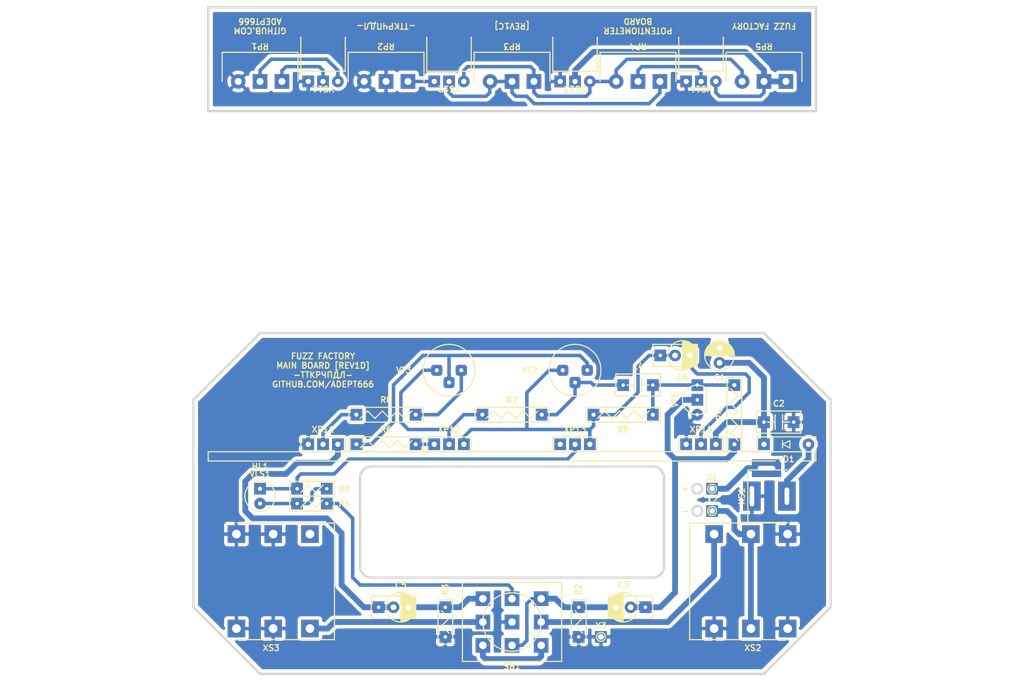
<source format=kicad_pcb>
(kicad_pcb (version 20171130) (host pcbnew 5.1.6-c6e7f7d~87~ubuntu19.10.1)

  (general
    (thickness 1.6)
    (drawings 45)
    (tracks 204)
    (zones 0)
    (modules 43)
    (nets 34)
  )

  (page A4)
  (title_block
    (title "Fuzz Factory")
    (date 2022-01-09)
    (rev MB:1D/PB:1C)
    (company "Igor Ivanov")
    (comment 1 https://github.com/Adept666)
    (comment 2 "This project is licensed under GNU General Public License v3.0 or later")
  )

  (layers
    (0 F.Cu jumper)
    (31 B.Cu signal)
    (37 F.SilkS user)
    (38 B.Mask user)
    (40 Dwgs.User user)
    (42 Eco1.User user)
    (44 Edge.Cuts user)
    (45 Margin user)
    (46 B.CrtYd user)
    (47 F.CrtYd user)
    (49 F.Fab user)
  )

  (setup
    (last_trace_width 1)
    (user_trace_width 0.6)
    (trace_clearance 0)
    (zone_clearance 0.6)
    (zone_45_only no)
    (trace_min 0.2)
    (via_size 2)
    (via_drill 1)
    (via_min_size 0.4)
    (via_min_drill 0.3)
    (uvia_size 0.3)
    (uvia_drill 0.1)
    (uvias_allowed no)
    (uvia_min_size 0)
    (uvia_min_drill 0)
    (edge_width 0.4)
    (segment_width 0.2)
    (pcb_text_width 0.3)
    (pcb_text_size 1.5 1.5)
    (mod_edge_width 0.15)
    (mod_text_size 1 1)
    (mod_text_width 0.15)
    (pad_size 2 2)
    (pad_drill 1)
    (pad_to_mask_clearance 0.2)
    (solder_mask_min_width 0.1)
    (aux_axis_origin 0 0)
    (visible_elements 7FFFFFFF)
    (pcbplotparams
      (layerselection 0x20000_7ffffffe)
      (usegerberextensions false)
      (usegerberattributes false)
      (usegerberadvancedattributes false)
      (creategerberjobfile false)
      (excludeedgelayer false)
      (linewidth 0.100000)
      (plotframeref true)
      (viasonmask false)
      (mode 1)
      (useauxorigin false)
      (hpglpennumber 1)
      (hpglpenspeed 20)
      (hpglpendiameter 15.000000)
      (psnegative false)
      (psa4output false)
      (plotreference false)
      (plotvalue true)
      (plotinvisibletext false)
      (padsonsilk true)
      (subtractmaskfromsilk false)
      (outputformat 4)
      (mirror false)
      (drillshape 0)
      (scaleselection 1)
      (outputdirectory ""))
  )

  (net 0 "")
  (net 1 COM)
  (net 2 /LED)
  (net 3 "Net-(SB1-PadNC1)")
  (net 4 /IN-CON)
  (net 5 /OUT-CON)
  (net 6 /PP3-POS)
  (net 7 /PP3-NEG)
  (net 8 "Net-(VD1-PadA)")
  (net 9 "Net-(C3-Pad+)")
  (net 10 "Net-(C4-Pad1)")
  (net 11 "Net-(C4-Pad2)")
  (net 12 "Net-(R6-Pad2)")
  (net 13 "Net-(R8-Pad2)")
  (net 14 V)
  (net 15 /PB1)
  (net 16 /PBCOM)
  (net 17 /PB2)
  (net 18 /PB3)
  (net 19 /PB5)
  (net 20 /PB4)
  (net 21 /PBV)
  (net 22 /PB7)
  (net 23 /MB2)
  (net 24 /MB1)
  (net 25 /MB3)
  (net 26 /MB4)
  (net 27 /MB5)
  (net 28 /MB6)
  (net 29 /MB7)
  (net 30 "Net-(XS3-PadTN)")
  (net 31 /IN-CIR)
  (net 32 /OUT-CIR)
  (net 33 "Net-(HL1-PadC)")

  (net_class Default "This is the default net class."
    (clearance 0)
    (trace_width 1)
    (via_dia 2)
    (via_drill 1)
    (uvia_dia 0.3)
    (uvia_drill 0.1)
    (add_net /IN-CIR)
    (add_net /IN-CON)
    (add_net /LED)
    (add_net /MB1)
    (add_net /MB2)
    (add_net /MB3)
    (add_net /MB4)
    (add_net /MB5)
    (add_net /MB6)
    (add_net /MB7)
    (add_net /OUT-CIR)
    (add_net /OUT-CON)
    (add_net /PB1)
    (add_net /PB2)
    (add_net /PB3)
    (add_net /PB4)
    (add_net /PB5)
    (add_net /PB7)
    (add_net /PBCOM)
    (add_net /PBV)
    (add_net /PP3-NEG)
    (add_net /PP3-POS)
    (add_net COM)
    (add_net "Net-(C3-Pad+)")
    (add_net "Net-(C4-Pad1)")
    (add_net "Net-(C4-Pad2)")
    (add_net "Net-(HL1-PadC)")
    (add_net "Net-(R6-Pad2)")
    (add_net "Net-(R8-Pad2)")
    (add_net "Net-(SB1-PadNC1)")
    (add_net "Net-(VD1-PadA)")
    (add_net "Net-(XS3-PadTN)")
    (add_net V)
  )

  (module KCL-TH-SL:R-MFR-12 (layer F.Cu) (tedit 61D9ECE5) (tstamp 61DA374B)
    (at 113.03 113.03 180)
    (path /61DC0879)
    (fp_text reference R9 (at -4.445 0) (layer F.SilkS)
      (effects (font (size 1 1) (thickness 0.2)) (justify left))
    )
    (fp_text value 105 (at 0 0 180) (layer F.Fab)
      (effects (font (size 1 1) (thickness 0.2)))
    )
    (fp_line (start -1.7 -0.95) (end 1.7 -0.95) (layer F.Fab) (width 0.2))
    (fp_line (start -1.7 0.95) (end 1.7 0.95) (layer F.Fab) (width 0.2))
    (fp_line (start -1.7 -0.95) (end -1.7 0.95) (layer F.Fab) (width 0.2))
    (fp_line (start 1.7 -0.95) (end 1.7 0.95) (layer F.Fab) (width 0.2))
    (fp_line (start -3.81 -1.27) (end 3.81 -1.27) (layer F.SilkS) (width 0.2))
    (fp_line (start -3.81 1.27) (end 3.81 1.27) (layer F.SilkS) (width 0.2))
    (fp_line (start -3.81 -1.27) (end -3.81 1.27) (layer F.SilkS) (width 0.2))
    (fp_line (start 3.81 -1.27) (end 3.81 1.27) (layer F.SilkS) (width 0.2))
    (fp_line (start -3.81 -1.27) (end 3.81 -1.27) (layer F.CrtYd) (width 0.1))
    (fp_line (start 3.81 -1.27) (end 3.81 1.27) (layer F.CrtYd) (width 0.1))
    (fp_line (start 3.81 1.27) (end -3.81 1.27) (layer F.CrtYd) (width 0.1))
    (fp_line (start -3.81 1.27) (end -3.81 -1.27) (layer F.CrtYd) (width 0.1))
    (fp_line (start -1.905 0.635) (end -0.635 -0.635) (layer F.SilkS) (width 0.2))
    (fp_line (start -0.635 -0.635) (end 0.635 0.635) (layer F.SilkS) (width 0.2))
    (fp_line (start 0.635 0.635) (end 1.905 -0.635) (layer F.SilkS) (width 0.2))
    (pad 2 thru_hole rect (at 2.54 0 180) (size 2 2) (drill 0.6) (layers B.Cu B.Mask)
      (net 14 V))
    (pad 1 thru_hole rect (at -2.54 0 180) (size 2 2) (drill 0.6) (layers B.Cu B.Mask)
      (net 33 "Net-(HL1-PadC)"))
  )

  (module KCL-TH-SL:CON-DC-005 (layer F.Cu) (tedit 61DA13CC) (tstamp 5F836878)
    (at 201.93 114.3 90)
    (path /5E7A1138)
    (fp_text reference XS1 (at 0 -15.24 90) (layer F.SilkS)
      (effects (font (size 1 1) (thickness 0.2)))
    )
    (fp_text value DC-005 (at 0 -8.89 180) (layer F.Fab)
      (effects (font (size 1 1) (thickness 0.2)))
    )
    (fp_line (start -4.5 -14.2) (end 4.5 -14.2) (layer F.Fab) (width 0.2))
    (fp_line (start 4.5 -14.2) (end 4.5 0) (layer F.Fab) (width 0.2))
    (fp_line (start -4.5 0) (end 4.5 0) (layer F.Fab) (width 0.2))
    (fp_line (start -4.5 -14.2) (end -4.5 0) (layer F.Fab) (width 0.2))
    (fp_line (start -4.5 -14.2) (end 5.2 -14.2) (layer F.CrtYd) (width 0.1))
    (fp_line (start -4.5 0) (end 5.2 0) (layer F.CrtYd) (width 0.1))
    (fp_line (start -4.5 -14.2) (end -4.5 0) (layer F.CrtYd) (width 0.1))
    (fp_line (start 5.2 -14.2) (end 5.2 0) (layer F.CrtYd) (width 0.1))
    (fp_line (start -4.5 -3.3) (end 4.5 -3.3) (layer F.Fab) (width 0.2))
    (fp_line (start -4.5 -14.2) (end 4.5 -14.2) (layer F.SilkS) (width 0.2))
    (fp_line (start -4.5 -14.2) (end -4.5 -7.5) (layer F.SilkS) (width 0.2))
    (fp_line (start 4.5 -14.2) (end 4.5 -7.5) (layer F.SilkS) (width 0.2))
    (pad C thru_hole rect (at 0 -13.5 90) (size 5 3) (drill oval 3.5 0.8) (layers B.Cu B.Mask)
      (net 1 COM))
    (pad SN thru_hole rect (at 4.8 -11 90) (size 3 5) (drill oval 0.8 3) (layers B.Cu B.Mask)
      (net 6 /PP3-POS))
    (pad S thru_hole rect (at 0 -7.5 90) (size 5 3) (drill oval 3 0.8) (layers B.Cu B.Mask)
      (net 8 "Net-(VD1-PadA)"))
  )

  (module SBKCL-TH-SL:C-DISK-D04.2-T03.0-P05.08-d0.5-OR-CP-RADIAL-D05.0-P02.0-CLS (layer F.Cu) (tedit 61DA0706) (tstamp 61DA1813)
    (at 167.64 133.35 180)
    (path /5F241D61)
    (fp_text reference C3 (at 1.27 3.81) (layer F.SilkS)
      (effects (font (size 1 1) (thickness 0.2)))
    )
    (fp_text value 106 (at 0 0) (layer F.Fab)
      (effects (font (size 1 1) (thickness 0.2)))
    )
    (fp_line (start 3.175 1.905) (end 3.81 1.905) (layer F.CrtYd) (width 0.1))
    (fp_line (start 3.175 -1.905) (end 3.81 -1.905) (layer F.CrtYd) (width 0.1))
    (fp_line (start 3.175 1.905) (end 3.175 2.54) (layer F.CrtYd) (width 0.1))
    (fp_line (start 3.175 -2.54) (end 3.175 -1.905) (layer F.CrtYd) (width 0.1))
    (fp_line (start -0.635 2.54) (end 3.175 2.54) (layer F.CrtYd) (width 0.1))
    (fp_line (start -0.635 -2.54) (end 3.175 -2.54) (layer F.CrtYd) (width 0.1))
    (fp_line (start -0.635 1.905) (end -0.635 2.54) (layer F.CrtYd) (width 0.1))
    (fp_line (start -0.635 -2.54) (end -0.635 -1.905) (layer F.CrtYd) (width 0.1))
    (fp_line (start -3.81 1.905) (end 3.81 1.905) (layer F.SilkS) (width 0.2))
    (fp_line (start -3.81 -1.905) (end 3.81 -1.905) (layer F.SilkS) (width 0.2))
    (fp_line (start -3.81 -1.905) (end -3.81 1.905) (layer F.CrtYd) (width 0.1))
    (fp_line (start -0.6 -1.5) (end 0.6 -1.5) (layer F.Fab) (width 0.2))
    (fp_line (start -3.81 1.905) (end -0.635 1.905) (layer F.CrtYd) (width 0.1))
    (fp_line (start -3.81 -1.905) (end -0.635 -1.905) (layer F.CrtYd) (width 0.1))
    (fp_line (start 3.81 -1.905) (end 3.81 1.905) (layer F.CrtYd) (width 0.1))
    (fp_line (start -3.81 -1.905) (end -3.81 1.905) (layer F.SilkS) (width 0.2))
    (fp_line (start -0.6 1.5) (end 0.6 1.5) (layer F.Fab) (width 0.2))
    (fp_line (start 3.81 -1.905) (end 3.81 1.905) (layer F.SilkS) (width 0.2))
    (fp_circle (center 1.27 0) (end 3.81 0) (layer F.SilkS) (width 0.2))
    (fp_poly (pts (xy 3.81 1.905) (xy 3.048 1.905) (xy 2.159 2.413) (xy 1.27 2.54)
      (xy 1.27 -2.54) (xy 2.159 -2.413) (xy 3.048 -1.905) (xy 3.81 -1.905)) (layer F.SilkS) (width 0.1))
    (fp_line (start 1.27 -2.54) (end 1.27 2.54) (layer F.SilkS) (width 0.2))
    (fp_arc (start 1.27 0) (end -0.699999 1.499999) (angle -285.4271628) (layer F.Fab) (width 0.2))
    (fp_arc (start 0.6 0) (end 0.6 1.5) (angle -180) (layer F.Fab) (width 0.2))
    (fp_arc (start -0.6 0) (end -0.6 -1.5) (angle -180) (layer F.Fab) (width 0.2))
    (pad - thru_hole rect (at 2.54 0 180) (size 2 2) (drill 1) (layers B.Cu B.Mask)
      (net 31 /IN-CIR))
    (pad + thru_hole circle (at 0 0 180) (size 2 2) (drill 1) (layers B.Cu B.Mask)
      (net 9 "Net-(C3-Pad+)"))
    (pad + thru_hole rect (at -2.54 0 180) (size 2 2) (drill 0.6) (layers B.Cu B.Mask)
      (net 9 "Net-(C3-Pad+)"))
  )

  (module SBKCL-TH-SL:C-DISK-D04.2-T03.0-P05.08-d0.5-OR-CP-RADIAL-D05.0-P02.0-CLS (layer F.Cu) (tedit 61DA0706) (tstamp 5F2F9219)
    (at 127 133.35)
    (path /5F23D482)
    (fp_text reference C5 (at 1.27 -3.81) (layer F.SilkS)
      (effects (font (size 1 1) (thickness 0.2)))
    )
    (fp_text value 106 (at 0 0) (layer F.Fab)
      (effects (font (size 1 1) (thickness 0.2)))
    )
    (fp_line (start 3.175 1.905) (end 3.81 1.905) (layer F.CrtYd) (width 0.1))
    (fp_line (start 3.175 -1.905) (end 3.81 -1.905) (layer F.CrtYd) (width 0.1))
    (fp_line (start 3.175 1.905) (end 3.175 2.54) (layer F.CrtYd) (width 0.1))
    (fp_line (start 3.175 -2.54) (end 3.175 -1.905) (layer F.CrtYd) (width 0.1))
    (fp_line (start -0.635 2.54) (end 3.175 2.54) (layer F.CrtYd) (width 0.1))
    (fp_line (start -0.635 -2.54) (end 3.175 -2.54) (layer F.CrtYd) (width 0.1))
    (fp_line (start -0.635 1.905) (end -0.635 2.54) (layer F.CrtYd) (width 0.1))
    (fp_line (start -0.635 -2.54) (end -0.635 -1.905) (layer F.CrtYd) (width 0.1))
    (fp_line (start -3.81 1.905) (end 3.81 1.905) (layer F.SilkS) (width 0.2))
    (fp_line (start -3.81 -1.905) (end 3.81 -1.905) (layer F.SilkS) (width 0.2))
    (fp_line (start -3.81 -1.905) (end -3.81 1.905) (layer F.CrtYd) (width 0.1))
    (fp_line (start -0.6 -1.5) (end 0.6 -1.5) (layer F.Fab) (width 0.2))
    (fp_line (start -3.81 1.905) (end -0.635 1.905) (layer F.CrtYd) (width 0.1))
    (fp_line (start -3.81 -1.905) (end -0.635 -1.905) (layer F.CrtYd) (width 0.1))
    (fp_line (start 3.81 -1.905) (end 3.81 1.905) (layer F.CrtYd) (width 0.1))
    (fp_line (start -3.81 -1.905) (end -3.81 1.905) (layer F.SilkS) (width 0.2))
    (fp_line (start -0.6 1.5) (end 0.6 1.5) (layer F.Fab) (width 0.2))
    (fp_line (start 3.81 -1.905) (end 3.81 1.905) (layer F.SilkS) (width 0.2))
    (fp_circle (center 1.27 0) (end 3.81 0) (layer F.SilkS) (width 0.2))
    (fp_poly (pts (xy 3.81 1.905) (xy 3.048 1.905) (xy 2.159 2.413) (xy 1.27 2.54)
      (xy 1.27 -2.54) (xy 2.159 -2.413) (xy 3.048 -1.905) (xy 3.81 -1.905)) (layer F.SilkS) (width 0.1))
    (fp_line (start 1.27 -2.54) (end 1.27 2.54) (layer F.SilkS) (width 0.2))
    (fp_arc (start 1.27 0) (end -0.699999 1.499999) (angle -285.4271628) (layer F.Fab) (width 0.2))
    (fp_arc (start 0.6 0) (end 0.6 1.5) (angle -180) (layer F.Fab) (width 0.2))
    (fp_arc (start -0.6 0) (end -0.6 -1.5) (angle -180) (layer F.Fab) (width 0.2))
    (pad - thru_hole rect (at 2.54 0) (size 2 2) (drill 1) (layers B.Cu B.Mask)
      (net 32 /OUT-CIR))
    (pad + thru_hole circle (at 0 0) (size 2 2) (drill 1) (layers B.Cu B.Mask)
      (net 23 /MB2))
    (pad + thru_hole rect (at -2.54 0) (size 2 2) (drill 0.6) (layers B.Cu B.Mask)
      (net 23 /MB2))
  )

  (module SBKCL-TH-SL:C-DISK-D04.2-T03.0-P05.08-d0.5-OR-CP-RADIAL-D05.0-P02.0-CLS (layer F.Cu) (tedit 61DA0706) (tstamp 5F312E76)
    (at 175.26 90.17)
    (path /5F1FD3C8)
    (fp_text reference C6 (at 1.27 3.81) (layer F.SilkS)
      (effects (font (size 1 1) (thickness 0.2)))
    )
    (fp_text value 106 (at 0 0) (layer F.Fab)
      (effects (font (size 1 1) (thickness 0.2)))
    )
    (fp_line (start 3.175 1.905) (end 3.81 1.905) (layer F.CrtYd) (width 0.1))
    (fp_line (start 3.175 -1.905) (end 3.81 -1.905) (layer F.CrtYd) (width 0.1))
    (fp_line (start 3.175 1.905) (end 3.175 2.54) (layer F.CrtYd) (width 0.1))
    (fp_line (start 3.175 -2.54) (end 3.175 -1.905) (layer F.CrtYd) (width 0.1))
    (fp_line (start -0.635 2.54) (end 3.175 2.54) (layer F.CrtYd) (width 0.1))
    (fp_line (start -0.635 -2.54) (end 3.175 -2.54) (layer F.CrtYd) (width 0.1))
    (fp_line (start -0.635 1.905) (end -0.635 2.54) (layer F.CrtYd) (width 0.1))
    (fp_line (start -0.635 -2.54) (end -0.635 -1.905) (layer F.CrtYd) (width 0.1))
    (fp_line (start -3.81 1.905) (end 3.81 1.905) (layer F.SilkS) (width 0.2))
    (fp_line (start -3.81 -1.905) (end 3.81 -1.905) (layer F.SilkS) (width 0.2))
    (fp_line (start -3.81 -1.905) (end -3.81 1.905) (layer F.CrtYd) (width 0.1))
    (fp_line (start -0.6 -1.5) (end 0.6 -1.5) (layer F.Fab) (width 0.2))
    (fp_line (start -3.81 1.905) (end -0.635 1.905) (layer F.CrtYd) (width 0.1))
    (fp_line (start -3.81 -1.905) (end -0.635 -1.905) (layer F.CrtYd) (width 0.1))
    (fp_line (start 3.81 -1.905) (end 3.81 1.905) (layer F.CrtYd) (width 0.1))
    (fp_line (start -3.81 -1.905) (end -3.81 1.905) (layer F.SilkS) (width 0.2))
    (fp_line (start -0.6 1.5) (end 0.6 1.5) (layer F.Fab) (width 0.2))
    (fp_line (start 3.81 -1.905) (end 3.81 1.905) (layer F.SilkS) (width 0.2))
    (fp_circle (center 1.27 0) (end 3.81 0) (layer F.SilkS) (width 0.2))
    (fp_poly (pts (xy 3.81 1.905) (xy 3.048 1.905) (xy 2.159 2.413) (xy 1.27 2.54)
      (xy 1.27 -2.54) (xy 2.159 -2.413) (xy 3.048 -1.905) (xy 3.81 -1.905)) (layer F.SilkS) (width 0.1))
    (fp_line (start 1.27 -2.54) (end 1.27 2.54) (layer F.SilkS) (width 0.2))
    (fp_arc (start 1.27 0) (end -0.699999 1.499999) (angle -285.4271628) (layer F.Fab) (width 0.2))
    (fp_arc (start 0.6 0) (end 0.6 1.5) (angle -180) (layer F.Fab) (width 0.2))
    (fp_arc (start -0.6 0) (end -0.6 -1.5) (angle -180) (layer F.Fab) (width 0.2))
    (pad - thru_hole rect (at 2.54 0) (size 2 2) (drill 1) (layers B.Cu B.Mask)
      (net 29 /MB7))
    (pad + thru_hole circle (at 0 0) (size 2 2) (drill 1) (layers B.Cu B.Mask)
      (net 27 /MB5))
    (pad + thru_hole rect (at -2.54 0) (size 2 2) (drill 0.6) (layers B.Cu B.Mask)
      (net 27 /MB5))
  )

  (module KCL-TH-SL:SW-PBS-24-302SP-2.5-PNL-13.0 (layer F.Cu) (tedit 61D9FC81) (tstamp 5DC671C0)
    (at 147.32 135.89)
    (path /5E643184)
    (fp_text reference SB1 (at 0 7.62) (layer F.SilkS)
      (effects (font (size 1 1) (thickness 0.2)))
    )
    (fp_text value PBS-24-302SP (at 0 0) (layer F.Fab)
      (effects (font (size 1 1) (thickness 0.2)))
    )
    (fp_circle (center 0 0) (end 5 0) (layer F.SilkS) (width 0.2))
    (fp_circle (center 0 0) (end 6 0) (layer F.Fab) (width 0.2))
    (fp_circle (center 0 0) (end 6.5 0) (layer Eco1.User) (width 0.4))
    (fp_line (start 8.5 -6.75) (end 8.5 6.75) (layer F.CrtYd) (width 0.1))
    (fp_line (start -8.5 -6.75) (end -8.5 6.75) (layer F.CrtYd) (width 0.1))
    (fp_line (start -8.5 6.75) (end 8.5 6.75) (layer F.CrtYd) (width 0.1))
    (fp_line (start -8.5 -6.75) (end 8.5 -6.75) (layer F.CrtYd) (width 0.1))
    (fp_line (start -8.5 -6.75) (end 8.5 -6.75) (layer F.Fab) (width 0.2))
    (fp_line (start -8.5 -6.75) (end -8.5 6.75) (layer F.Fab) (width 0.2))
    (fp_line (start 8.5 -6.75) (end 8.5 6.75) (layer F.Fab) (width 0.2))
    (fp_line (start -8.5 6.75) (end 8.5 6.75) (layer F.Fab) (width 0.2))
    (fp_line (start -8.5 -6.75) (end 8.5 -6.75) (layer F.SilkS) (width 0.2))
    (fp_line (start -8.5 6.75) (end 8.5 6.75) (layer F.SilkS) (width 0.2))
    (fp_line (start -8.5 -6.75) (end -8.5 6.75) (layer F.SilkS) (width 0.2))
    (fp_line (start 8.5 -6.75) (end 8.5 6.75) (layer F.SilkS) (width 0.2))
    (fp_circle (center 0 0) (end 5 0) (layer F.Fab) (width 0.2))
    (pad COM3 thru_hole rect (at 5 0) (size 2.5 2.5) (drill 1.3) (layers B.Cu B.Mask)
      (net 4 /IN-CON))
    (pad NC3 thru_hole rect (at 5 4) (size 2.5 2.5) (drill 1.3) (layers B.Cu B.Mask)
      (net 3 "Net-(SB1-PadNC1)"))
    (pad NO3 thru_hole rect (at 5 -4) (size 2.5 2.5) (drill 1.3) (layers B.Cu B.Mask)
      (net 31 /IN-CIR))
    (pad COM2 thru_hole rect (at 0 0) (size 2.5 2.5) (drill 1.3) (layers B.Cu B.Mask)
      (net 1 COM))
    (pad NC2 thru_hole rect (at 0 4) (size 2.5 2.5) (drill 1.3) (layers B.Cu B.Mask)
      (net 31 /IN-CIR))
    (pad NO2 thru_hole rect (at 0 -4) (size 2.5 2.5) (drill 1.3) (layers B.Cu B.Mask)
      (net 2 /LED))
    (pad NO1 thru_hole rect (at -5 -4) (size 2.5 2.5) (drill 1.3) (layers B.Cu B.Mask)
      (net 32 /OUT-CIR))
    (pad COM1 thru_hole rect (at -5 0) (size 2.5 2.5) (drill 1.3) (layers B.Cu B.Mask)
      (net 5 /OUT-CON))
    (pad NC1 thru_hole rect (at -5 4) (size 2.5 2.5) (drill 1.3) (layers B.Cu B.Mask)
      (net 3 "Net-(SB1-PadNC1)"))
  )

  (module KCL-TH-SL:P-TO-92-E-B-C (layer F.Cu) (tedit 61D9F2E2) (tstamp 5F391366)
    (at 179.07 97.79 90)
    (path /5F310276)
    (fp_text reference VT1 (at 0 -3.81 90) (layer F.SilkS)
      (effects (font (size 1 1) (thickness 0.2)))
    )
    (fp_text value 3904 (at 0 0 90) (layer F.Fab)
      (effects (font (size 1 1) (thickness 0.2)))
    )
    (fp_line (start -2.03125 1.525) (end 2.03125 1.525) (layer F.Fab) (width 0.2))
    (fp_line (start -2.03125 1.525) (end 2.03125 1.525) (layer F.SilkS) (width 0.2))
    (fp_line (start -2.84 -2.54) (end 2.84 -2.54) (layer F.CrtYd) (width 0.1))
    (fp_line (start -2.84 1.525) (end 2.84 1.525) (layer F.CrtYd) (width 0.1))
    (fp_line (start -2.84 -2.54) (end -2.84 1.525) (layer F.CrtYd) (width 0.1))
    (fp_line (start 2.84 -2.54) (end 2.84 1.525) (layer F.CrtYd) (width 0.1))
    (fp_arc (start 0 0) (end 2.03125 1.525) (angle -253.7961888) (layer F.SilkS) (width 0.2))
    (fp_arc (start 0 0) (end -2.03125 1.525) (angle 253.8) (layer F.Fab) (width 0.2))
    (pad E thru_hole circle (at -2.54 0 90) (size 2 2) (drill 0.6) (layers B.Cu B.Mask)
      (net 1 COM))
    (pad B thru_hole rect (at 0 0 90) (size 2 2) (drill 0.6) (layers B.Cu B.Mask)
      (net 9 "Net-(C3-Pad+)"))
    (pad C thru_hole rect (at 2.54 0 90) (size 2 2) (drill 0.6) (layers B.Cu B.Mask)
      (net 10 "Net-(C4-Pad1)"))
  )

  (module KCL-TH-SL:C-DISK-D04.2-T03.0-P05.08-d0.5 (layer F.Cu) (tedit 61D9EFA4) (tstamp 5E5BF5C2)
    (at 193.04 101.6)
    (path /5E7EFCE2)
    (fp_text reference C2 (at 0 -3.175) (layer F.SilkS)
      (effects (font (size 1 1) (thickness 0.2)))
    )
    (fp_text value 104 (at 0 0) (layer F.Fab)
      (effects (font (size 1 1) (thickness 0.2)))
    )
    (fp_line (start -0.6 -1.5) (end 0.6 -1.5) (layer F.Fab) (width 0.2))
    (fp_line (start -0.6 1.5) (end 0.6 1.5) (layer F.Fab) (width 0.2))
    (fp_line (start -3.81 -1.905) (end 3.81 -1.905) (layer F.SilkS) (width 0.2))
    (fp_line (start -3.81 1.905) (end 3.81 1.905) (layer F.SilkS) (width 0.2))
    (fp_line (start -3.81 -1.905) (end -3.81 1.905) (layer F.SilkS) (width 0.2))
    (fp_line (start 3.81 -1.905) (end 3.81 1.905) (layer F.SilkS) (width 0.2))
    (fp_line (start -1.905 0) (end -0.635 0) (layer F.SilkS) (width 0.2))
    (fp_line (start 0.635 0) (end 1.905 0) (layer F.SilkS) (width 0.2))
    (fp_line (start -0.635 -1.27) (end -0.635 1.27) (layer F.SilkS) (width 0.2))
    (fp_line (start 0.635 -1.27) (end 0.635 1.27) (layer F.SilkS) (width 0.2))
    (fp_line (start -3.81 -1.905) (end 3.81 -1.905) (layer F.CrtYd) (width 0.1))
    (fp_line (start -3.81 1.905) (end 3.81 1.905) (layer F.CrtYd) (width 0.1))
    (fp_line (start -3.81 -1.905) (end -3.81 1.905) (layer F.CrtYd) (width 0.1))
    (fp_line (start 3.81 -1.905) (end 3.81 1.905) (layer F.CrtYd) (width 0.1))
    (fp_arc (start 0.6 0) (end 0.6 1.5) (angle -180) (layer F.Fab) (width 0.2))
    (fp_arc (start -0.6 0) (end -0.6 -1.5) (angle -180) (layer F.Fab) (width 0.2))
    (pad 1 thru_hole rect (at -2.54 0) (size 2 2) (drill 0.6) (layers B.Cu B.Mask)
      (net 14 V))
    (pad 2 thru_hole rect (at 2.54 0) (size 2 2) (drill 0.6) (layers B.Cu B.Mask)
      (net 1 COM))
  )

  (module KCL-TH-SL:C-DISK-D04.2-T03.0-P05.08-d0.5 (layer F.Cu) (tedit 61D9EFA4) (tstamp 5F2F923A)
    (at 168.91 95.25 180)
    (path /5F1C0224)
    (fp_text reference C4 (at 0 3.175) (layer F.SilkS)
      (effects (font (size 1 1) (thickness 0.2)))
    )
    (fp_text value 104 (at 0 0) (layer F.Fab)
      (effects (font (size 1 1) (thickness 0.2)))
    )
    (fp_line (start -0.6 -1.5) (end 0.6 -1.5) (layer F.Fab) (width 0.2))
    (fp_line (start -0.6 1.5) (end 0.6 1.5) (layer F.Fab) (width 0.2))
    (fp_line (start -3.81 -1.905) (end 3.81 -1.905) (layer F.SilkS) (width 0.2))
    (fp_line (start -3.81 1.905) (end 3.81 1.905) (layer F.SilkS) (width 0.2))
    (fp_line (start -3.81 -1.905) (end -3.81 1.905) (layer F.SilkS) (width 0.2))
    (fp_line (start 3.81 -1.905) (end 3.81 1.905) (layer F.SilkS) (width 0.2))
    (fp_line (start -1.905 0) (end -0.635 0) (layer F.SilkS) (width 0.2))
    (fp_line (start 0.635 0) (end 1.905 0) (layer F.SilkS) (width 0.2))
    (fp_line (start -0.635 -1.27) (end -0.635 1.27) (layer F.SilkS) (width 0.2))
    (fp_line (start 0.635 -1.27) (end 0.635 1.27) (layer F.SilkS) (width 0.2))
    (fp_line (start -3.81 -1.905) (end 3.81 -1.905) (layer F.CrtYd) (width 0.1))
    (fp_line (start -3.81 1.905) (end 3.81 1.905) (layer F.CrtYd) (width 0.1))
    (fp_line (start -3.81 -1.905) (end -3.81 1.905) (layer F.CrtYd) (width 0.1))
    (fp_line (start 3.81 -1.905) (end 3.81 1.905) (layer F.CrtYd) (width 0.1))
    (fp_arc (start 0.6 0) (end 0.6 1.5) (angle -180) (layer F.Fab) (width 0.2))
    (fp_arc (start -0.6 0) (end -0.6 -1.5) (angle -180) (layer F.Fab) (width 0.2))
    (pad 1 thru_hole rect (at -2.54 0 180) (size 2 2) (drill 0.6) (layers B.Cu B.Mask)
      (net 10 "Net-(C4-Pad1)"))
    (pad 2 thru_hole rect (at 2.54 0 180) (size 2 2) (drill 0.6) (layers B.Cu B.Mask)
      (net 11 "Net-(C4-Pad2)"))
  )

  (module KCL-TH-SL:R-MFR-25 (layer F.Cu) (tedit 61D9ECD4) (tstamp 5F2F9379)
    (at 125.73 105.41 180)
    (path /5F0D72FE)
    (fp_text reference R6 (at 0 2.54) (layer F.SilkS)
      (effects (font (size 1 1) (thickness 0.2)))
    )
    (fp_text value 471 (at 0 0) (layer F.Fab)
      (effects (font (size 1 1) (thickness 0.2)))
    )
    (fp_line (start 3.175 0.635) (end 4.445 -0.635) (layer F.SilkS) (width 0.2))
    (fp_line (start 1.905 -0.635) (end 3.175 0.635) (layer F.SilkS) (width 0.2))
    (fp_line (start 0.635 0.635) (end 1.905 -0.635) (layer F.SilkS) (width 0.2))
    (fp_line (start -0.635 -0.635) (end 0.635 0.635) (layer F.SilkS) (width 0.2))
    (fp_line (start -1.905 0.635) (end -0.635 -0.635) (layer F.SilkS) (width 0.2))
    (fp_line (start -3.175 -0.635) (end -1.905 0.635) (layer F.SilkS) (width 0.2))
    (fp_line (start -4.445 0.635) (end -3.175 -0.635) (layer F.SilkS) (width 0.2))
    (fp_line (start -6.35 1.27) (end -6.35 -1.27) (layer F.CrtYd) (width 0.1))
    (fp_line (start 6.35 1.27) (end -6.35 1.27) (layer F.CrtYd) (width 0.1))
    (fp_line (start 6.35 -1.27) (end 6.35 1.27) (layer F.CrtYd) (width 0.1))
    (fp_line (start -6.35 -1.27) (end 6.35 -1.27) (layer F.CrtYd) (width 0.1))
    (fp_line (start 6.35 -1.27) (end 6.35 1.27) (layer F.SilkS) (width 0.2))
    (fp_line (start -6.35 -1.27) (end -6.35 1.27) (layer F.SilkS) (width 0.2))
    (fp_line (start -6.35 1.27) (end 6.35 1.27) (layer F.SilkS) (width 0.2))
    (fp_line (start -6.35 -1.27) (end 6.35 -1.27) (layer F.SilkS) (width 0.2))
    (fp_line (start 3.15 -1.2) (end 3.15 1.2) (layer F.Fab) (width 0.2))
    (fp_line (start -3.15 -1.2) (end -3.15 1.2) (layer F.Fab) (width 0.2))
    (fp_line (start -3.15 1.2) (end 3.15 1.2) (layer F.Fab) (width 0.2))
    (fp_line (start -3.15 -1.2) (end 3.15 -1.2) (layer F.Fab) (width 0.2))
    (pad 1 thru_hole rect (at -5.08 0 180) (size 2 2) (drill 0.7) (layers B.Cu B.Mask)
      (net 25 /MB3))
    (pad 2 thru_hole rect (at 5.08 0 180) (size 2 2) (drill 0.7) (layers B.Cu B.Mask)
      (net 12 "Net-(R6-Pad2)"))
  )

  (module KCL-TH-SL:R-MFR-12 (layer F.Cu) (tedit 61D9ECE5) (tstamp 61DA3070)
    (at 113.03 115.57 180)
    (path /5E643187)
    (fp_text reference R1 (at -4.445 0 180) (layer F.SilkS)
      (effects (font (size 1 1) (thickness 0.2)) (justify left))
    )
    (fp_text value 103 (at 0 0 180) (layer F.Fab)
      (effects (font (size 1 1) (thickness 0.2)))
    )
    (fp_line (start 0.635 0.635) (end 1.905 -0.635) (layer F.SilkS) (width 0.2))
    (fp_line (start -0.635 -0.635) (end 0.635 0.635) (layer F.SilkS) (width 0.2))
    (fp_line (start -1.905 0.635) (end -0.635 -0.635) (layer F.SilkS) (width 0.2))
    (fp_line (start -3.81 1.27) (end -3.81 -1.27) (layer F.CrtYd) (width 0.1))
    (fp_line (start 3.81 1.27) (end -3.81 1.27) (layer F.CrtYd) (width 0.1))
    (fp_line (start 3.81 -1.27) (end 3.81 1.27) (layer F.CrtYd) (width 0.1))
    (fp_line (start -3.81 -1.27) (end 3.81 -1.27) (layer F.CrtYd) (width 0.1))
    (fp_line (start 3.81 -1.27) (end 3.81 1.27) (layer F.SilkS) (width 0.2))
    (fp_line (start -3.81 -1.27) (end -3.81 1.27) (layer F.SilkS) (width 0.2))
    (fp_line (start -3.81 1.27) (end 3.81 1.27) (layer F.SilkS) (width 0.2))
    (fp_line (start -3.81 -1.27) (end 3.81 -1.27) (layer F.SilkS) (width 0.2))
    (fp_line (start 1.7 -0.95) (end 1.7 0.95) (layer F.Fab) (width 0.2))
    (fp_line (start -1.7 -0.95) (end -1.7 0.95) (layer F.Fab) (width 0.2))
    (fp_line (start -1.7 0.95) (end 1.7 0.95) (layer F.Fab) (width 0.2))
    (fp_line (start -1.7 -0.95) (end 1.7 -0.95) (layer F.Fab) (width 0.2))
    (pad 1 thru_hole rect (at -2.54 0 180) (size 2 2) (drill 0.6) (layers B.Cu B.Mask)
      (net 2 /LED))
    (pad 2 thru_hole rect (at 2.54 0 180) (size 2 2) (drill 0.6) (layers B.Cu B.Mask)
      (net 33 "Net-(HL1-PadC)"))
  )

  (module KCL-TH-SL:R-MFR-12 (layer F.Cu) (tedit 61D9ECE5) (tstamp 61DA171D)
    (at 158.75 135.89 90)
    (path /5E774F49)
    (fp_text reference R2 (at 4.445 0 90) (layer F.SilkS)
      (effects (font (size 1 1) (thickness 0.2)) (justify left))
    )
    (fp_text value 105 (at 0 0 90) (layer F.Fab)
      (effects (font (size 1 1) (thickness 0.2)))
    )
    (fp_line (start 0.635 0.635) (end 1.905 -0.635) (layer F.SilkS) (width 0.2))
    (fp_line (start -0.635 -0.635) (end 0.635 0.635) (layer F.SilkS) (width 0.2))
    (fp_line (start -1.905 0.635) (end -0.635 -0.635) (layer F.SilkS) (width 0.2))
    (fp_line (start -3.81 1.27) (end -3.81 -1.27) (layer F.CrtYd) (width 0.1))
    (fp_line (start 3.81 1.27) (end -3.81 1.27) (layer F.CrtYd) (width 0.1))
    (fp_line (start 3.81 -1.27) (end 3.81 1.27) (layer F.CrtYd) (width 0.1))
    (fp_line (start -3.81 -1.27) (end 3.81 -1.27) (layer F.CrtYd) (width 0.1))
    (fp_line (start 3.81 -1.27) (end 3.81 1.27) (layer F.SilkS) (width 0.2))
    (fp_line (start -3.81 -1.27) (end -3.81 1.27) (layer F.SilkS) (width 0.2))
    (fp_line (start -3.81 1.27) (end 3.81 1.27) (layer F.SilkS) (width 0.2))
    (fp_line (start -3.81 -1.27) (end 3.81 -1.27) (layer F.SilkS) (width 0.2))
    (fp_line (start 1.7 -0.95) (end 1.7 0.95) (layer F.Fab) (width 0.2))
    (fp_line (start -1.7 -0.95) (end -1.7 0.95) (layer F.Fab) (width 0.2))
    (fp_line (start -1.7 0.95) (end 1.7 0.95) (layer F.Fab) (width 0.2))
    (fp_line (start -1.7 -0.95) (end 1.7 -0.95) (layer F.Fab) (width 0.2))
    (pad 1 thru_hole rect (at -2.54 0 90) (size 2 2) (drill 0.6) (layers B.Cu B.Mask)
      (net 1 COM))
    (pad 2 thru_hole rect (at 2.54 0 90) (size 2 2) (drill 0.6) (layers B.Cu B.Mask)
      (net 31 /IN-CIR))
  )

  (module KCL-TH-SL:R-MFR-12 (layer F.Cu) (tedit 61D9ECE5) (tstamp 5F2F93C0)
    (at 135.89 135.89 90)
    (path /5F2B1A32)
    (fp_text reference R3 (at 4.445 0 90) (layer F.SilkS)
      (effects (font (size 1 1) (thickness 0.2)) (justify left))
    )
    (fp_text value 224 (at 0 0 90) (layer F.Fab)
      (effects (font (size 1 1) (thickness 0.2)))
    )
    (fp_line (start 0.635 0.635) (end 1.905 -0.635) (layer F.SilkS) (width 0.2))
    (fp_line (start -0.635 -0.635) (end 0.635 0.635) (layer F.SilkS) (width 0.2))
    (fp_line (start -1.905 0.635) (end -0.635 -0.635) (layer F.SilkS) (width 0.2))
    (fp_line (start -3.81 1.27) (end -3.81 -1.27) (layer F.CrtYd) (width 0.1))
    (fp_line (start 3.81 1.27) (end -3.81 1.27) (layer F.CrtYd) (width 0.1))
    (fp_line (start 3.81 -1.27) (end 3.81 1.27) (layer F.CrtYd) (width 0.1))
    (fp_line (start -3.81 -1.27) (end 3.81 -1.27) (layer F.CrtYd) (width 0.1))
    (fp_line (start 3.81 -1.27) (end 3.81 1.27) (layer F.SilkS) (width 0.2))
    (fp_line (start -3.81 -1.27) (end -3.81 1.27) (layer F.SilkS) (width 0.2))
    (fp_line (start -3.81 1.27) (end 3.81 1.27) (layer F.SilkS) (width 0.2))
    (fp_line (start -3.81 -1.27) (end 3.81 -1.27) (layer F.SilkS) (width 0.2))
    (fp_line (start 1.7 -0.95) (end 1.7 0.95) (layer F.Fab) (width 0.2))
    (fp_line (start -1.7 -0.95) (end -1.7 0.95) (layer F.Fab) (width 0.2))
    (fp_line (start -1.7 0.95) (end 1.7 0.95) (layer F.Fab) (width 0.2))
    (fp_line (start -1.7 -0.95) (end 1.7 -0.95) (layer F.Fab) (width 0.2))
    (pad 1 thru_hole rect (at -2.54 0 90) (size 2 2) (drill 0.6) (layers B.Cu B.Mask)
      (net 1 COM))
    (pad 2 thru_hole rect (at 2.54 0 90) (size 2 2) (drill 0.6) (layers B.Cu B.Mask)
      (net 32 /OUT-CIR))
  )

  (module KCL-TH-SL:R-MFR-25 (layer F.Cu) (tedit 61D9ECD4) (tstamp 5F83426A)
    (at 185.42 100.33 90)
    (path /5F18B771)
    (fp_text reference R4 (at 0 -2.54 90) (layer F.SilkS)
      (effects (font (size 1 1) (thickness 0.2)))
    )
    (fp_text value 224 (at 0 0 90) (layer F.Fab)
      (effects (font (size 1 1) (thickness 0.2)))
    )
    (fp_line (start 3.175 0.635) (end 4.445 -0.635) (layer F.SilkS) (width 0.2))
    (fp_line (start 1.905 -0.635) (end 3.175 0.635) (layer F.SilkS) (width 0.2))
    (fp_line (start 0.635 0.635) (end 1.905 -0.635) (layer F.SilkS) (width 0.2))
    (fp_line (start -0.635 -0.635) (end 0.635 0.635) (layer F.SilkS) (width 0.2))
    (fp_line (start -1.905 0.635) (end -0.635 -0.635) (layer F.SilkS) (width 0.2))
    (fp_line (start -3.175 -0.635) (end -1.905 0.635) (layer F.SilkS) (width 0.2))
    (fp_line (start -4.445 0.635) (end -3.175 -0.635) (layer F.SilkS) (width 0.2))
    (fp_line (start -6.35 1.27) (end -6.35 -1.27) (layer F.CrtYd) (width 0.1))
    (fp_line (start 6.35 1.27) (end -6.35 1.27) (layer F.CrtYd) (width 0.1))
    (fp_line (start 6.35 -1.27) (end 6.35 1.27) (layer F.CrtYd) (width 0.1))
    (fp_line (start -6.35 -1.27) (end 6.35 -1.27) (layer F.CrtYd) (width 0.1))
    (fp_line (start 6.35 -1.27) (end 6.35 1.27) (layer F.SilkS) (width 0.2))
    (fp_line (start -6.35 -1.27) (end -6.35 1.27) (layer F.SilkS) (width 0.2))
    (fp_line (start -6.35 1.27) (end 6.35 1.27) (layer F.SilkS) (width 0.2))
    (fp_line (start -6.35 -1.27) (end 6.35 -1.27) (layer F.SilkS) (width 0.2))
    (fp_line (start 3.15 -1.2) (end 3.15 1.2) (layer F.Fab) (width 0.2))
    (fp_line (start -3.15 -1.2) (end -3.15 1.2) (layer F.Fab) (width 0.2))
    (fp_line (start -3.15 1.2) (end 3.15 1.2) (layer F.Fab) (width 0.2))
    (fp_line (start -3.15 -1.2) (end 3.15 -1.2) (layer F.Fab) (width 0.2))
    (pad 1 thru_hole rect (at -5.08 0 90) (size 2 2) (drill 0.7) (layers B.Cu B.Mask)
      (net 9 "Net-(C3-Pad+)"))
    (pad 2 thru_hole rect (at 5.08 0 90) (size 2 2) (drill 0.7) (layers B.Cu B.Mask)
      (net 10 "Net-(C4-Pad1)"))
  )

  (module KCL-TH-SL:R-MFR-25 (layer F.Cu) (tedit 61D9ECD4) (tstamp 5F8345E1)
    (at 166.37 100.33 180)
    (path /5F18409A)
    (fp_text reference R5 (at 0 -2.54) (layer F.SilkS)
      (effects (font (size 1 1) (thickness 0.2)))
    )
    (fp_text value 103 (at 0 0) (layer F.Fab)
      (effects (font (size 1 1) (thickness 0.2)))
    )
    (fp_line (start 3.175 0.635) (end 4.445 -0.635) (layer F.SilkS) (width 0.2))
    (fp_line (start 1.905 -0.635) (end 3.175 0.635) (layer F.SilkS) (width 0.2))
    (fp_line (start 0.635 0.635) (end 1.905 -0.635) (layer F.SilkS) (width 0.2))
    (fp_line (start -0.635 -0.635) (end 0.635 0.635) (layer F.SilkS) (width 0.2))
    (fp_line (start -1.905 0.635) (end -0.635 -0.635) (layer F.SilkS) (width 0.2))
    (fp_line (start -3.175 -0.635) (end -1.905 0.635) (layer F.SilkS) (width 0.2))
    (fp_line (start -4.445 0.635) (end -3.175 -0.635) (layer F.SilkS) (width 0.2))
    (fp_line (start -6.35 1.27) (end -6.35 -1.27) (layer F.CrtYd) (width 0.1))
    (fp_line (start 6.35 1.27) (end -6.35 1.27) (layer F.CrtYd) (width 0.1))
    (fp_line (start 6.35 -1.27) (end 6.35 1.27) (layer F.CrtYd) (width 0.1))
    (fp_line (start -6.35 -1.27) (end 6.35 -1.27) (layer F.CrtYd) (width 0.1))
    (fp_line (start 6.35 -1.27) (end 6.35 1.27) (layer F.SilkS) (width 0.2))
    (fp_line (start -6.35 -1.27) (end -6.35 1.27) (layer F.SilkS) (width 0.2))
    (fp_line (start -6.35 1.27) (end 6.35 1.27) (layer F.SilkS) (width 0.2))
    (fp_line (start -6.35 -1.27) (end 6.35 -1.27) (layer F.SilkS) (width 0.2))
    (fp_line (start 3.15 -1.2) (end 3.15 1.2) (layer F.Fab) (width 0.2))
    (fp_line (start -3.15 -1.2) (end -3.15 1.2) (layer F.Fab) (width 0.2))
    (fp_line (start -3.15 1.2) (end 3.15 1.2) (layer F.Fab) (width 0.2))
    (fp_line (start -3.15 -1.2) (end 3.15 -1.2) (layer F.Fab) (width 0.2))
    (pad 1 thru_hole rect (at -5.08 0 180) (size 2 2) (drill 0.7) (layers B.Cu B.Mask)
      (net 10 "Net-(C4-Pad1)"))
    (pad 2 thru_hole rect (at 5.08 0 180) (size 2 2) (drill 0.7) (layers B.Cu B.Mask)
      (net 27 /MB5))
  )

  (module KCL-TH-SL:R-MFR-25 (layer F.Cu) (tedit 61D9ECD4) (tstamp 5F391FBC)
    (at 147.32 100.33 180)
    (path /5F1F1A20)
    (fp_text reference R7 (at 0 2.54) (layer F.SilkS)
      (effects (font (size 1 1) (thickness 0.2)))
    )
    (fp_text value 473 (at 0 0) (layer F.Fab)
      (effects (font (size 1 1) (thickness 0.2)))
    )
    (fp_line (start 3.175 0.635) (end 4.445 -0.635) (layer F.SilkS) (width 0.2))
    (fp_line (start 1.905 -0.635) (end 3.175 0.635) (layer F.SilkS) (width 0.2))
    (fp_line (start 0.635 0.635) (end 1.905 -0.635) (layer F.SilkS) (width 0.2))
    (fp_line (start -0.635 -0.635) (end 0.635 0.635) (layer F.SilkS) (width 0.2))
    (fp_line (start -1.905 0.635) (end -0.635 -0.635) (layer F.SilkS) (width 0.2))
    (fp_line (start -3.175 -0.635) (end -1.905 0.635) (layer F.SilkS) (width 0.2))
    (fp_line (start -4.445 0.635) (end -3.175 -0.635) (layer F.SilkS) (width 0.2))
    (fp_line (start -6.35 1.27) (end -6.35 -1.27) (layer F.CrtYd) (width 0.1))
    (fp_line (start 6.35 1.27) (end -6.35 1.27) (layer F.CrtYd) (width 0.1))
    (fp_line (start 6.35 -1.27) (end 6.35 1.27) (layer F.CrtYd) (width 0.1))
    (fp_line (start -6.35 -1.27) (end 6.35 -1.27) (layer F.CrtYd) (width 0.1))
    (fp_line (start 6.35 -1.27) (end 6.35 1.27) (layer F.SilkS) (width 0.2))
    (fp_line (start -6.35 -1.27) (end -6.35 1.27) (layer F.SilkS) (width 0.2))
    (fp_line (start -6.35 1.27) (end 6.35 1.27) (layer F.SilkS) (width 0.2))
    (fp_line (start -6.35 -1.27) (end 6.35 -1.27) (layer F.SilkS) (width 0.2))
    (fp_line (start 3.15 -1.2) (end 3.15 1.2) (layer F.Fab) (width 0.2))
    (fp_line (start -3.15 -1.2) (end -3.15 1.2) (layer F.Fab) (width 0.2))
    (fp_line (start -3.15 1.2) (end 3.15 1.2) (layer F.Fab) (width 0.2))
    (fp_line (start -3.15 -1.2) (end 3.15 -1.2) (layer F.Fab) (width 0.2))
    (pad 1 thru_hole rect (at -5.08 0 180) (size 2 2) (drill 0.7) (layers B.Cu B.Mask)
      (net 11 "Net-(C4-Pad2)"))
    (pad 2 thru_hole rect (at 5.08 0 180) (size 2 2) (drill 0.7) (layers B.Cu B.Mask)
      (net 26 /MB4))
  )

  (module KCL-TH-SL:R-MFR-25 (layer F.Cu) (tedit 61D9ECD4) (tstamp 5F2F93AB)
    (at 125.73 100.33)
    (path /5F0D93F4)
    (fp_text reference R8 (at 0 -2.54) (layer F.SilkS)
      (effects (font (size 1 1) (thickness 0.2)))
    )
    (fp_text value 512 (at 0 0) (layer F.Fab)
      (effects (font (size 1 1) (thickness 0.2)))
    )
    (fp_line (start 3.175 0.635) (end 4.445 -0.635) (layer F.SilkS) (width 0.2))
    (fp_line (start 1.905 -0.635) (end 3.175 0.635) (layer F.SilkS) (width 0.2))
    (fp_line (start 0.635 0.635) (end 1.905 -0.635) (layer F.SilkS) (width 0.2))
    (fp_line (start -0.635 -0.635) (end 0.635 0.635) (layer F.SilkS) (width 0.2))
    (fp_line (start -1.905 0.635) (end -0.635 -0.635) (layer F.SilkS) (width 0.2))
    (fp_line (start -3.175 -0.635) (end -1.905 0.635) (layer F.SilkS) (width 0.2))
    (fp_line (start -4.445 0.635) (end -3.175 -0.635) (layer F.SilkS) (width 0.2))
    (fp_line (start -6.35 1.27) (end -6.35 -1.27) (layer F.CrtYd) (width 0.1))
    (fp_line (start 6.35 1.27) (end -6.35 1.27) (layer F.CrtYd) (width 0.1))
    (fp_line (start 6.35 -1.27) (end 6.35 1.27) (layer F.CrtYd) (width 0.1))
    (fp_line (start -6.35 -1.27) (end 6.35 -1.27) (layer F.CrtYd) (width 0.1))
    (fp_line (start 6.35 -1.27) (end 6.35 1.27) (layer F.SilkS) (width 0.2))
    (fp_line (start -6.35 -1.27) (end -6.35 1.27) (layer F.SilkS) (width 0.2))
    (fp_line (start -6.35 1.27) (end 6.35 1.27) (layer F.SilkS) (width 0.2))
    (fp_line (start -6.35 -1.27) (end 6.35 -1.27) (layer F.SilkS) (width 0.2))
    (fp_line (start 3.15 -1.2) (end 3.15 1.2) (layer F.Fab) (width 0.2))
    (fp_line (start -3.15 -1.2) (end -3.15 1.2) (layer F.Fab) (width 0.2))
    (fp_line (start -3.15 1.2) (end 3.15 1.2) (layer F.Fab) (width 0.2))
    (fp_line (start -3.15 -1.2) (end 3.15 -1.2) (layer F.Fab) (width 0.2))
    (pad 1 thru_hole rect (at -5.08 0) (size 2 2) (drill 0.7) (layers B.Cu B.Mask)
      (net 24 /MB1))
    (pad 2 thru_hole rect (at 5.08 0) (size 2 2) (drill 0.7) (layers B.Cu B.Mask)
      (net 13 "Net-(R8-Pad2)"))
  )

  (module KCL-TH-SL:CON-PBS-03R (layer F.Cu) (tedit 61D9E9A9) (tstamp 5F83635B)
    (at 179.705 43.18 180)
    (path /5FA5EEB9)
    (fp_text reference XS14 (at 0 -1.27 180 unlocked) (layer F.SilkS)
      (effects (font (size 1 1) (thickness 0.2)))
    )
    (fp_text value PBS-03R (at 0 5.715) (layer F.Fab)
      (effects (font (size 1 1) (thickness 0.2)))
    )
    (fp_line (start 3.81 -0.45) (end 3.81 10.16) (layer F.CrtYd) (width 0.1))
    (fp_line (start -3.81 -0.45) (end -3.81 10.16) (layer F.CrtYd) (width 0.1))
    (fp_line (start -3.81 10.16) (end 3.81 10.16) (layer F.CrtYd) (width 0.1))
    (fp_line (start -3.81 -0.45) (end 3.81 -0.45) (layer F.CrtYd) (width 0.1))
    (fp_line (start 3.81 1.76) (end 3.81 7.62) (layer F.SilkS) (width 0.2))
    (fp_line (start -3.81 1.76) (end -3.81 7.62) (layer F.SilkS) (width 0.2))
    (fp_line (start -3.81 1.76) (end 3.81 1.76) (layer F.SilkS) (width 0.2))
    (fp_line (start -3.81 1.76) (end 3.81 1.76) (layer F.Fab) (width 0.2))
    (fp_line (start -3.81 10.16) (end 3.81 10.16) (layer F.Fab) (width 0.2))
    (fp_line (start -3.81 1.76) (end -3.81 10.16) (layer F.Fab) (width 0.2))
    (fp_line (start 3.81 1.76) (end 3.81 10.16) (layer F.Fab) (width 0.2))
    (pad 3 thru_hole rect (at 2.54 0 180) (size 2 2) (drill 0.9) (layers B.Cu B.Mask)
      (net 16 /PBCOM))
    (pad 2 thru_hole rect (at 0 0 180) (size 2 2) (drill 0.9) (layers B.Cu B.Mask)
      (net 22 /PB7))
    (pad 1 thru_hole circle (at -2.54 0 180) (size 2 2) (drill 0.9) (layers B.Cu B.Mask)
      (net 21 /PBV))
  )

  (module KCL-TH-SL:CON-PBS-03R (layer F.Cu) (tedit 61D9E9A9) (tstamp 5F836427)
    (at 158.115 43.18 180)
    (path /5FA559C8)
    (fp_text reference XS13 (at 0 -1.27 180 unlocked) (layer F.SilkS)
      (effects (font (size 1 1) (thickness 0.2)))
    )
    (fp_text value PBS-03R (at 0 5.715) (layer F.Fab)
      (effects (font (size 1 1) (thickness 0.2)))
    )
    (fp_line (start 3.81 -0.45) (end 3.81 10.16) (layer F.CrtYd) (width 0.1))
    (fp_line (start -3.81 -0.45) (end -3.81 10.16) (layer F.CrtYd) (width 0.1))
    (fp_line (start -3.81 10.16) (end 3.81 10.16) (layer F.CrtYd) (width 0.1))
    (fp_line (start -3.81 -0.45) (end 3.81 -0.45) (layer F.CrtYd) (width 0.1))
    (fp_line (start 3.81 1.76) (end 3.81 7.62) (layer F.SilkS) (width 0.2))
    (fp_line (start -3.81 1.76) (end -3.81 7.62) (layer F.SilkS) (width 0.2))
    (fp_line (start -3.81 1.76) (end 3.81 1.76) (layer F.SilkS) (width 0.2))
    (fp_line (start -3.81 1.76) (end 3.81 1.76) (layer F.Fab) (width 0.2))
    (fp_line (start -3.81 10.16) (end 3.81 10.16) (layer F.Fab) (width 0.2))
    (fp_line (start -3.81 1.76) (end -3.81 10.16) (layer F.Fab) (width 0.2))
    (fp_line (start 3.81 1.76) (end 3.81 10.16) (layer F.Fab) (width 0.2))
    (pad 3 thru_hole rect (at 2.54 0 180) (size 2 2) (drill 0.9) (layers B.Cu B.Mask)
      (net 16 /PBCOM))
    (pad 2 thru_hole rect (at 0 0 180) (size 2 2) (drill 0.9) (layers B.Cu B.Mask)
      (net 21 /PBV))
    (pad 1 thru_hole circle (at -2.54 0 180) (size 2 2) (drill 0.9) (layers B.Cu B.Mask)
      (net 19 /PB5))
  )

  (module KCL-TH-SL:CON-PBS-03R (layer F.Cu) (tedit 61D9E9A9) (tstamp 61D9FAF7)
    (at 136.525 43.18 180)
    (path /5FA4F5DE)
    (fp_text reference XS12 (at 0 -1.27 180 unlocked) (layer F.SilkS)
      (effects (font (size 1 1) (thickness 0.2)))
    )
    (fp_text value PBS-03R (at 0 5.715) (layer F.Fab)
      (effects (font (size 1 1) (thickness 0.2)))
    )
    (fp_line (start 3.81 -0.45) (end 3.81 10.16) (layer F.CrtYd) (width 0.1))
    (fp_line (start -3.81 -0.45) (end -3.81 10.16) (layer F.CrtYd) (width 0.1))
    (fp_line (start -3.81 10.16) (end 3.81 10.16) (layer F.CrtYd) (width 0.1))
    (fp_line (start -3.81 -0.45) (end 3.81 -0.45) (layer F.CrtYd) (width 0.1))
    (fp_line (start 3.81 1.76) (end 3.81 7.62) (layer F.SilkS) (width 0.2))
    (fp_line (start -3.81 1.76) (end -3.81 7.62) (layer F.SilkS) (width 0.2))
    (fp_line (start -3.81 1.76) (end 3.81 1.76) (layer F.SilkS) (width 0.2))
    (fp_line (start -3.81 1.76) (end 3.81 1.76) (layer F.Fab) (width 0.2))
    (fp_line (start -3.81 10.16) (end 3.81 10.16) (layer F.Fab) (width 0.2))
    (fp_line (start -3.81 1.76) (end -3.81 10.16) (layer F.Fab) (width 0.2))
    (fp_line (start 3.81 1.76) (end 3.81 10.16) (layer F.Fab) (width 0.2))
    (pad 3 thru_hole rect (at 2.54 0 180) (size 2 2) (drill 0.9) (layers B.Cu B.Mask)
      (net 18 /PB3))
    (pad 2 thru_hole rect (at 0 0 180) (size 2 2) (drill 0.9) (layers B.Cu B.Mask)
      (net 20 /PB4))
    (pad 1 thru_hole circle (at -2.54 0 180) (size 2 2) (drill 0.9) (layers B.Cu B.Mask)
      (net 19 /PB5))
  )

  (module KCL-TH-SL:CON-PBS-03R (layer F.Cu) (tedit 61D9E9A9) (tstamp 5F836502)
    (at 114.935 43.18 180)
    (path /5F9FD022)
    (fp_text reference XS11 (at 0 -1.27 180 unlocked) (layer F.SilkS)
      (effects (font (size 1 1) (thickness 0.2)))
    )
    (fp_text value PBS-03R (at 0 5.715) (layer F.Fab)
      (effects (font (size 1 1) (thickness 0.2)))
    )
    (fp_line (start 3.81 -0.45) (end 3.81 10.16) (layer F.CrtYd) (width 0.1))
    (fp_line (start -3.81 -0.45) (end -3.81 10.16) (layer F.CrtYd) (width 0.1))
    (fp_line (start -3.81 10.16) (end 3.81 10.16) (layer F.CrtYd) (width 0.1))
    (fp_line (start -3.81 -0.45) (end 3.81 -0.45) (layer F.CrtYd) (width 0.1))
    (fp_line (start 3.81 1.76) (end 3.81 7.62) (layer F.SilkS) (width 0.2))
    (fp_line (start -3.81 1.76) (end -3.81 7.62) (layer F.SilkS) (width 0.2))
    (fp_line (start -3.81 1.76) (end 3.81 1.76) (layer F.SilkS) (width 0.2))
    (fp_line (start -3.81 1.76) (end 3.81 1.76) (layer F.Fab) (width 0.2))
    (fp_line (start -3.81 10.16) (end 3.81 10.16) (layer F.Fab) (width 0.2))
    (fp_line (start -3.81 1.76) (end -3.81 10.16) (layer F.Fab) (width 0.2))
    (fp_line (start 3.81 1.76) (end 3.81 10.16) (layer F.Fab) (width 0.2))
    (pad 3 thru_hole rect (at 2.54 0 180) (size 2 2) (drill 0.9) (layers B.Cu B.Mask)
      (net 16 /PBCOM))
    (pad 2 thru_hole rect (at 0 0 180) (size 2 2) (drill 0.9) (layers B.Cu B.Mask)
      (net 15 /PB1))
    (pad 1 thru_hole circle (at -2.54 0 180) (size 2 2) (drill 0.9) (layers B.Cu B.Mask)
      (net 17 /PB2))
  )

  (module KCL-TH-SL:RP-RK1233N1-L15-KC (layer F.Cu) (tedit 5E7DC9AF) (tstamp 5F836630)
    (at 190.5 43.18)
    (path /5F0B6133)
    (fp_text reference RP5 (at 0 -6.0325 180 unlocked) (layer F.SilkS)
      (effects (font (size 1 1) (thickness 0.2)))
    )
    (fp_text value B5K (at 0 -1.905) (layer F.Fab)
      (effects (font (size 1 1) (thickness 0.2)))
    )
    (fp_line (start 3 12) (end 3 13) (layer F.Fab) (width 0.2))
    (fp_line (start -3 12) (end -3 13) (layer F.Fab) (width 0.2))
    (fp_line (start 6.5 -5) (end 6.5 20) (layer F.CrtYd) (width 0.1))
    (fp_line (start -6.5 -5) (end -6.5 20) (layer F.CrtYd) (width 0.1))
    (fp_line (start -6.5 20) (end 6.5 20) (layer F.CrtYd) (width 0.1))
    (fp_line (start -6.5 -5) (end 6.5 -5) (layer F.CrtYd) (width 0.1))
    (fp_line (start 6.5 -5) (end 6.5 0) (layer F.SilkS) (width 0.2))
    (fp_line (start -6.5 -5) (end -6.5 0) (layer F.SilkS) (width 0.2))
    (fp_line (start -6.5 -5) (end 6.5 -5) (layer F.SilkS) (width 0.2))
    (fp_line (start -3.5 12) (end 3.5 12) (layer F.Fab) (width 0.2))
    (fp_line (start 2.5 13) (end 2.5 14) (layer F.Fab) (width 0.2))
    (fp_line (start -2.5 13) (end -2.5 14) (layer F.Fab) (width 0.2))
    (fp_line (start -3 14) (end 3 14) (layer F.Fab) (width 0.2))
    (fp_line (start -3 13) (end 3 13) (layer F.Fab) (width 0.2))
    (fp_line (start 3 14) (end 3 20) (layer F.Fab) (width 0.2))
    (fp_line (start -3 14) (end -3 20) (layer F.Fab) (width 0.2))
    (fp_line (start 3.5 5) (end 3.5 12) (layer F.Fab) (width 0.2))
    (fp_line (start -3.5 5) (end -3.5 12) (layer F.Fab) (width 0.2))
    (fp_line (start 4.5 2) (end 4.5 5) (layer F.Fab) (width 0.2))
    (fp_line (start 2 2) (end 2 5) (layer F.Fab) (width 0.2))
    (fp_line (start -2 2) (end -2 5) (layer F.Fab) (width 0.2))
    (fp_line (start -4.5 2) (end -4.5 5) (layer F.Fab) (width 0.2))
    (fp_line (start 6.5 -5) (end 6.5 2) (layer F.Fab) (width 0.2))
    (fp_line (start -6.5 -5) (end -6.5 2) (layer F.Fab) (width 0.2))
    (fp_line (start -3 20) (end 3 20) (layer F.Fab) (width 0.2))
    (fp_line (start -4.5 5) (end 4.5 5) (layer F.Fab) (width 0.2))
    (fp_line (start -6.5 2) (end 6.5 2) (layer F.Fab) (width 0.2))
    (fp_line (start -6.5 -5) (end 6.5 -5) (layer F.Fab) (width 0.2))
    (pad 3 thru_hole rect (at 3.75 0) (size 2.5 2.5) (drill 1.2) (layers B.Cu B.Mask)
      (net 21 /PBV))
    (pad 1 thru_hole circle (at -3.75 0) (size 2.5 2.5) (drill 1.2) (layers B.Cu B.Mask)
      (net 19 /PB5))
    (pad 2 thru_hole rect (at 0 0) (size 2.5 2.5) (drill 1.2) (layers B.Cu B.Mask)
      (net 21 /PBV))
  )

  (module KCL-TH-SL:RP-RK1233N1-L15-KC (layer F.Cu) (tedit 5E7DC9AF) (tstamp 5F836483)
    (at 168.91 43.18)
    (path /5F0B51C5)
    (fp_text reference RP4 (at 0 -6.0325 180 unlocked) (layer F.SilkS)
      (effects (font (size 1 1) (thickness 0.2)))
    )
    (fp_text value B10K (at 0 -1.905) (layer F.Fab)
      (effects (font (size 1 1) (thickness 0.2)))
    )
    (fp_line (start 3 12) (end 3 13) (layer F.Fab) (width 0.2))
    (fp_line (start -3 12) (end -3 13) (layer F.Fab) (width 0.2))
    (fp_line (start 6.5 -5) (end 6.5 20) (layer F.CrtYd) (width 0.1))
    (fp_line (start -6.5 -5) (end -6.5 20) (layer F.CrtYd) (width 0.1))
    (fp_line (start -6.5 20) (end 6.5 20) (layer F.CrtYd) (width 0.1))
    (fp_line (start -6.5 -5) (end 6.5 -5) (layer F.CrtYd) (width 0.1))
    (fp_line (start 6.5 -5) (end 6.5 0) (layer F.SilkS) (width 0.2))
    (fp_line (start -6.5 -5) (end -6.5 0) (layer F.SilkS) (width 0.2))
    (fp_line (start -6.5 -5) (end 6.5 -5) (layer F.SilkS) (width 0.2))
    (fp_line (start -3.5 12) (end 3.5 12) (layer F.Fab) (width 0.2))
    (fp_line (start 2.5 13) (end 2.5 14) (layer F.Fab) (width 0.2))
    (fp_line (start -2.5 13) (end -2.5 14) (layer F.Fab) (width 0.2))
    (fp_line (start -3 14) (end 3 14) (layer F.Fab) (width 0.2))
    (fp_line (start -3 13) (end 3 13) (layer F.Fab) (width 0.2))
    (fp_line (start 3 14) (end 3 20) (layer F.Fab) (width 0.2))
    (fp_line (start -3 14) (end -3 20) (layer F.Fab) (width 0.2))
    (fp_line (start 3.5 5) (end 3.5 12) (layer F.Fab) (width 0.2))
    (fp_line (start -3.5 5) (end -3.5 12) (layer F.Fab) (width 0.2))
    (fp_line (start 4.5 2) (end 4.5 5) (layer F.Fab) (width 0.2))
    (fp_line (start 2 2) (end 2 5) (layer F.Fab) (width 0.2))
    (fp_line (start -2 2) (end -2 5) (layer F.Fab) (width 0.2))
    (fp_line (start -4.5 2) (end -4.5 5) (layer F.Fab) (width 0.2))
    (fp_line (start 6.5 -5) (end 6.5 2) (layer F.Fab) (width 0.2))
    (fp_line (start -6.5 -5) (end -6.5 2) (layer F.Fab) (width 0.2))
    (fp_line (start -3 20) (end 3 20) (layer F.Fab) (width 0.2))
    (fp_line (start -4.5 5) (end 4.5 5) (layer F.Fab) (width 0.2))
    (fp_line (start -6.5 2) (end 6.5 2) (layer F.Fab) (width 0.2))
    (fp_line (start -6.5 -5) (end 6.5 -5) (layer F.Fab) (width 0.2))
    (pad 3 thru_hole rect (at 3.75 0) (size 2.5 2.5) (drill 1.2) (layers B.Cu B.Mask)
      (net 20 /PB4))
    (pad 1 thru_hole circle (at -3.75 0) (size 2.5 2.5) (drill 1.2) (layers B.Cu B.Mask)
      (net 19 /PB5))
    (pad 2 thru_hole rect (at 0 0) (size 2.5 2.5) (drill 1.2) (layers B.Cu B.Mask)
      (net 22 /PB7))
  )

  (module KCL-TH-SL:RP-RK1233N1-L15-KC (layer F.Cu) (tedit 5E7DC9AF) (tstamp 5F8363BA)
    (at 147.32 43.18)
    (path /5F0B43DF)
    (fp_text reference RP3 (at 0 -6.0325 180 unlocked) (layer F.SilkS)
      (effects (font (size 1 1) (thickness 0.2)))
    )
    (fp_text value B10K (at 0 -1.905) (layer F.Fab)
      (effects (font (size 1 1) (thickness 0.2)))
    )
    (fp_line (start 3 12) (end 3 13) (layer F.Fab) (width 0.2))
    (fp_line (start -3 12) (end -3 13) (layer F.Fab) (width 0.2))
    (fp_line (start 6.5 -5) (end 6.5 20) (layer F.CrtYd) (width 0.1))
    (fp_line (start -6.5 -5) (end -6.5 20) (layer F.CrtYd) (width 0.1))
    (fp_line (start -6.5 20) (end 6.5 20) (layer F.CrtYd) (width 0.1))
    (fp_line (start -6.5 -5) (end 6.5 -5) (layer F.CrtYd) (width 0.1))
    (fp_line (start 6.5 -5) (end 6.5 0) (layer F.SilkS) (width 0.2))
    (fp_line (start -6.5 -5) (end -6.5 0) (layer F.SilkS) (width 0.2))
    (fp_line (start -6.5 -5) (end 6.5 -5) (layer F.SilkS) (width 0.2))
    (fp_line (start -3.5 12) (end 3.5 12) (layer F.Fab) (width 0.2))
    (fp_line (start 2.5 13) (end 2.5 14) (layer F.Fab) (width 0.2))
    (fp_line (start -2.5 13) (end -2.5 14) (layer F.Fab) (width 0.2))
    (fp_line (start -3 14) (end 3 14) (layer F.Fab) (width 0.2))
    (fp_line (start -3 13) (end 3 13) (layer F.Fab) (width 0.2))
    (fp_line (start 3 14) (end 3 20) (layer F.Fab) (width 0.2))
    (fp_line (start -3 14) (end -3 20) (layer F.Fab) (width 0.2))
    (fp_line (start 3.5 5) (end 3.5 12) (layer F.Fab) (width 0.2))
    (fp_line (start -3.5 5) (end -3.5 12) (layer F.Fab) (width 0.2))
    (fp_line (start 4.5 2) (end 4.5 5) (layer F.Fab) (width 0.2))
    (fp_line (start 2 2) (end 2 5) (layer F.Fab) (width 0.2))
    (fp_line (start -2 2) (end -2 5) (layer F.Fab) (width 0.2))
    (fp_line (start -4.5 2) (end -4.5 5) (layer F.Fab) (width 0.2))
    (fp_line (start 6.5 -5) (end 6.5 2) (layer F.Fab) (width 0.2))
    (fp_line (start -6.5 -5) (end -6.5 2) (layer F.Fab) (width 0.2))
    (fp_line (start -3 20) (end 3 20) (layer F.Fab) (width 0.2))
    (fp_line (start -4.5 5) (end 4.5 5) (layer F.Fab) (width 0.2))
    (fp_line (start -6.5 2) (end 6.5 2) (layer F.Fab) (width 0.2))
    (fp_line (start -6.5 -5) (end 6.5 -5) (layer F.Fab) (width 0.2))
    (pad 3 thru_hole rect (at 3.75 0) (size 2.5 2.5) (drill 1.2) (layers B.Cu B.Mask)
      (net 19 /PB5))
    (pad 1 thru_hole circle (at -3.75 0) (size 2.5 2.5) (drill 1.2) (layers B.Cu B.Mask)
      (net 20 /PB4))
    (pad 2 thru_hole rect (at 0 0) (size 2.5 2.5) (drill 1.2) (layers B.Cu B.Mask)
      (net 20 /PB4))
  )

  (module KCL-TH-SL:RP-RK1233N1-L15-KC (layer F.Cu) (tedit 5E7DC9AF) (tstamp 61DA13BB)
    (at 125.73 43.18)
    (path /5EECB002)
    (fp_text reference RP2 (at 0 -6.0325 180 unlocked) (layer F.SilkS)
      (effects (font (size 1 1) (thickness 0.2)))
    )
    (fp_text value B10K (at 0 -1.905) (layer F.Fab)
      (effects (font (size 1 1) (thickness 0.2)))
    )
    (fp_line (start 3 12) (end 3 13) (layer F.Fab) (width 0.2))
    (fp_line (start -3 12) (end -3 13) (layer F.Fab) (width 0.2))
    (fp_line (start 6.5 -5) (end 6.5 20) (layer F.CrtYd) (width 0.1))
    (fp_line (start -6.5 -5) (end -6.5 20) (layer F.CrtYd) (width 0.1))
    (fp_line (start -6.5 20) (end 6.5 20) (layer F.CrtYd) (width 0.1))
    (fp_line (start -6.5 -5) (end 6.5 -5) (layer F.CrtYd) (width 0.1))
    (fp_line (start 6.5 -5) (end 6.5 0) (layer F.SilkS) (width 0.2))
    (fp_line (start -6.5 -5) (end -6.5 0) (layer F.SilkS) (width 0.2))
    (fp_line (start -6.5 -5) (end 6.5 -5) (layer F.SilkS) (width 0.2))
    (fp_line (start -3.5 12) (end 3.5 12) (layer F.Fab) (width 0.2))
    (fp_line (start 2.5 13) (end 2.5 14) (layer F.Fab) (width 0.2))
    (fp_line (start -2.5 13) (end -2.5 14) (layer F.Fab) (width 0.2))
    (fp_line (start -3 14) (end 3 14) (layer F.Fab) (width 0.2))
    (fp_line (start -3 13) (end 3 13) (layer F.Fab) (width 0.2))
    (fp_line (start 3 14) (end 3 20) (layer F.Fab) (width 0.2))
    (fp_line (start -3 14) (end -3 20) (layer F.Fab) (width 0.2))
    (fp_line (start 3.5 5) (end 3.5 12) (layer F.Fab) (width 0.2))
    (fp_line (start -3.5 5) (end -3.5 12) (layer F.Fab) (width 0.2))
    (fp_line (start 4.5 2) (end 4.5 5) (layer F.Fab) (width 0.2))
    (fp_line (start 2 2) (end 2 5) (layer F.Fab) (width 0.2))
    (fp_line (start -2 2) (end -2 5) (layer F.Fab) (width 0.2))
    (fp_line (start -4.5 2) (end -4.5 5) (layer F.Fab) (width 0.2))
    (fp_line (start 6.5 -5) (end 6.5 2) (layer F.Fab) (width 0.2))
    (fp_line (start -6.5 -5) (end -6.5 2) (layer F.Fab) (width 0.2))
    (fp_line (start -3 20) (end 3 20) (layer F.Fab) (width 0.2))
    (fp_line (start -4.5 5) (end 4.5 5) (layer F.Fab) (width 0.2))
    (fp_line (start -6.5 2) (end 6.5 2) (layer F.Fab) (width 0.2))
    (fp_line (start -6.5 -5) (end 6.5 -5) (layer F.Fab) (width 0.2))
    (pad 3 thru_hole rect (at 3.75 0) (size 2.5 2.5) (drill 1.2) (layers B.Cu B.Mask)
      (net 18 /PB3))
    (pad 1 thru_hole circle (at -3.75 0) (size 2.5 2.5) (drill 1.2) (layers B.Cu B.Mask)
      (net 16 /PBCOM))
    (pad 2 thru_hole rect (at 0 0) (size 2.5 2.5) (drill 1.2) (layers B.Cu B.Mask)
      (net 16 /PBCOM))
  )

  (module KCL-TH-SL:RP-RK1233N1-L15-KC (layer F.Cu) (tedit 5E7DC9AF) (tstamp 5F8365C7)
    (at 104.14 43.18)
    (path /5F0B0BD0)
    (fp_text reference RP1 (at 0 -6.0325 180 unlocked) (layer F.SilkS)
      (effects (font (size 1 1) (thickness 0.2)))
    )
    (fp_text value B5K (at 0 -1.905) (layer F.Fab)
      (effects (font (size 1 1) (thickness 0.2)))
    )
    (fp_line (start -6.5 -5) (end 6.5 -5) (layer F.Fab) (width 0.2))
    (fp_line (start -6.5 2) (end 6.5 2) (layer F.Fab) (width 0.2))
    (fp_line (start -4.5 5) (end 4.5 5) (layer F.Fab) (width 0.2))
    (fp_line (start -3 20) (end 3 20) (layer F.Fab) (width 0.2))
    (fp_line (start -6.5 -5) (end -6.5 2) (layer F.Fab) (width 0.2))
    (fp_line (start 6.5 -5) (end 6.5 2) (layer F.Fab) (width 0.2))
    (fp_line (start -4.5 2) (end -4.5 5) (layer F.Fab) (width 0.2))
    (fp_line (start -2 2) (end -2 5) (layer F.Fab) (width 0.2))
    (fp_line (start 2 2) (end 2 5) (layer F.Fab) (width 0.2))
    (fp_line (start 4.5 2) (end 4.5 5) (layer F.Fab) (width 0.2))
    (fp_line (start -3.5 5) (end -3.5 12) (layer F.Fab) (width 0.2))
    (fp_line (start 3.5 5) (end 3.5 12) (layer F.Fab) (width 0.2))
    (fp_line (start -3 14) (end -3 20) (layer F.Fab) (width 0.2))
    (fp_line (start 3 14) (end 3 20) (layer F.Fab) (width 0.2))
    (fp_line (start -3 13) (end 3 13) (layer F.Fab) (width 0.2))
    (fp_line (start -3 14) (end 3 14) (layer F.Fab) (width 0.2))
    (fp_line (start -2.5 13) (end -2.5 14) (layer F.Fab) (width 0.2))
    (fp_line (start 2.5 13) (end 2.5 14) (layer F.Fab) (width 0.2))
    (fp_line (start -3.5 12) (end 3.5 12) (layer F.Fab) (width 0.2))
    (fp_line (start -6.5 -5) (end 6.5 -5) (layer F.SilkS) (width 0.2))
    (fp_line (start -6.5 -5) (end -6.5 0) (layer F.SilkS) (width 0.2))
    (fp_line (start 6.5 -5) (end 6.5 0) (layer F.SilkS) (width 0.2))
    (fp_line (start -6.5 -5) (end 6.5 -5) (layer F.CrtYd) (width 0.1))
    (fp_line (start -6.5 20) (end 6.5 20) (layer F.CrtYd) (width 0.1))
    (fp_line (start -6.5 -5) (end -6.5 20) (layer F.CrtYd) (width 0.1))
    (fp_line (start 6.5 -5) (end 6.5 20) (layer F.CrtYd) (width 0.1))
    (fp_line (start -3 12) (end -3 13) (layer F.Fab) (width 0.2))
    (fp_line (start 3 12) (end 3 13) (layer F.Fab) (width 0.2))
    (pad 2 thru_hole rect (at 0 0) (size 2.5 2.5) (drill 1.2) (layers B.Cu B.Mask)
      (net 17 /PB2))
    (pad 1 thru_hole circle (at -3.75 0) (size 2.5 2.5) (drill 1.2) (layers B.Cu B.Mask)
      (net 16 /PBCOM))
    (pad 3 thru_hole rect (at 3.75 0) (size 2.5 2.5) (drill 1.2) (layers B.Cu B.Mask)
      (net 15 /PB1))
  )

  (module KCL-TH-SL:CON-PLS-03 (layer F.Cu) (tedit 61D9E5E5) (tstamp 5F3047D7)
    (at 179.705 105.41 180)
    (path /5FA5EEB3)
    (fp_text reference XP14 (at 0 2.54) (layer F.SilkS)
      (effects (font (size 1 1) (thickness 0.2)))
    )
    (fp_text value PLS-03 (at 0 0) (layer F.Fab)
      (effects (font (size 1 1) (thickness 0.2)))
    )
    (fp_line (start 3.81 -1.27) (end 3.81 1.27) (layer F.Fab) (width 0.2))
    (fp_line (start -3.81 -1.27) (end -3.81 1.27) (layer F.Fab) (width 0.2))
    (fp_line (start -3.81 1.27) (end 3.81 1.27) (layer F.Fab) (width 0.2))
    (fp_line (start -3.81 -1.27) (end 3.81 -1.27) (layer F.Fab) (width 0.2))
    (fp_line (start -3.81 -1.27) (end 3.81 -1.27) (layer F.SilkS) (width 0.2))
    (fp_line (start -3.81 1.27) (end 3.81 1.27) (layer F.SilkS) (width 0.2))
    (fp_line (start -3.81 -1.27) (end -3.81 1.27) (layer F.SilkS) (width 0.2))
    (fp_line (start 3.81 -1.27) (end 3.81 1.27) (layer F.SilkS) (width 0.2))
    (fp_line (start -3.81 -1.27) (end 3.81 -1.27) (layer F.CrtYd) (width 0.1))
    (fp_line (start -3.81 1.27) (end 3.81 1.27) (layer F.CrtYd) (width 0.1))
    (fp_line (start -3.81 -1.27) (end -3.81 1.27) (layer F.CrtYd) (width 0.1))
    (fp_line (start 3.81 -1.27) (end 3.81 1.27) (layer F.CrtYd) (width 0.1))
    (pad 1 thru_hole rect (at -2.54 0 180) (size 2 2) (drill 0.9) (layers B.Cu B.Mask)
      (net 14 V))
    (pad 2 thru_hole rect (at 0 0 180) (size 2 2) (drill 0.9) (layers B.Cu B.Mask)
      (net 29 /MB7))
    (pad 3 thru_hole rect (at 2.54 0 180) (size 2 2) (drill 0.9) (layers B.Cu B.Mask)
      (net 1 COM))
  )

  (module KCL-TH-SL:CON-PLS-03 (layer F.Cu) (tedit 61D9E5E5) (tstamp 5F3047D7)
    (at 158.115 105.41 180)
    (path /5FA559CE)
    (fp_text reference XP13 (at 0 2.54) (layer F.SilkS)
      (effects (font (size 1 1) (thickness 0.2)))
    )
    (fp_text value PLS-03 (at 0 0) (layer F.Fab)
      (effects (font (size 1 1) (thickness 0.2)))
    )
    (fp_line (start 3.81 -1.27) (end 3.81 1.27) (layer F.Fab) (width 0.2))
    (fp_line (start -3.81 -1.27) (end -3.81 1.27) (layer F.Fab) (width 0.2))
    (fp_line (start -3.81 1.27) (end 3.81 1.27) (layer F.Fab) (width 0.2))
    (fp_line (start -3.81 -1.27) (end 3.81 -1.27) (layer F.Fab) (width 0.2))
    (fp_line (start -3.81 -1.27) (end 3.81 -1.27) (layer F.SilkS) (width 0.2))
    (fp_line (start -3.81 1.27) (end 3.81 1.27) (layer F.SilkS) (width 0.2))
    (fp_line (start -3.81 -1.27) (end -3.81 1.27) (layer F.SilkS) (width 0.2))
    (fp_line (start 3.81 -1.27) (end 3.81 1.27) (layer F.SilkS) (width 0.2))
    (fp_line (start -3.81 -1.27) (end 3.81 -1.27) (layer F.CrtYd) (width 0.1))
    (fp_line (start -3.81 1.27) (end 3.81 1.27) (layer F.CrtYd) (width 0.1))
    (fp_line (start -3.81 -1.27) (end -3.81 1.27) (layer F.CrtYd) (width 0.1))
    (fp_line (start 3.81 -1.27) (end 3.81 1.27) (layer F.CrtYd) (width 0.1))
    (pad 1 thru_hole rect (at -2.54 0 180) (size 2 2) (drill 0.9) (layers B.Cu B.Mask)
      (net 27 /MB5))
    (pad 2 thru_hole rect (at 0 0 180) (size 2 2) (drill 0.9) (layers B.Cu B.Mask)
      (net 14 V))
    (pad 3 thru_hole rect (at 2.54 0 180) (size 2 2) (drill 0.9) (layers B.Cu B.Mask)
      (net 28 /MB6))
  )

  (module KCL-TH-SL:CON-PLS-03 (layer F.Cu) (tedit 61D9E5E5) (tstamp 5F3047D7)
    (at 136.525 105.41 180)
    (path /5FA4F5D8)
    (fp_text reference XP12 (at 0 2.54) (layer F.SilkS)
      (effects (font (size 1 1) (thickness 0.2)))
    )
    (fp_text value PLS-03 (at 0 0) (layer F.Fab)
      (effects (font (size 1 1) (thickness 0.2)))
    )
    (fp_line (start 3.81 -1.27) (end 3.81 1.27) (layer F.Fab) (width 0.2))
    (fp_line (start -3.81 -1.27) (end -3.81 1.27) (layer F.Fab) (width 0.2))
    (fp_line (start -3.81 1.27) (end 3.81 1.27) (layer F.Fab) (width 0.2))
    (fp_line (start -3.81 -1.27) (end 3.81 -1.27) (layer F.Fab) (width 0.2))
    (fp_line (start -3.81 -1.27) (end 3.81 -1.27) (layer F.SilkS) (width 0.2))
    (fp_line (start -3.81 1.27) (end 3.81 1.27) (layer F.SilkS) (width 0.2))
    (fp_line (start -3.81 -1.27) (end -3.81 1.27) (layer F.SilkS) (width 0.2))
    (fp_line (start 3.81 -1.27) (end 3.81 1.27) (layer F.SilkS) (width 0.2))
    (fp_line (start -3.81 -1.27) (end 3.81 -1.27) (layer F.CrtYd) (width 0.1))
    (fp_line (start -3.81 1.27) (end 3.81 1.27) (layer F.CrtYd) (width 0.1))
    (fp_line (start -3.81 -1.27) (end -3.81 1.27) (layer F.CrtYd) (width 0.1))
    (fp_line (start 3.81 -1.27) (end 3.81 1.27) (layer F.CrtYd) (width 0.1))
    (pad 1 thru_hole rect (at -2.54 0 180) (size 2 2) (drill 0.9) (layers B.Cu B.Mask)
      (net 27 /MB5))
    (pad 2 thru_hole rect (at 0 0 180) (size 2 2) (drill 0.9) (layers B.Cu B.Mask)
      (net 26 /MB4))
    (pad 3 thru_hole rect (at 2.54 0 180) (size 2 2) (drill 0.9) (layers B.Cu B.Mask)
      (net 25 /MB3))
  )

  (module KCL-TH-SL:CON-PLS-03 (layer F.Cu) (tedit 61D9E5E5) (tstamp 5F831DD7)
    (at 114.935 105.41 180)
    (path /5F9A797A)
    (fp_text reference XP11 (at 0 2.54) (layer F.SilkS)
      (effects (font (size 1 1) (thickness 0.2)))
    )
    (fp_text value PLS-03 (at 0 0) (layer F.Fab)
      (effects (font (size 1 1) (thickness 0.2)))
    )
    (fp_line (start 3.81 -1.27) (end 3.81 1.27) (layer F.Fab) (width 0.2))
    (fp_line (start -3.81 -1.27) (end -3.81 1.27) (layer F.Fab) (width 0.2))
    (fp_line (start -3.81 1.27) (end 3.81 1.27) (layer F.Fab) (width 0.2))
    (fp_line (start -3.81 -1.27) (end 3.81 -1.27) (layer F.Fab) (width 0.2))
    (fp_line (start -3.81 -1.27) (end 3.81 -1.27) (layer F.SilkS) (width 0.2))
    (fp_line (start -3.81 1.27) (end 3.81 1.27) (layer F.SilkS) (width 0.2))
    (fp_line (start -3.81 -1.27) (end -3.81 1.27) (layer F.SilkS) (width 0.2))
    (fp_line (start 3.81 -1.27) (end 3.81 1.27) (layer F.SilkS) (width 0.2))
    (fp_line (start -3.81 -1.27) (end 3.81 -1.27) (layer F.CrtYd) (width 0.1))
    (fp_line (start -3.81 1.27) (end 3.81 1.27) (layer F.CrtYd) (width 0.1))
    (fp_line (start -3.81 -1.27) (end -3.81 1.27) (layer F.CrtYd) (width 0.1))
    (fp_line (start 3.81 -1.27) (end 3.81 1.27) (layer F.CrtYd) (width 0.1))
    (pad 1 thru_hole rect (at -2.54 0 180) (size 2 2) (drill 0.9) (layers B.Cu B.Mask)
      (net 23 /MB2))
    (pad 2 thru_hole rect (at 0 0 180) (size 2 2) (drill 0.9) (layers B.Cu B.Mask)
      (net 24 /MB1))
    (pad 3 thru_hole rect (at 2.54 0 180) (size 2 2) (drill 0.9) (layers B.Cu B.Mask)
      (net 1 COM))
  )

  (module KCL-TH-SL:CON-PAD-S-1.0-2.0 (layer F.Cu) (tedit 6002F369) (tstamp 61DA1D7D)
    (at 162.56 138.43)
    (path /5E77B245)
    (fp_text reference X3 (at 0 -1.905) (layer F.SilkS)
      (effects (font (size 1 1) (thickness 0.2)))
    )
    (fp_text value COM (at 0 1.905) (layer F.Fab)
      (effects (font (size 1 1) (thickness 0.2)))
    )
    (fp_circle (center 0 0) (end 0.5 0) (layer F.CrtYd) (width 0.1))
    (fp_circle (center 0 0) (end 0.762 0) (layer F.SilkS) (width 0.2))
    (fp_circle (center 0 0) (end 0.5 0) (layer F.Fab) (width 0.2))
    (pad 1 thru_hole rect (at 0 0) (size 2 2) (drill 1) (layers B.Cu B.Mask)
      (net 1 COM))
  )

  (module KCL-TH-SL:CON-PAD-S-1.0-2.0 (layer F.Cu) (tedit 6002F369) (tstamp 5F833E0B)
    (at 181.61 113.03)
    (path /5F00D808)
    (fp_text reference X1 (at 0 -1.905) (layer F.SilkS)
      (effects (font (size 1 1) (thickness 0.2)))
    )
    (fp_text value + (at -2.54 0) (layer F.Fab)
      (effects (font (size 1 1) (thickness 0.2)))
    )
    (fp_circle (center 0 0) (end 0.5 0) (layer F.CrtYd) (width 0.1))
    (fp_circle (center 0 0) (end 0.762 0) (layer F.SilkS) (width 0.2))
    (fp_circle (center 0 0) (end 0.5 0) (layer F.Fab) (width 0.2))
    (pad 1 thru_hole rect (at 0 0) (size 2 2) (drill 1) (layers B.Cu B.Mask)
      (net 6 /PP3-POS))
  )

  (module KCL-TH-SL:CON-PAD-S-1.0-2.0 (layer F.Cu) (tedit 6002F369) (tstamp 5E5EA7B3)
    (at 181.61 116.84)
    (path /5F00D813)
    (fp_text reference X2 (at 0 -1.905) (layer F.SilkS)
      (effects (font (size 1 1) (thickness 0.2)))
    )
    (fp_text value - (at -2.54 0) (layer F.Fab)
      (effects (font (size 1 1) (thickness 0.2)))
    )
    (fp_circle (center 0 0) (end 0.5 0) (layer F.CrtYd) (width 0.1))
    (fp_circle (center 0 0) (end 0.762 0) (layer F.SilkS) (width 0.2))
    (fp_circle (center 0 0) (end 0.5 0) (layer F.Fab) (width 0.2))
    (pad 1 thru_hole rect (at 0 0) (size 2 2) (drill 1) (layers B.Cu B.Mask)
      (net 7 /PP3-NEG))
  )

  (module KCL-VIRTUAL:B-PP3-HV (layer F.Cu) (tedit 5E590763) (tstamp 5E5B5BAE)
    (at 147.32 118.745)
    (path /5E643180)
    (fp_text reference GB1 (at 0 0) (layer F.SilkS) hide
      (effects (font (size 1 1) (thickness 0.2)))
    )
    (fp_text value PP3 (at 0 1.27) (layer F.Fab) hide
      (effects (font (size 1 1) (thickness 0.2)))
    )
    (fp_line (start 24.25 -8.75) (end 24.25 8.75) (layer Dwgs.User) (width 0.2))
    (fp_line (start -24.25 -8.75) (end -24.25 8.75) (layer Dwgs.User) (width 0.2))
    (fp_line (start -24.25 8.75) (end 24.25 8.75) (layer Dwgs.User) (width 0.2))
    (fp_line (start -24.25 -8.75) (end 24.25 -8.75) (layer Dwgs.User) (width 0.2))
  )

  (module KCL-VIRTUAL:VLS-BR (layer F.Cu) (tedit 5CE6DA19) (tstamp 61DA1C63)
    (at 104.14 114.3)
    (path /5E88EC8A)
    (fp_text reference VLS1 (at 0 -3.81) (layer F.SilkS)
      (effects (font (size 1 1) (thickness 0.2)))
    )
    (fp_text value BR-17.8 (at 0 -3.81) (layer F.Fab)
      (effects (font (size 1 1) (thickness 0.2)))
    )
    (fp_circle (center 0 0) (end 2.6 0) (layer F.CrtYd) (width 0.1))
    (fp_circle (center 0 0) (end 2.6 0) (layer F.SilkS) (width 0.2))
    (fp_circle (center 0 0) (end 2.6 0) (layer F.Fab) (width 0.2))
  )

  (module KCL-TH-SL:LED-ROUND-05.0-UNI-SH-SPACER-PNL-5.3 (layer F.Cu) (tedit 61100F3A) (tstamp 60688D61)
    (at 104.14 114.3 90)
    (path /5E64318D)
    (fp_text reference HL1 (at 5.08 0 180) (layer F.SilkS)
      (effects (font (size 1 1) (thickness 0.2)))
    )
    (fp_text value FYL-5013UWC (at 5.08 0 180) (layer F.Fab)
      (effects (font (size 1 1) (thickness 0.2)))
    )
    (fp_circle (center 0 0) (end 2.5 0) (layer F.Fab) (width 0.2))
    (fp_line (start -2.5 -1.466994) (end -2.5 1.466994) (layer F.Fab) (width 0.2))
    (fp_circle (center 0 0) (end 2.65 0) (layer Eco1.User) (width 0.4))
    (fp_arc (start 0 0) (end -2.5 1.469694) (angle -299.1) (layer F.Fab) (width 0.2))
    (pad C thru_hole circle (at -1.27 0 90) (size 2 2) (drill 0.7) (layers B.Cu B.Mask)
      (net 33 "Net-(HL1-PadC)"))
    (pad A thru_hole rect (at 1.27 0 90) (size 2 2) (drill 0.7) (layers B.Cu B.Mask)
      (net 14 V))
  )

  (module KCL-TH-SL:P-КТЮ-3-6 (layer F.Cu) (tedit 60E1878C) (tstamp 5F30203A)
    (at 158.115 92.71)
    (path /5F315B5B)
    (fp_text reference VT2 (at -6.35 0) (layer F.SilkS)
      (effects (font (size 1 1) (thickness 0.2)) (justify right))
    )
    (fp_text value МП40 (at 0 0) (layer F.Fab)
      (effects (font (size 1 1) (thickness 0.2)))
    )
    (fp_circle (center 0 0) (end 5.85 0) (layer F.Fab) (width 0.2))
    (fp_circle (center 0 0) (end 4.445 0) (layer F.SilkS) (width 0.2))
    (fp_circle (center 0 0) (end 5.85 0) (layer F.CrtYd) (width 0.1))
    (fp_circle (center 0 0) (end 4.25 0) (layer F.Fab) (width 0.2))
    (pad B thru_hole roundrect (at 0 2.1) (size 1.9 1.9) (drill 0.7) (layers B.Cu B.Mask) (roundrect_rratio 0.25)
      (net 11 "Net-(C4-Pad2)"))
    (pad E thru_hole roundrect (at -2.1 0) (size 1.9 1.9) (drill 0.7) (layers B.Cu B.Mask) (roundrect_rratio 0.25)
      (net 27 /MB5))
    (pad C thru_hole roundrect (at 2.1 0) (size 1.9 1.9) (drill 0.7) (layers B.Cu B.Mask) (roundrect_rratio 0.25)
      (net 12 "Net-(R6-Pad2)"))
  )

  (module KCL-TH-SL:P-КТЮ-3-6 (layer F.Cu) (tedit 60E1878C) (tstamp 5F301981)
    (at 136.525 92.71)
    (path /5F32C814)
    (fp_text reference VT3 (at -6.35 0) (layer F.SilkS)
      (effects (font (size 1 1) (thickness 0.2)) (justify right))
    )
    (fp_text value МП40 (at 0 0) (layer F.Fab)
      (effects (font (size 1 1) (thickness 0.2)))
    )
    (fp_circle (center 0 0) (end 5.85 0) (layer F.Fab) (width 0.2))
    (fp_circle (center 0 0) (end 4.445 0) (layer F.SilkS) (width 0.2))
    (fp_circle (center 0 0) (end 5.85 0) (layer F.CrtYd) (width 0.1))
    (fp_circle (center 0 0) (end 4.25 0) (layer F.Fab) (width 0.2))
    (pad B thru_hole roundrect (at 0 2.1) (size 1.9 1.9) (drill 0.7) (layers B.Cu B.Mask) (roundrect_rratio 0.25)
      (net 12 "Net-(R6-Pad2)"))
    (pad E thru_hole roundrect (at -2.1 0) (size 1.9 1.9) (drill 0.7) (layers B.Cu B.Mask) (roundrect_rratio 0.25)
      (net 26 /MB4))
    (pad C thru_hole roundrect (at 2.1 0) (size 1.9 1.9) (drill 0.7) (layers B.Cu B.Mask) (roundrect_rratio 0.25)
      (net 13 "Net-(R8-Pad2)"))
  )

  (module KCL-TH-SL:CON-PJ-644C (layer F.Cu) (tedit 5F81A4F9) (tstamp 5E5B8C62)
    (at 95.885 128.905 270)
    (path /5F00D80C)
    (fp_text reference XS3 (at 11.43 -10.16 180) (layer F.SilkS)
      (effects (font (size 1 1) (thickness 0.2)))
    )
    (fp_text value PJ-644C (at 0 -10.16 180) (layer F.Fab)
      (effects (font (size 1 1) (thickness 0.2)))
    )
    (fp_line (start -10 -21) (end 10 -21) (layer F.Fab) (width 0.2))
    (fp_line (start -7.85 1.4) (end 7.85 1.4) (layer F.Fab) (width 0.2))
    (fp_line (start -10 0) (end 10 0) (layer F.Fab) (width 0.2))
    (fp_line (start -6.5 6) (end 6.5 6) (layer F.Fab) (width 0.2))
    (fp_line (start -6.350853 8) (end 6.350853 8) (layer F.Fab) (width 0.2))
    (fp_line (start -10 -21) (end -10 0) (layer F.Fab) (width 0.2))
    (fp_line (start 10 -21) (end 10 0) (layer F.Fab) (width 0.2))
    (fp_line (start -7.85 0) (end -7.85 1.4) (layer F.Fab) (width 0.2))
    (fp_line (start 7.85 0) (end 7.85 1.4) (layer F.Fab) (width 0.2))
    (fp_line (start -3.175426 6) (end -3.175426 8) (layer F.Fab) (width 0.2))
    (fp_line (start 3.175426 6) (end 3.175426 8) (layer F.Fab) (width 0.2))
    (fp_line (start -6.350853 6) (end -6.350853 8) (layer F.Fab) (width 0.2))
    (fp_line (start 6.350853 6) (end 6.350853 8) (layer F.Fab) (width 0.2))
    (fp_line (start -10 -21) (end 10 -21) (layer F.SilkS) (width 0.2))
    (fp_line (start -10 -21) (end -10 -4.2) (layer F.SilkS) (width 0.2))
    (fp_line (start 10 -21) (end 10 -4.2) (layer F.SilkS) (width 0.2))
    (fp_line (start -4.5 -24.8) (end 4.5 -24.8) (layer F.CrtYd) (width 0.1))
    (fp_line (start -10 8) (end 10 8) (layer F.CrtYd) (width 0.1))
    (fp_line (start -10 -21) (end -10 8) (layer F.CrtYd) (width 0.1))
    (fp_line (start 10 -21) (end 10 8) (layer F.CrtYd) (width 0.1))
    (fp_line (start -4.5 -24.8) (end 4.5 -24.8) (layer F.Fab) (width 0.2))
    (fp_line (start -4.5 -24.8) (end -4.5 -21) (layer F.Fab) (width 0.2))
    (fp_line (start 4.5 -24.8) (end 4.5 -21) (layer F.Fab) (width 0.2))
    (fp_line (start -5.5 3.75) (end 5.5 3.75) (layer F.Fab) (width 0.2))
    (fp_line (start -7.85 4) (end 7.85 4) (layer F.Fab) (width 0.2))
    (fp_line (start -7.85 4.5) (end 7.85 4.5) (layer F.Fab) (width 0.2))
    (fp_line (start -5.5 1.4) (end -5.5 4) (layer F.Fab) (width 0.2))
    (fp_line (start 5.5 1.4) (end 5.5 4) (layer F.Fab) (width 0.2))
    (fp_line (start -7.85 4) (end -7.85 4.5) (layer F.Fab) (width 0.2))
    (fp_line (start 7.85 4) (end 7.85 4.5) (layer F.Fab) (width 0.2))
    (fp_line (start -7.85 4.5) (end -6.5 6) (layer F.Fab) (width 0.2))
    (fp_line (start 7.85 4.5) (end 6.5 6) (layer F.Fab) (width 0.2))
    (fp_line (start -10 -21) (end -4.5 -21) (layer F.CrtYd) (width 0.1))
    (fp_line (start 4.5 -21) (end 10 -21) (layer F.CrtYd) (width 0.1))
    (fp_line (start -4.5 -24.8) (end -4.5 -21) (layer F.CrtYd) (width 0.1))
    (fp_line (start 4.5 -24.8) (end 4.5 -21) (layer F.CrtYd) (width 0.1))
    (pad TN thru_hole rect (at -8.1 -16.8 270) (size 3 3) (drill 1.5) (layers B.Cu B.Mask)
      (net 30 "Net-(XS3-PadTN)"))
    (pad RN thru_hole rect (at -8.1 -10.5 270) (size 3 3) (drill 1.5) (layers B.Cu B.Mask)
      (net 1 COM))
    (pad SN thru_hole rect (at -8.1 -4.2 270) (size 3 3) (drill 1.5) (layers B.Cu B.Mask)
      (net 1 COM))
    (pad T thru_hole rect (at 8.1 -16.8 270) (size 3 3) (drill 1.5) (layers B.Cu B.Mask)
      (net 5 /OUT-CON))
    (pad R thru_hole rect (at 8.1 -10.5 270) (size 3 3) (drill 1.5) (layers B.Cu B.Mask)
      (net 1 COM))
    (pad S thru_hole rect (at 8.1 -4.2 270) (size 3 3) (drill 1.5) (layers B.Cu B.Mask)
      (net 1 COM))
  )

  (module KCL-TH-SL:CON-PJ-644C (layer F.Cu) (tedit 5F81A4F9) (tstamp 5F831E14)
    (at 198.755 128.905 90)
    (path /5F00D80B)
    (fp_text reference XS2 (at -11.43 -10.16 180) (layer F.SilkS)
      (effects (font (size 1 1) (thickness 0.2)))
    )
    (fp_text value PJ-644C (at 0 -10.16 180) (layer F.Fab)
      (effects (font (size 1 1) (thickness 0.2)))
    )
    (fp_line (start -10 -21) (end 10 -21) (layer F.Fab) (width 0.2))
    (fp_line (start -7.85 1.4) (end 7.85 1.4) (layer F.Fab) (width 0.2))
    (fp_line (start -10 0) (end 10 0) (layer F.Fab) (width 0.2))
    (fp_line (start -6.5 6) (end 6.5 6) (layer F.Fab) (width 0.2))
    (fp_line (start -6.350853 8) (end 6.350853 8) (layer F.Fab) (width 0.2))
    (fp_line (start -10 -21) (end -10 0) (layer F.Fab) (width 0.2))
    (fp_line (start 10 -21) (end 10 0) (layer F.Fab) (width 0.2))
    (fp_line (start -7.85 0) (end -7.85 1.4) (layer F.Fab) (width 0.2))
    (fp_line (start 7.85 0) (end 7.85 1.4) (layer F.Fab) (width 0.2))
    (fp_line (start -3.175426 6) (end -3.175426 8) (layer F.Fab) (width 0.2))
    (fp_line (start 3.175426 6) (end 3.175426 8) (layer F.Fab) (width 0.2))
    (fp_line (start -6.350853 6) (end -6.350853 8) (layer F.Fab) (width 0.2))
    (fp_line (start 6.350853 6) (end 6.350853 8) (layer F.Fab) (width 0.2))
    (fp_line (start -10 -21) (end 10 -21) (layer F.SilkS) (width 0.2))
    (fp_line (start -10 -21) (end -10 -4.2) (layer F.SilkS) (width 0.2))
    (fp_line (start 10 -21) (end 10 -4.2) (layer F.SilkS) (width 0.2))
    (fp_line (start -4.5 -24.8) (end 4.5 -24.8) (layer F.CrtYd) (width 0.1))
    (fp_line (start -10 8) (end 10 8) (layer F.CrtYd) (width 0.1))
    (fp_line (start -10 -21) (end -10 8) (layer F.CrtYd) (width 0.1))
    (fp_line (start 10 -21) (end 10 8) (layer F.CrtYd) (width 0.1))
    (fp_line (start -4.5 -24.8) (end 4.5 -24.8) (layer F.Fab) (width 0.2))
    (fp_line (start -4.5 -24.8) (end -4.5 -21) (layer F.Fab) (width 0.2))
    (fp_line (start 4.5 -24.8) (end 4.5 -21) (layer F.Fab) (width 0.2))
    (fp_line (start -5.5 3.75) (end 5.5 3.75) (layer F.Fab) (width 0.2))
    (fp_line (start -7.85 4) (end 7.85 4) (layer F.Fab) (width 0.2))
    (fp_line (start -7.85 4.5) (end 7.85 4.5) (layer F.Fab) (width 0.2))
    (fp_line (start -5.5 1.4) (end -5.5 4) (layer F.Fab) (width 0.2))
    (fp_line (start 5.5 1.4) (end 5.5 4) (layer F.Fab) (width 0.2))
    (fp_line (start -7.85 4) (end -7.85 4.5) (layer F.Fab) (width 0.2))
    (fp_line (start 7.85 4) (end 7.85 4.5) (layer F.Fab) (width 0.2))
    (fp_line (start -7.85 4.5) (end -6.5 6) (layer F.Fab) (width 0.2))
    (fp_line (start 7.85 4.5) (end 6.5 6) (layer F.Fab) (width 0.2))
    (fp_line (start -10 -21) (end -4.5 -21) (layer F.CrtYd) (width 0.1))
    (fp_line (start 4.5 -21) (end 10 -21) (layer F.CrtYd) (width 0.1))
    (fp_line (start -4.5 -24.8) (end -4.5 -21) (layer F.CrtYd) (width 0.1))
    (fp_line (start 4.5 -24.8) (end 4.5 -21) (layer F.CrtYd) (width 0.1))
    (pad TN thru_hole rect (at -8.1 -16.8 90) (size 3 3) (drill 1.5) (layers B.Cu B.Mask)
      (net 1 COM))
    (pad RN thru_hole rect (at -8.1 -10.5 90) (size 3 3) (drill 1.5) (layers B.Cu B.Mask)
      (net 7 /PP3-NEG))
    (pad SN thru_hole rect (at -8.1 -4.2 90) (size 3 3) (drill 1.5) (layers B.Cu B.Mask)
      (net 1 COM))
    (pad T thru_hole rect (at 8.1 -16.8 90) (size 3 3) (drill 1.5) (layers B.Cu B.Mask)
      (net 4 /IN-CON))
    (pad R thru_hole rect (at 8.1 -10.5 90) (size 3 3) (drill 1.5) (layers B.Cu B.Mask)
      (net 7 /PP3-NEG))
    (pad S thru_hole rect (at 8.1 -4.2 90) (size 3 3) (drill 1.5) (layers B.Cu B.Mask)
      (net 1 COM))
  )

  (module KCL-TH-SL:CP-RADIAL-D05.0-P02.0-CLS (layer F.Cu) (tedit 61D9CE59) (tstamp 5F836940)
    (at 182.88 90.17 90)
    (path /5F00D814)
    (fp_text reference C1 (at -3.81 0 180) (layer F.SilkS)
      (effects (font (size 1 1) (thickness 0.2)))
    )
    (fp_text value 107 (at 0 0 180) (layer F.Fab)
      (effects (font (size 1 1) (thickness 0.2)))
    )
    (fp_circle (center 0 0) (end 2.54 0) (layer F.SilkS) (width 0.2))
    (fp_poly (pts (xy 0 -2.54) (xy 0.762 -2.413) (xy 1.905 -1.651) (xy 2.54 0)
      (xy 1.905 1.651) (xy 0.762 2.413) (xy 0 2.54)) (layer F.SilkS) (width 0.2))
    (fp_circle (center 0 0) (end 2.5 0) (layer F.Fab) (width 0.2))
    (fp_circle (center 0 0) (end 2.54 0) (layer F.CrtYd) (width 0.1))
    (pad + thru_hole circle (at -1.27 0 90) (size 2 2) (drill 1) (layers B.Cu B.Mask)
      (net 14 V))
    (pad - thru_hole rect (at 1.27 0 90) (size 2 2) (drill 1) (layers B.Cu B.Mask)
      (net 1 COM))
  )

  (module KCL-TH-SL:P-DO-41 (layer F.Cu) (tedit 6110D64E) (tstamp 61DA2954)
    (at 194.31 105.41 180)
    (path /5F00D812)
    (fp_text reference VD1 (at 0 -2.54) (layer F.SilkS)
      (effects (font (size 1 1) (thickness 0.2)))
    )
    (fp_text value 5817 (at 0 0) (layer F.Fab)
      (effects (font (size 1 1) (thickness 0.2)))
    )
    (fp_line (start 1.8175 -1.1875) (end 1.8175 1.1875) (layer F.Fab) (width 0.2))
    (fp_line (start 0.635 -0.635) (end 0.635 0.635) (layer F.SilkS) (width 0.2))
    (fp_line (start -0.635 0.635) (end 0.635 0) (layer F.SilkS) (width 0.2))
    (fp_line (start -0.635 -0.635) (end 0.635 0) (layer F.SilkS) (width 0.2))
    (fp_line (start -0.635 -0.635) (end -0.635 0.635) (layer F.SilkS) (width 0.2))
    (fp_line (start -5.08 1.27) (end -5.08 -1.27) (layer F.CrtYd) (width 0.1))
    (fp_line (start 5.08 1.27) (end -5.08 1.27) (layer F.CrtYd) (width 0.1))
    (fp_line (start 5.08 -1.27) (end 5.08 1.27) (layer F.CrtYd) (width 0.1))
    (fp_line (start -5.08 -1.27) (end 5.08 -1.27) (layer F.CrtYd) (width 0.1))
    (fp_line (start 5.08 -1.27) (end 5.08 1.27) (layer F.SilkS) (width 0.2))
    (fp_line (start -5.08 -1.27) (end -5.08 1.27) (layer F.SilkS) (width 0.2))
    (fp_line (start -5.08 1.27) (end 5.08 1.27) (layer F.SilkS) (width 0.2))
    (fp_line (start -5.08 -1.27) (end 5.08 -1.27) (layer F.SilkS) (width 0.2))
    (fp_line (start 2.3175 -1.1875) (end 2.3175 1.1875) (layer F.Fab) (width 0.2))
    (fp_line (start -2.3175 -1.1875) (end -2.3175 1.1875) (layer F.Fab) (width 0.2))
    (fp_line (start -2.3175 1.1875) (end 2.3175 1.1875) (layer F.Fab) (width 0.2))
    (fp_line (start -2.3175 -1.1875) (end 2.3175 -1.1875) (layer F.Fab) (width 0.2))
    (pad A thru_hole circle (at -3.81 0 180) (size 2 2) (drill 0.9) (layers B.Cu B.Mask)
      (net 8 "Net-(VD1-PadA)"))
    (pad C thru_hole rect (at 3.81 0 180) (size 2 2) (drill 0.9) (layers B.Cu B.Mask)
      (net 14 V))
  )

  (module SBEL:B013_C1 locked (layer F.Cu) (tedit 5F83402E) (tstamp 5F834B67)
    (at 147.32 115.57)
    (path /5E73CB02)
    (fp_text reference VE1 (at 0 -29.21) (layer F.SilkS) hide
      (effects (font (size 1 1) (thickness 0.2)))
    )
    (fp_text value B013 (at 0 -27.94) (layer F.Fab) hide
      (effects (font (size 1 1) (thickness 0.2)))
    )
    (fp_line (start 49 27.1) (end 49 30.45) (layer Eco1.User) (width 0.4))
    (fp_line (start -49 27.1) (end -49 30.45) (layer Eco1.User) (width 0.4))
    (fp_line (start 49 -30.45) (end 49 -27.1) (layer Eco1.User) (width 0.4))
    (fp_line (start -49 -30.45) (end -49 -27.1) (layer Eco1.User) (width 0.4))
    (fp_line (start 52.25 23.85) (end 55.75 23.85) (layer Eco1.User) (width 0.4))
    (fp_line (start -55.75 23.85) (end -52.25 23.85) (layer Eco1.User) (width 0.4))
    (fp_line (start 52.25 -23.85) (end 55.75 -23.85) (layer Eco1.User) (width 0.4))
    (fp_line (start -55.75 -23.85) (end -52.25 -23.85) (layer Eco1.User) (width 0.4))
    (fp_circle (center 52.25 27.1) (end 53.75 27.1) (layer Eco1.User) (width 0.4))
    (fp_circle (center -52.25 27.1) (end -50.75 27.1) (layer Eco1.User) (width 0.4))
    (fp_circle (center 52.25 -27.1) (end 53.75 -27.1) (layer Eco1.User) (width 0.4))
    (fp_circle (center -52.25 -27.1) (end -50.75 -27.1) (layer Eco1.User) (width 0.4))
    (fp_line (start 55.75 -30.45) (end 55.75 30.45) (layer Eco1.User) (width 0.4))
    (fp_line (start -55.75 -30.45) (end -55.75 30.45) (layer Eco1.User) (width 0.4))
    (fp_line (start -55.75 30.45) (end 55.75 30.45) (layer Eco1.User) (width 0.4))
    (fp_line (start -55.75 -30.45) (end 55.75 -30.45) (layer Eco1.User) (width 0.4))
    (fp_line (start 57.25 -31.8) (end 57.25 31.8) (layer Eco1.User) (width 0.4))
    (fp_line (start -57.25 -31.8) (end -57.25 31.8) (layer Eco1.User) (width 0.4))
    (fp_line (start -57.25 31.8) (end 57.25 31.8) (layer Eco1.User) (width 0.4))
    (fp_line (start -57.25 -31.8) (end 57.25 -31.8) (layer Eco1.User) (width 0.4))
    (fp_line (start -87.55 -31.8) (end -57.25 -31.8) (layer Eco1.User) (width 0.4))
    (fp_line (start 57.25 -31.8) (end 87.55 -31.8) (layer Eco1.User) (width 0.4))
    (fp_line (start -87.55 31.8) (end -57.25 31.8) (layer Eco1.User) (width 0.4))
    (fp_line (start 57.25 31.8) (end 87.55 31.8) (layer Eco1.User) (width 0.4))
    (fp_line (start -87.55 -31.8) (end -87.55 31.8) (layer Eco1.User) (width 0.4))
    (fp_line (start 87.55 -31.8) (end 87.55 31.8) (layer Eco1.User) (width 0.4))
    (fp_line (start -83.55 -31.8) (end -83.55 31.8) (layer Eco1.User) (width 0.4))
    (fp_line (start 83.55 -31.8) (end 83.55 31.8) (layer Eco1.User) (width 0.4))
    (fp_circle (center 70.9 -1.27) (end 76.4 -1.27) (layer Eco1.User) (width 0.4))
    (fp_circle (center -69.4 13.335) (end -63.4 13.335) (layer Eco1.User) (width 0.4))
    (fp_circle (center 69.4 13.335) (end 75.4 13.335) (layer Eco1.User) (width 0.4))
    (fp_arc (start -52.25 -27.1) (end -52.25 -23.85) (angle -90) (layer Eco1.User) (width 0.4))
    (fp_arc (start 52.25 -27.1) (end 49 -27.1) (angle -90) (layer Eco1.User) (width 0.4))
    (fp_arc (start -52.25 27.1) (end -49 27.1) (angle -90) (layer Eco1.User) (width 0.4))
    (fp_arc (start 52.25 27.1) (end 52.25 23.85) (angle -90) (layer Eco1.User) (width 0.4))
  )

  (gr_line (start 196.215 108.28) (end 199.39 108.28) (layer F.SilkS) (width 0.2))
  (gr_line (start 199.39 106.68) (end 199.39 108.28) (layer F.SilkS) (width 0.2) (tstamp 61DA2635))
  (gr_line (start 95.25 106.68) (end 95.25 108.28) (layer F.SilkS) (width 0.2) (tstamp 61DA260C))
  (gr_line (start 95.25 108.28) (end 192.405 108.28) (layer F.SilkS) (width 0.2) (tstamp 61DA24C6))
  (gr_line (start 95.25 106.68) (end 199.39 106.68) (layer F.SilkS) (width 0.2))
  (gr_text - (at 177.8 116.84) (layer F.SilkS) (tstamp 61DA159B)
    (effects (font (size 1 1) (thickness 0.2)) (justify right))
  )
  (gr_text + (at 177.8 113.03) (layer F.SilkS) (tstamp 61DA1590)
    (effects (font (size 1 1) (thickness 0.2)) (justify right))
  )
  (gr_text "GITHUB.COM\nADEPT666" (at 104.14 33.655 180) (layer F.SilkS) (tstamp 5F838144)
    (effects (font (size 1 1) (thickness 0.2)))
  )
  (gr_text "FUZZ FACTORY" (at 190.5 33.655 180) (layer F.SilkS) (tstamp 5F838144)
    (effects (font (size 1 1) (thickness 0.2)))
  )
  (gr_text -ТТКРЧПДЛ- (at 125.73 33.655 180) (layer F.SilkS) (tstamp 5F838139)
    (effects (font (size 1 1) (thickness 0.2)))
  )
  (gr_text "POTENTIOMETER\nBOARD" (at 168.91 33.655 180) (layer F.SilkS) (tstamp 5F838139)
    (effects (font (size 1 1) (thickness 0.2)))
  )
  (gr_text [REV1C] (at 147.32 33.655 180) (layer F.SilkS) (tstamp 5F836450)
    (effects (font (size 1 1) (thickness 0.2)))
  )
  (gr_text "FUZZ FACTORY\nMAIN BOARD [REV1D]\n-ТТКРЧПДЛ-\nGITHUB.COM/ADEPT666" (at 114.935 92.71) (layer F.SilkS) (tstamp 5F83563D)
    (effects (font (size 1 1) (thickness 0.2)))
  )
  (gr_circle (center 190.5 96.68) (end 194.2 96.68) (layer Eco1.User) (width 0.4) (tstamp 5F424979))
  (gr_circle (center 190.5 104.18) (end 191.6 104.18) (layer Eco1.User) (width 0.4) (tstamp 5F424978))
  (gr_circle (center 168.91 96.68) (end 172.61 96.68) (layer Eco1.User) (width 0.4) (tstamp 5F424979))
  (gr_circle (center 168.91 104.18) (end 170.01 104.18) (layer Eco1.User) (width 0.4) (tstamp 5F424978))
  (gr_circle (center 147.32 96.68) (end 151.02 96.68) (layer Eco1.User) (width 0.4) (tstamp 5F424979))
  (gr_circle (center 147.32 104.18) (end 148.42 104.18) (layer Eco1.User) (width 0.4) (tstamp 5F424978))
  (gr_circle (center 125.73 96.68) (end 129.43 96.68) (layer Eco1.User) (width 0.4) (tstamp 5F424979))
  (gr_circle (center 125.73 104.18) (end 126.83 104.18) (layer Eco1.User) (width 0.4) (tstamp 5F424978))
  (gr_circle (center 104.14 104.18) (end 105.24 104.18) (layer Eco1.User) (width 0.4) (tstamp 5F4247DC))
  (gr_circle (center 104.14 96.68) (end 107.84 96.68) (layer Eco1.User) (width 0.4))
  (gr_circle (center 179.07 116.84) (end 179.92 116.84) (layer Edge.Cuts) (width 0.4))
  (gr_circle (center 179.07 113.03) (end 179.92 113.03) (layer Edge.Cuts) (width 0.4) (tstamp 61DA15F7))
  (gr_arc (start 123.19 126.365) (end 121.285 126.365) (angle -90) (layer Edge.Cuts) (width 0.4))
  (gr_arc (start 171.45 126.365) (end 171.45 128.27) (angle -90) (layer Edge.Cuts) (width 0.4))
  (gr_arc (start 171.45 111.125) (end 173.355 111.125) (angle -90) (layer Edge.Cuts) (width 0.4))
  (gr_arc (start 123.19 111.125) (end 123.19 109.22) (angle -90) (layer Edge.Cuts) (width 0.4))
  (gr_line (start 173.355 111.125) (end 173.355 126.365) (layer Edge.Cuts) (width 0.4) (tstamp 5F309659))
  (gr_line (start 121.285 111.125) (end 121.285 126.365) (layer Edge.Cuts) (width 0.4) (tstamp 5F309658))
  (gr_line (start 123.19 128.27) (end 171.45 128.27) (layer Edge.Cuts) (width 0.4))
  (gr_line (start 123.19 109.22) (end 171.45 109.22) (layer Edge.Cuts) (width 0.4))
  (gr_line (start 199.39 30.48) (end 199.39 48.26) (layer Edge.Cuts) (width 0.4) (tstamp 5F8366CF))
  (gr_line (start 95.25 30.48) (end 95.25 48.26) (layer Edge.Cuts) (width 0.4) (tstamp 5F8364D1))
  (gr_line (start 95.25 48.26) (end 199.39 48.26) (layer Edge.Cuts) (width 0.4) (tstamp 5F836684))
  (gr_line (start 95.25 30.48) (end 199.39 30.48) (layer Edge.Cuts) (width 0.4) (tstamp 5F83668A))
  (gr_line (start 190.5 144.78) (end 201.93 133.35) (layer Edge.Cuts) (width 0.4) (tstamp 5F005D92))
  (gr_line (start 92.71 133.35) (end 104.14 144.78) (layer Edge.Cuts) (width 0.4) (tstamp 5F005D1D))
  (gr_line (start 190.5 86.36) (end 201.93 97.79) (layer Edge.Cuts) (width 0.4))
  (gr_line (start 92.71 97.79) (end 104.14 86.36) (layer Edge.Cuts) (width 0.4))
  (gr_line (start 201.93 97.79) (end 201.93 133.35) (layer Edge.Cuts) (width 0.4))
  (gr_line (start 92.71 97.79) (end 92.71 133.35) (layer Edge.Cuts) (width 0.4) (tstamp 5E5B5BD1))
  (gr_line (start 104.14 144.78) (end 190.5 144.78) (layer Edge.Cuts) (width 0.4))
  (gr_line (start 104.14 86.36) (end 190.5 86.36) (layer Edge.Cuts) (width 0.4))

  (segment (start 140.335 137.795) (end 144.145 137.795) (width 0.6) (layer B.Cu) (net 1))
  (segment (start 147.32 130.175) (end 147.32 131.89) (width 0.6) (layer B.Cu) (net 2))
  (segment (start 146.685 129.54) (end 147.32 130.175) (width 0.6) (layer B.Cu) (net 2))
  (segment (start 120.015 128.27) (end 121.285 129.54) (width 0.6) (layer B.Cu) (net 2))
  (segment (start 120.015 118.11) (end 120.015 128.27) (width 0.6) (layer B.Cu) (net 2))
  (segment (start 117.475 115.57) (end 120.015 118.11) (width 0.6) (layer B.Cu) (net 2))
  (segment (start 121.285 129.54) (end 146.685 129.54) (width 0.6) (layer B.Cu) (net 2))
  (segment (start 115.57 115.57) (end 117.475 115.57) (width 0.6) (layer B.Cu) (net 2))
  (segment (start 142.32 141.755) (end 142.805 142.24) (width 1) (layer B.Cu) (net 3))
  (segment (start 142.805 142.24) (end 151.835 142.24) (width 1) (layer B.Cu) (net 3) (tstamp 5F394401))
  (segment (start 151.835 142.24) (end 152.32 141.755) (width 1) (layer B.Cu) (net 3) (tstamp 6068B8AA))
  (segment (start 152.32 141.755) (end 152.32 139.89) (width 1) (layer B.Cu) (net 3))
  (segment (start 142.32 139.89) (end 142.32 141.755) (width 1) (layer B.Cu) (net 3))
  (segment (start 173.99 135.89) (end 152.32 135.89) (width 1) (layer B.Cu) (net 4))
  (segment (start 181.955 127.925) (end 173.99 135.89) (width 1) (layer B.Cu) (net 4))
  (segment (start 181.955 120.805) (end 181.955 127.925) (width 1) (layer B.Cu) (net 4))
  (segment (start 115.725 137.005) (end 112.685 137.005) (width 1) (layer B.Cu) (net 5))
  (segment (start 142.32 135.89) (end 116.84 135.89) (width 1) (layer B.Cu) (net 5))
  (segment (start 116.84 135.89) (end 115.725 137.005) (width 1) (layer B.Cu) (net 5))
  (segment (start 187.68 109.5) (end 190.93 109.5) (width 1) (layer B.Cu) (net 6))
  (segment (start 181.61 113.03) (end 184.15 113.03) (width 1) (layer B.Cu) (net 6))
  (segment (start 184.15 113.03) (end 187.68 109.5) (width 1) (layer B.Cu) (net 6))
  (segment (start 185.42 120.015) (end 186.21 120.805) (width 1) (layer B.Cu) (net 7))
  (segment (start 181.61 116.84) (end 184.15 116.84) (width 1) (layer B.Cu) (net 7))
  (segment (start 186.21 120.805) (end 188.255 120.805) (width 1) (layer B.Cu) (net 7))
  (segment (start 185.42 118.11) (end 185.42 120.015) (width 1) (layer B.Cu) (net 7))
  (segment (start 184.15 116.84) (end 185.42 118.11) (width 1) (layer B.Cu) (net 7))
  (segment (start 188.255 120.805) (end 188.255 137.005) (width 1) (layer B.Cu) (net 7))
  (segment (start 194.43 114.3) (end 194.43 111.64) (width 1) (layer B.Cu) (net 8))
  (segment (start 194.43 111.64) (end 198.12 107.95) (width 1) (layer B.Cu) (net 8))
  (segment (start 198.12 107.95) (end 198.12 105.41) (width 1) (layer B.Cu) (net 8))
  (segment (start 104.14 115.57) (end 110.49 115.57) (width 0.6) (layer B.Cu) (net 33))
  (segment (start 179.07 97.79) (end 176.53 97.79) (width 1) (layer B.Cu) (net 9))
  (segment (start 176.53 97.79) (end 173.99 100.33) (width 1) (layer B.Cu) (net 9))
  (segment (start 173.99 100.33) (end 173.99 106.68) (width 1) (layer B.Cu) (net 9))
  (segment (start 173.99 106.68) (end 175.26 107.95) (width 1) (layer B.Cu) (net 9))
  (segment (start 184.15 107.95) (end 175.26 107.95) (width 1) (layer B.Cu) (net 9))
  (segment (start 185.42 105.41) (end 185.42 106.68) (width 1) (layer B.Cu) (net 9))
  (segment (start 185.42 106.68) (end 184.15 107.95) (width 1) (layer B.Cu) (net 9))
  (segment (start 172.72 133.35) (end 170.18 133.35) (width 1) (layer B.Cu) (net 9))
  (segment (start 175.26 130.81) (end 172.72 133.35) (width 1) (layer B.Cu) (net 9))
  (segment (start 175.26 107.95) (end 175.26 130.81) (width 1) (layer B.Cu) (net 9))
  (segment (start 167.64 133.35) (end 170.18 133.35) (width 1) (layer B.Cu) (net 9))
  (segment (start 171.45 100.33) (end 171.45 95.25) (width 0.6) (layer B.Cu) (net 10))
  (segment (start 171.45 95.25) (end 179.07 95.25) (width 0.6) (layer B.Cu) (net 10))
  (segment (start 179.07 95.25) (end 185.42 95.25) (width 0.6) (layer B.Cu) (net 10))
  (segment (start 154.94 100.33) (end 152.4 100.33) (width 0.6) (layer B.Cu) (net 11))
  (segment (start 158.115 94.81) (end 158.115 97.155) (width 0.6) (layer B.Cu) (net 11))
  (segment (start 158.115 97.155) (end 154.94 100.33) (width 0.6) (layer B.Cu) (net 11))
  (segment (start 161.29 95.25) (end 166.37 95.25) (width 0.6) (layer B.Cu) (net 11))
  (segment (start 158.115 94.81) (end 160.85 94.81) (width 0.6) (layer B.Cu) (net 11))
  (segment (start 160.85 94.81) (end 161.29 95.25) (width 0.6) (layer B.Cu) (net 11))
  (segment (start 136.525 94.81) (end 136.525 90.17) (width 0.6) (layer B.Cu) (net 12))
  (segment (start 160.215 91.44) (end 160.215 92.71) (width 0.6) (layer B.Cu) (net 12))
  (segment (start 136.525 90.17) (end 158.945 90.17) (width 0.6) (layer B.Cu) (net 12))
  (segment (start 158.945 90.17) (end 160.215 91.44) (width 0.6) (layer B.Cu) (net 12))
  (segment (start 127 101.6) (end 127 95.25) (width 0.6) (layer B.Cu) (net 12))
  (segment (start 127 95.25) (end 132.08 90.17) (width 0.6) (layer B.Cu) (net 12))
  (segment (start 120.65 105.41) (end 123.19 105.41) (width 0.6) (layer B.Cu) (net 12))
  (segment (start 132.08 90.17) (end 136.525 90.17) (width 0.6) (layer B.Cu) (net 12))
  (segment (start 123.19 105.41) (end 127 101.6) (width 0.6) (layer B.Cu) (net 12))
  (segment (start 134.62 100.33) (end 130.81 100.33) (width 0.6) (layer B.Cu) (net 13))
  (segment (start 138.625 92.71) (end 138.625 96.325) (width 0.6) (layer B.Cu) (net 13))
  (segment (start 138.625 96.325) (end 134.62 100.33) (width 0.6) (layer B.Cu) (net 13))
  (segment (start 190.5 101.6) (end 190.5 105.41) (width 1) (layer B.Cu) (net 14))
  (segment (start 182.245 105.41) (end 182.245 103.505) (width 1) (layer B.Cu) (net 14))
  (segment (start 182.245 103.505) (end 184.15 101.6) (width 1) (layer B.Cu) (net 14))
  (segment (start 184.15 101.6) (end 190.5 101.6) (width 1) (layer B.Cu) (net 14))
  (segment (start 182.88 91.44) (end 187.96 91.44) (width 1) (layer B.Cu) (net 14))
  (segment (start 190.5 93.98) (end 190.5 101.6) (width 1) (layer B.Cu) (net 14))
  (segment (start 187.96 91.44) (end 190.5 93.98) (width 1) (layer B.Cu) (net 14))
  (segment (start 104.14 113.03) (end 110.49 113.03) (width 0.6) (layer B.Cu) (net 14))
  (segment (start 158.115 106.68) (end 158.115 105.41) (width 0.6) (layer B.Cu) (net 14))
  (segment (start 156.845 107.95) (end 158.115 106.68) (width 0.6) (layer B.Cu) (net 14))
  (segment (start 116.84 110.49) (end 119.38 107.95) (width 0.6) (layer B.Cu) (net 14))
  (segment (start 111.125 110.49) (end 116.84 110.49) (width 0.6) (layer B.Cu) (net 14))
  (segment (start 119.38 107.95) (end 156.845 107.95) (width 0.6) (layer B.Cu) (net 14))
  (segment (start 110.49 111.125) (end 111.125 110.49) (width 0.6) (layer B.Cu) (net 14))
  (segment (start 110.49 113.03) (end 110.49 111.125) (width 0.6) (layer B.Cu) (net 14))
  (segment (start 107.89 41.335) (end 107.89 43.18) (width 0.6) (layer B.Cu) (net 15) (tstamp 5F836411))
  (segment (start 108.585 40.64) (end 107.89 41.335) (width 0.6) (layer B.Cu) (net 15) (tstamp 5F8366D2))
  (segment (start 114.935 43.18) (end 114.935 41.275) (width 0.6) (layer B.Cu) (net 15) (tstamp 5F8364DA))
  (segment (start 114.3 40.64) (end 108.585 40.64) (width 0.6) (layer B.Cu) (net 15) (tstamp 5F8366C3))
  (segment (start 114.935 41.275) (end 114.3 40.64) (width 0.6) (layer B.Cu) (net 15) (tstamp 5F83667E))
  (segment (start 117.475 41.275) (end 117.475 43.18) (width 0.6) (layer B.Cu) (net 17) (tstamp 5F83660C))
  (segment (start 115.57 39.37) (end 117.475 41.275) (width 0.6) (layer B.Cu) (net 17) (tstamp 5F836345))
  (segment (start 104.14 43.18) (end 104.14 41.275) (width 0.6) (layer B.Cu) (net 17) (tstamp 5F83638A))
  (segment (start 106.045 39.37) (end 115.57 39.37) (width 0.6) (layer B.Cu) (net 17) (tstamp 5F836453))
  (segment (start 104.14 41.275) (end 106.045 39.37) (width 0.6) (layer B.Cu) (net 17) (tstamp 5F836678))
  (segment (start 129.48 43.18) (end 133.985 43.18) (width 0.6) (layer B.Cu) (net 18) (tstamp 5F836384))
  (segment (start 160.655 43.18) (end 165.1 43.18) (width 0.6) (layer B.Cu) (net 19) (tstamp 5F83645C))
  (segment (start 186.75 41.335) (end 186.75 43.18) (width 0.6) (layer B.Cu) (net 19) (tstamp 5F836408))
  (segment (start 167.005 39.37) (end 184.785 39.37) (width 0.6) (layer B.Cu) (net 19) (tstamp 5F8364CB))
  (segment (start 184.785 39.37) (end 186.75 41.335) (width 0.6) (layer B.Cu) (net 19) (tstamp 5F83659A))
  (segment (start 165.16 43.18) (end 165.16 41.215) (width 0.6) (layer B.Cu) (net 19) (tstamp 5F83637E))
  (segment (start 165.16 41.215) (end 167.005 39.37) (width 0.6) (layer B.Cu) (net 19) (tstamp 5F836459))
  (segment (start 151.07 41.215) (end 151.07 43.18) (width 0.6) (layer B.Cu) (net 19) (tstamp 5F836348))
  (segment (start 150.495 40.64) (end 151.07 41.215) (width 0.6) (layer B.Cu) (net 19) (tstamp 5F836456))
  (segment (start 139.7 40.64) (end 150.495 40.64) (width 0.6) (layer B.Cu) (net 19) (tstamp 5F836687))
  (segment (start 139.065 43.18) (end 139.065 41.275) (width 0.6) (layer B.Cu) (net 19) (tstamp 5F836525))
  (segment (start 139.065 41.275) (end 139.7 40.64) (width 0.6) (layer B.Cu) (net 19) (tstamp 5F8364E6))
  (segment (start 151.765 45.72) (end 151.07 45.025) (width 0.6) (layer B.Cu) (net 19) (tstamp 5F8366C6))
  (segment (start 160.02 45.72) (end 151.765 45.72) (width 0.6) (layer B.Cu) (net 19) (tstamp 5F83640B))
  (segment (start 160.655 43.18) (end 160.655 45.085) (width 0.6) (layer B.Cu) (net 19) (tstamp 5F8364DD))
  (segment (start 151.07 45.025) (end 151.07 43.18) (width 0.6) (layer B.Cu) (net 19) (tstamp 5F8366D5))
  (segment (start 160.655 45.085) (end 160.02 45.72) (width 0.6) (layer B.Cu) (net 19) (tstamp 5F8363FF))
  (segment (start 143.57 43.18) (end 147.32 43.18) (width 0.6) (layer B.Cu) (net 20) (tstamp 5F8365A3))
  (segment (start 136.525 43.18) (end 136.525 45.085) (width 0.6) (layer B.Cu) (net 20) (tstamp 5F836402))
  (segment (start 172.66 43.18) (end 172.66 45.145) (width 0.6) (layer B.Cu) (net 20) (tstamp 5F8365A0))
  (segment (start 172.66 45.145) (end 170.815 46.99) (width 0.6) (layer B.Cu) (net 20) (tstamp 5F836594))
  (segment (start 151.13 46.99) (end 149.86 45.72) (width 0.6) (layer B.Cu) (net 20) (tstamp 5F8366C0))
  (segment (start 170.815 46.99) (end 151.13 46.99) (width 0.6) (layer B.Cu) (net 20) (tstamp 5F8364C8))
  (segment (start 136.525 45.085) (end 137.16 45.72) (width 0.6) (layer B.Cu) (net 20) (tstamp 5F8364D4))
  (segment (start 147.32 45.085) (end 147.955 45.72) (width 0.6) (layer B.Cu) (net 20) (tstamp 5F8366C9))
  (segment (start 149.86 45.72) (end 147.955 45.72) (width 0.6) (layer B.Cu) (net 20) (tstamp 5F836414))
  (segment (start 147.32 43.18) (end 147.32 45.085) (width 0.6) (layer B.Cu) (net 20) (tstamp 5F836591))
  (segment (start 143.51 45.085) (end 143.51 43.18) (width 0.6) (layer B.Cu) (net 20) (tstamp 5F8364D7))
  (segment (start 142.875 45.72) (end 143.51 45.085) (width 0.6) (layer B.Cu) (net 20) (tstamp 5F8364E3))
  (segment (start 137.16 45.72) (end 142.875 45.72) (width 0.6) (layer B.Cu) (net 20) (tstamp 5F8364EF))
  (segment (start 194.25 43.18) (end 190.5 43.18) (width 1) (layer B.Cu) (net 21) (tstamp 5F83638D))
  (segment (start 189.865 45.72) (end 190.5 45.085) (width 0.6) (layer B.Cu) (net 21) (tstamp 5F8366CC))
  (segment (start 182.88 45.72) (end 189.865 45.72) (width 0.6) (layer B.Cu) (net 21) (tstamp 5F83645F))
  (segment (start 190.5 45.085) (end 190.5 43.18) (width 0.6) (layer B.Cu) (net 21) (tstamp 5F836675))
  (segment (start 182.245 43.18) (end 182.245 45.085) (width 0.6) (layer B.Cu) (net 21) (tstamp 5F836396))
  (segment (start 182.245 45.085) (end 182.88 45.72) (width 0.6) (layer B.Cu) (net 21) (tstamp 5F836381))
  (segment (start 187.325 38.1) (end 190.5 41.275) (width 1) (layer B.Cu) (net 21) (tstamp 5F8364CE))
  (segment (start 161.29 38.1) (end 187.325 38.1) (width 1) (layer B.Cu) (net 21) (tstamp 5F836681))
  (segment (start 190.5 41.275) (end 190.5 43.18) (width 1) (layer B.Cu) (net 21) (tstamp 5F836597))
  (segment (start 158.115 43.18) (end 158.115 41.275) (width 1) (layer B.Cu) (net 21) (tstamp 5F8364EC))
  (segment (start 158.115 41.275) (end 161.29 38.1) (width 1) (layer B.Cu) (net 21) (tstamp 5F836405))
  (segment (start 179.07 40.64) (end 179.705 41.275) (width 0.6) (layer B.Cu) (net 22) (tstamp 5F836393))
  (segment (start 169.545 40.64) (end 179.07 40.64) (width 0.6) (layer B.Cu) (net 22) (tstamp 5F83659D))
  (segment (start 168.91 43.18) (end 168.91 41.275) (width 0.6) (layer B.Cu) (net 22) (tstamp 5F8364E0))
  (segment (start 179.705 41.275) (end 179.705 43.18) (width 0.6) (layer B.Cu) (net 22) (tstamp 5F836528))
  (segment (start 168.91 41.275) (end 169.545 40.64) (width 0.6) (layer B.Cu) (net 22) (tstamp 5F83667B))
  (segment (start 124.46 133.35) (end 127 133.35) (width 1) (layer B.Cu) (net 23))
  (segment (start 116.205 108.585) (end 117.475 107.315) (width 1) (layer B.Cu) (net 23))
  (segment (start 102.87 118.11) (end 101.6 116.84) (width 1) (layer B.Cu) (net 23))
  (segment (start 115.57 118.11) (end 102.87 118.11) (width 1) (layer B.Cu) (net 23))
  (segment (start 118.11 129.54) (end 118.11 120.65) (width 1) (layer B.Cu) (net 23))
  (segment (start 101.6 116.84) (end 101.6 111.76) (width 1) (layer B.Cu) (net 23))
  (segment (start 118.11 120.65) (end 115.57 118.11) (width 1) (layer B.Cu) (net 23))
  (segment (start 121.92 133.35) (end 118.11 129.54) (width 1) (layer B.Cu) (net 23))
  (segment (start 117.475 107.315) (end 117.475 105.41) (width 1) (layer B.Cu) (net 23))
  (segment (start 124.46 133.35) (end 121.92 133.35) (width 1) (layer B.Cu) (net 23))
  (segment (start 108.585 110.49) (end 110.49 108.585) (width 1) (layer B.Cu) (net 23))
  (segment (start 102.87 110.49) (end 108.585 110.49) (width 1) (layer B.Cu) (net 23))
  (segment (start 110.49 108.585) (end 116.205 108.585) (width 1) (layer B.Cu) (net 23))
  (segment (start 101.6 111.76) (end 102.87 110.49) (width 1) (layer B.Cu) (net 23))
  (segment (start 114.935 105.41) (end 114.935 103.505) (width 0.6) (layer B.Cu) (net 24))
  (segment (start 114.935 103.505) (end 118.11 100.33) (width 0.6) (layer B.Cu) (net 24))
  (segment (start 118.11 100.33) (end 120.65 100.33) (width 0.6) (layer B.Cu) (net 24))
  (segment (start 130.81 105.41) (end 133.985 105.41) (width 0.6) (layer B.Cu) (net 25))
  (segment (start 136.525 105.41) (end 136.525 102.87) (width 0.6) (layer B.Cu) (net 26))
  (segment (start 134.425 92.71) (end 132.08 92.71) (width 0.6) (layer B.Cu) (net 26))
  (segment (start 132.08 92.71) (end 128.27 96.52) (width 0.6) (layer B.Cu) (net 26))
  (segment (start 128.27 101.6) (end 128.27 96.52) (width 0.6) (layer B.Cu) (net 26))
  (segment (start 136.525 102.87) (end 129.54 102.87) (width 0.6) (layer B.Cu) (net 26))
  (segment (start 129.54 102.87) (end 128.27 101.6) (width 0.6) (layer B.Cu) (net 26))
  (segment (start 139.065 100.33) (end 136.525 102.87) (width 0.6) (layer B.Cu) (net 26))
  (segment (start 142.24 100.33) (end 139.065 100.33) (width 0.6) (layer B.Cu) (net 26))
  (segment (start 153.67 92.71) (end 156.015 92.71) (width 0.6) (layer B.Cu) (net 27))
  (segment (start 160.655 102.87) (end 161.29 102.235) (width 0.6) (layer B.Cu) (net 27))
  (segment (start 149.86 102.87) (end 149.86 96.52) (width 0.6) (layer B.Cu) (net 27))
  (segment (start 149.86 96.52) (end 153.67 92.71) (width 0.6) (layer B.Cu) (net 27))
  (segment (start 140.335 102.87) (end 149.86 102.87) (width 0.6) (layer B.Cu) (net 27))
  (segment (start 139.065 105.41) (end 139.065 104.14) (width 0.6) (layer B.Cu) (net 27))
  (segment (start 139.065 104.14) (end 140.335 102.87) (width 0.6) (layer B.Cu) (net 27))
  (segment (start 161.29 102.235) (end 161.29 100.33) (width 0.6) (layer B.Cu) (net 27))
  (segment (start 160.655 102.87) (end 149.86 102.87) (width 0.6) (layer B.Cu) (net 27))
  (segment (start 160.655 105.41) (end 160.655 102.87) (width 0.6) (layer B.Cu) (net 27))
  (segment (start 172.72 90.17) (end 175.26 90.17) (width 0.6) (layer B.Cu) (net 27))
  (segment (start 170.815 90.17) (end 172.72 90.17) (width 0.6) (layer B.Cu) (net 27))
  (segment (start 168.91 92.075) (end 170.815 90.17) (width 0.6) (layer B.Cu) (net 27))
  (segment (start 168.91 96.52) (end 168.91 92.075) (width 0.6) (layer B.Cu) (net 27))
  (segment (start 165.1 100.33) (end 168.91 96.52) (width 0.6) (layer B.Cu) (net 27))
  (segment (start 161.29 100.33) (end 165.1 100.33) (width 0.6) (layer B.Cu) (net 27))
  (segment (start 177.8 92.075) (end 177.8 90.17) (width 0.6) (layer B.Cu) (net 29))
  (segment (start 179.07 93.345) (end 177.8 92.075) (width 0.6) (layer B.Cu) (net 29))
  (segment (start 187.96 93.98) (end 187.325 93.345) (width 0.6) (layer B.Cu) (net 29))
  (segment (start 187.96 96.52) (end 187.96 93.98) (width 0.6) (layer B.Cu) (net 29))
  (segment (start 184.15 99.06) (end 185.42 99.06) (width 0.6) (layer B.Cu) (net 29))
  (segment (start 185.42 99.06) (end 187.96 96.52) (width 0.6) (layer B.Cu) (net 29))
  (segment (start 179.705 103.505) (end 184.15 99.06) (width 0.6) (layer B.Cu) (net 29))
  (segment (start 187.325 93.345) (end 179.07 93.345) (width 0.6) (layer B.Cu) (net 29))
  (segment (start 179.705 105.41) (end 179.705 103.505) (width 0.6) (layer B.Cu) (net 29))
  (segment (start 158.75 133.35) (end 165.1 133.35) (width 1) (layer B.Cu) (net 31))
  (segment (start 152.32 131.89) (end 154.75 131.89) (width 1) (layer B.Cu) (net 31))
  (segment (start 154.75 131.89) (end 156.21 133.35) (width 1) (layer B.Cu) (net 31))
  (segment (start 156.21 133.35) (end 158.75 133.35) (width 1) (layer B.Cu) (net 31))
  (segment (start 150.685 131.89) (end 152.32 131.89) (width 0.6) (layer B.Cu) (net 31))
  (segment (start 149.86 139.065) (end 149.86 132.715) (width 0.6) (layer B.Cu) (net 31))
  (segment (start 149.86 132.715) (end 150.685 131.89) (width 0.6) (layer B.Cu) (net 31))
  (segment (start 147.32 139.89) (end 149.035 139.89) (width 0.6) (layer B.Cu) (net 31))
  (segment (start 149.035 139.89) (end 149.86 139.065) (width 0.6) (layer B.Cu) (net 31))
  (segment (start 142.32 131.89) (end 139.89 131.89) (width 1) (layer B.Cu) (net 32))
  (segment (start 139.89 131.89) (end 138.43 133.35) (width 1) (layer B.Cu) (net 32))
  (segment (start 138.43 133.35) (end 135.89 133.35) (width 1) (layer B.Cu) (net 32))
  (segment (start 135.89 133.35) (end 129.54 133.35) (width 1) (layer B.Cu) (net 32))
  (segment (start 112.395 115.57) (end 113.03 114.935) (width 0.6) (layer B.Cu) (net 33))
  (segment (start 110.49 115.57) (end 112.395 115.57) (width 0.6) (layer B.Cu) (net 33))
  (segment (start 113.03 113.665) (end 113.665 113.03) (width 0.6) (layer B.Cu) (net 33))
  (segment (start 113.665 113.03) (end 115.57 113.03) (width 0.6) (layer B.Cu) (net 33))
  (segment (start 113.03 113.665) (end 113.03 114.935) (width 0.6) (layer B.Cu) (net 33))

  (zone (net 1) (net_name COM) (layer B.Cu) (tstamp 5E5BBC42) (hatch edge 0.508)
    (connect_pads (clearance 0.6))
    (min_thickness 0.5)
    (fill yes (arc_segments 32) (thermal_gap 0.6) (thermal_bridge_width 0.6))
    (polygon
      (pts
        (xy 91.44 85.09) (xy 203.2 85.09) (xy 203.2 146.05) (xy 91.44 146.05)
      )
    )
    (filled_polygon
      (pts
        (xy 181.169831 87.42548) (xy 181.090902 87.573145) (xy 181.042299 87.733371) (xy 181.025887 87.9) (xy 181.03 88.6375)
        (xy 181.2425 88.85) (xy 182.83 88.85) (xy 182.83 88.83) (xy 182.93 88.83) (xy 182.93 88.85)
        (xy 184.5175 88.85) (xy 184.73 88.6375) (xy 184.734113 87.9) (xy 184.717701 87.733371) (xy 184.669098 87.573145)
        (xy 184.590169 87.42548) (xy 184.577465 87.41) (xy 190.065077 87.41) (xy 200.88 98.224924) (xy 200.880001 132.915075)
        (xy 196.840078 136.954998) (xy 196.692502 136.954998) (xy 196.905 136.7425) (xy 196.909113 135.505) (xy 196.892701 135.338371)
        (xy 196.844098 135.178145) (xy 196.765169 135.03048) (xy 196.658949 134.901051) (xy 196.52952 134.794831) (xy 196.381855 134.715902)
        (xy 196.221629 134.667299) (xy 196.055 134.650887) (xy 194.8175 134.655) (xy 194.605 134.8675) (xy 194.605 136.955)
        (xy 194.625 136.955) (xy 194.625 137.055) (xy 194.605 137.055) (xy 194.605 137.075) (xy 194.505 137.075)
        (xy 194.505 137.055) (xy 192.4175 137.055) (xy 192.205 137.2675) (xy 192.200887 138.505) (xy 192.217299 138.671629)
        (xy 192.265902 138.831855) (xy 192.344831 138.97952) (xy 192.451051 139.108949) (xy 192.58048 139.215169) (xy 192.728145 139.294098)
        (xy 192.888371 139.342701) (xy 193.055 139.359113) (xy 194.2925 139.355) (xy 194.504998 139.142502) (xy 194.504998 139.290078)
        (xy 190.065077 143.73) (xy 104.574924 143.73) (xy 100.274924 139.43) (xy 134.035887 139.43) (xy 134.052299 139.596629)
        (xy 134.100902 139.756855) (xy 134.179831 139.90452) (xy 134.286051 140.033949) (xy 134.41548 140.140169) (xy 134.563145 140.219098)
        (xy 134.723371 140.267701) (xy 134.89 140.284113) (xy 135.6275 140.28) (xy 135.84 140.0675) (xy 135.84 138.48)
        (xy 135.94 138.48) (xy 135.94 140.0675) (xy 136.1525 140.28) (xy 136.89 140.284113) (xy 137.056629 140.267701)
        (xy 137.216855 140.219098) (xy 137.36452 140.140169) (xy 137.493949 140.033949) (xy 137.600169 139.90452) (xy 137.679098 139.756855)
        (xy 137.727701 139.596629) (xy 137.744113 139.43) (xy 137.74 138.6925) (xy 137.5275 138.48) (xy 135.94 138.48)
        (xy 135.84 138.48) (xy 134.2525 138.48) (xy 134.04 138.6925) (xy 134.035887 139.43) (xy 100.274924 139.43)
        (xy 100.135002 139.290078) (xy 100.135002 139.142502) (xy 100.3475 139.355) (xy 101.585 139.359113) (xy 101.751629 139.342701)
        (xy 101.911855 139.294098) (xy 102.05952 139.215169) (xy 102.188949 139.108949) (xy 102.295169 138.97952) (xy 102.374098 138.831855)
        (xy 102.422701 138.671629) (xy 102.439113 138.505) (xy 104.030887 138.505) (xy 104.047299 138.671629) (xy 104.095902 138.831855)
        (xy 104.174831 138.97952) (xy 104.281051 139.108949) (xy 104.41048 139.215169) (xy 104.558145 139.294098) (xy 104.718371 139.342701)
        (xy 104.885 139.359113) (xy 106.1225 139.355) (xy 106.335 139.1425) (xy 106.335 137.055) (xy 106.435 137.055)
        (xy 106.435 139.1425) (xy 106.6475 139.355) (xy 107.885 139.359113) (xy 108.051629 139.342701) (xy 108.211855 139.294098)
        (xy 108.35952 139.215169) (xy 108.488949 139.108949) (xy 108.595169 138.97952) (xy 108.674098 138.831855) (xy 108.722701 138.671629)
        (xy 108.739113 138.505) (xy 108.735 137.2675) (xy 108.5225 137.055) (xy 106.435 137.055) (xy 106.335 137.055)
        (xy 104.2475 137.055) (xy 104.035 137.2675) (xy 104.030887 138.505) (xy 102.439113 138.505) (xy 102.435 137.2675)
        (xy 102.2225 137.055) (xy 100.135 137.055) (xy 100.135 137.075) (xy 100.035 137.075) (xy 100.035 137.055)
        (xy 100.015 137.055) (xy 100.015 136.955) (xy 100.035 136.955) (xy 100.035 134.8675) (xy 100.135 134.8675)
        (xy 100.135 136.955) (xy 102.2225 136.955) (xy 102.435 136.7425) (xy 102.439113 135.505) (xy 104.030887 135.505)
        (xy 104.035 136.7425) (xy 104.2475 136.955) (xy 106.335 136.955) (xy 106.335 134.8675) (xy 106.435 134.8675)
        (xy 106.435 136.955) (xy 108.5225 136.955) (xy 108.735 136.7425) (xy 108.739113 135.505) (xy 108.722701 135.338371)
        (xy 108.674098 135.178145) (xy 108.595169 135.03048) (xy 108.488949 134.901051) (xy 108.35952 134.794831) (xy 108.211855 134.715902)
        (xy 108.051629 134.667299) (xy 107.885 134.650887) (xy 106.6475 134.655) (xy 106.435 134.8675) (xy 106.335 134.8675)
        (xy 106.1225 134.655) (xy 104.885 134.650887) (xy 104.718371 134.667299) (xy 104.558145 134.715902) (xy 104.41048 134.794831)
        (xy 104.281051 134.901051) (xy 104.174831 135.03048) (xy 104.095902 135.178145) (xy 104.047299 135.338371) (xy 104.030887 135.505)
        (xy 102.439113 135.505) (xy 102.422701 135.338371) (xy 102.374098 135.178145) (xy 102.295169 135.03048) (xy 102.188949 134.901051)
        (xy 102.05952 134.794831) (xy 101.911855 134.715902) (xy 101.751629 134.667299) (xy 101.585 134.650887) (xy 100.3475 134.655)
        (xy 100.135 134.8675) (xy 100.035 134.8675) (xy 99.8225 134.655) (xy 98.585 134.650887) (xy 98.418371 134.667299)
        (xy 98.258145 134.715902) (xy 98.11048 134.794831) (xy 97.981051 134.901051) (xy 97.874831 135.03048) (xy 97.795902 135.178145)
        (xy 97.747299 135.338371) (xy 97.730887 135.505) (xy 97.735 136.7425) (xy 97.947498 136.954998) (xy 97.799922 136.954998)
        (xy 93.76 132.915077) (xy 93.76 122.305) (xy 97.730887 122.305) (xy 97.747299 122.471629) (xy 97.795902 122.631855)
        (xy 97.874831 122.77952) (xy 97.981051 122.908949) (xy 98.11048 123.015169) (xy 98.258145 123.094098) (xy 98.418371 123.142701)
        (xy 98.585 123.159113) (xy 99.8225 123.155) (xy 100.035 122.9425) (xy 100.035 120.855) (xy 100.135 120.855)
        (xy 100.135 122.9425) (xy 100.3475 123.155) (xy 101.585 123.159113) (xy 101.751629 123.142701) (xy 101.911855 123.094098)
        (xy 102.05952 123.015169) (xy 102.188949 122.908949) (xy 102.295169 122.77952) (xy 102.374098 122.631855) (xy 102.422701 122.471629)
        (xy 102.439113 122.305) (xy 104.030887 122.305) (xy 104.047299 122.471629) (xy 104.095902 122.631855) (xy 104.174831 122.77952)
        (xy 104.281051 122.908949) (xy 104.41048 123.015169) (xy 104.558145 123.094098) (xy 104.718371 123.142701) (xy 104.885 123.159113)
        (xy 106.1225 123.155) (xy 106.335 122.9425) (xy 106.335 120.855) (xy 106.435 120.855) (xy 106.435 122.9425)
        (xy 106.6475 123.155) (xy 107.885 123.159113) (xy 108.051629 123.142701) (xy 108.211855 123.094098) (xy 108.35952 123.015169)
        (xy 108.488949 122.908949) (xy 108.595169 122.77952) (xy 108.674098 122.631855) (xy 108.722701 122.471629) (xy 108.739113 122.305)
        (xy 108.735 121.0675) (xy 108.5225 120.855) (xy 106.435 120.855) (xy 106.335 120.855) (xy 104.2475 120.855)
        (xy 104.035 121.0675) (xy 104.030887 122.305) (xy 102.439113 122.305) (xy 102.435 121.0675) (xy 102.2225 120.855)
        (xy 100.135 120.855) (xy 100.035 120.855) (xy 97.9475 120.855) (xy 97.735 121.0675) (xy 97.730887 122.305)
        (xy 93.76 122.305) (xy 93.76 119.305) (xy 97.730887 119.305) (xy 97.735 120.5425) (xy 97.9475 120.755)
        (xy 100.035 120.755) (xy 100.035 118.6675) (xy 100.135 118.6675) (xy 100.135 120.755) (xy 102.2225 120.755)
        (xy 102.435 120.5425) (xy 102.438831 119.389952) (xy 102.605354 119.440467) (xy 102.803679 119.46) (xy 102.803688 119.46)
        (xy 102.869999 119.466531) (xy 102.93631 119.46) (xy 104.031402 119.46) (xy 104.035 120.5425) (xy 104.2475 120.755)
        (xy 106.335 120.755) (xy 106.335 120.735) (xy 106.435 120.735) (xy 106.435 120.755) (xy 108.5225 120.755)
        (xy 108.735 120.5425) (xy 108.738598 119.46) (xy 110.330888 119.46) (xy 110.330888 122.305) (xy 110.3473 122.471629)
        (xy 110.395903 122.631855) (xy 110.474832 122.779519) (xy 110.581052 122.908948) (xy 110.710481 123.015168) (xy 110.858145 123.094097)
        (xy 111.018371 123.1427) (xy 111.185 123.159112) (xy 114.185 123.159112) (xy 114.351629 123.1427) (xy 114.511855 123.094097)
        (xy 114.659519 123.015168) (xy 114.788948 122.908948) (xy 114.895168 122.779519) (xy 114.974097 122.631855) (xy 115.0227 122.471629)
        (xy 115.039112 122.305) (xy 115.039112 119.4883) (xy 116.760001 121.209189) (xy 116.76 129.473681) (xy 116.753468 129.54)
        (xy 116.76 129.606319) (xy 116.76 129.60632) (xy 116.779533 129.804645) (xy 116.856728 130.059121) (xy 116.913578 130.165481)
        (xy 116.982085 130.293649) (xy 117.10851 130.447698) (xy 117.108513 130.447701) (xy 117.150787 130.499212) (xy 117.202299 130.541487)
        (xy 120.918509 134.257697) (xy 120.960787 134.309213) (xy 121.012302 134.35149) (xy 121.16635 134.477915) (xy 121.282503 134.54)
        (xy 116.90631 134.54) (xy 116.839999 134.533469) (xy 116.773688 134.54) (xy 116.773679 134.54) (xy 116.575354 134.559533)
        (xy 116.320878 134.636728) (xy 116.23905 134.680466) (xy 116.08635 134.762085) (xy 115.932301 134.88851) (xy 115.932298 134.888513)
        (xy 115.880787 134.930787) (xy 115.838513 134.982298) (xy 115.165812 135.655) (xy 115.039112 135.655) (xy 115.039112 135.505)
        (xy 115.0227 135.338371) (xy 114.974097 135.178145) (xy 114.895168 135.030481) (xy 114.788948 134.901052) (xy 114.659519 134.794832)
        (xy 114.511855 134.715903) (xy 114.351629 134.6673) (xy 114.185 134.650888) (xy 111.185 134.650888) (xy 111.018371 134.6673)
        (xy 110.858145 134.715903) (xy 110.710481 134.794832) (xy 110.581052 134.901052) (xy 110.474832 135.030481) (xy 110.395903 135.178145)
        (xy 110.3473 135.338371) (xy 110.330888 135.505) (xy 110.330888 138.505) (xy 110.3473 138.671629) (xy 110.395903 138.831855)
        (xy 110.474832 138.979519) (xy 110.581052 139.108948) (xy 110.710481 139.215168) (xy 110.858145 139.294097) (xy 111.018371 139.3427)
        (xy 111.185 139.359112) (xy 114.185 139.359112) (xy 114.351629 139.3427) (xy 114.511855 139.294097) (xy 114.659519 139.215168)
        (xy 114.788948 139.108948) (xy 114.895168 138.979519) (xy 114.974097 138.831855) (xy 115.0227 138.671629) (xy 115.039112 138.505)
        (xy 115.039112 138.355) (xy 115.658681 138.355) (xy 115.725 138.361532) (xy 115.791319 138.355) (xy 115.791321 138.355)
        (xy 115.989646 138.335467) (xy 116.244122 138.258272) (xy 116.478649 138.132915) (xy 116.684213 137.964213) (xy 116.726491 137.912697)
        (xy 117.399189 137.24) (xy 134.059388 137.24) (xy 134.052299 137.263371) (xy 134.035887 137.43) (xy 134.04 138.1675)
        (xy 134.2525 138.38) (xy 135.84 138.38) (xy 135.84 138.36) (xy 135.94 138.36) (xy 135.94 138.38)
        (xy 137.5275 138.38) (xy 137.74 138.1675) (xy 137.744113 137.43) (xy 137.727701 137.263371) (xy 137.720612 137.24)
        (xy 140.225737 137.24) (xy 140.2323 137.306629) (xy 140.280903 137.466855) (xy 140.359832 137.614519) (xy 140.466052 137.743948)
        (xy 140.595481 137.850168) (xy 140.670001 137.89) (xy 140.595481 137.929832) (xy 140.466052 138.036052) (xy 140.359832 138.165481)
        (xy 140.280903 138.313145) (xy 140.2323 138.473371) (xy 140.215888 138.64) (xy 140.215888 141.14) (xy 140.2323 141.306629)
        (xy 140.280903 141.466855) (xy 140.359832 141.614519) (xy 140.466052 141.743948) (xy 140.595481 141.850168) (xy 140.743145 141.929097)
        (xy 140.903371 141.9777) (xy 140.986206 141.985859) (xy 140.989534 142.019646) (xy 141.066729 142.274122) (xy 141.192085 142.508649)
        (xy 141.31851 142.662698) (xy 141.318514 142.662702) (xy 141.360788 142.714213) (xy 141.4123 142.756488) (xy 141.803505 143.147692)
        (xy 141.845787 143.199213) (xy 142.051351 143.367915) (xy 142.285878 143.493272) (xy 142.540354 143.570467) (xy 142.738679 143.59)
        (xy 142.738681 143.59) (xy 142.805 143.596532) (xy 142.871319 143.59) (xy 151.768681 143.59) (xy 151.835 143.596532)
        (xy 151.901319 143.59) (xy 151.901321 143.59) (xy 152.099646 143.570467) (xy 152.354122 143.493272) (xy 152.588649 143.367915)
        (xy 152.794213 143.199213) (xy 152.836492 143.147696) (xy 153.227696 142.756491) (xy 153.279212 142.714213) (xy 153.447915 142.508649)
        (xy 153.573272 142.274122) (xy 153.650467 142.019646) (xy 153.653795 141.985859) (xy 153.736629 141.9777) (xy 153.896855 141.929097)
        (xy 154.044519 141.850168) (xy 154.173948 141.743948) (xy 154.280168 141.614519) (xy 154.359097 141.466855) (xy 154.4077 141.306629)
        (xy 154.424112 141.14) (xy 154.424112 139.43) (xy 156.895887 139.43) (xy 156.912299 139.596629) (xy 156.960902 139.756855)
        (xy 157.039831 139.90452) (xy 157.146051 140.033949) (xy 157.27548 140.140169) (xy 157.423145 140.219098) (xy 157.583371 140.267701)
        (xy 157.75 140.284113) (xy 158.4875 140.28) (xy 158.7 140.0675) (xy 158.7 138.48) (xy 158.8 138.48)
        (xy 158.8 140.0675) (xy 159.0125 140.28) (xy 159.75 140.284113) (xy 159.916629 140.267701) (xy 160.076855 140.219098)
        (xy 160.22452 140.140169) (xy 160.353949 140.033949) (xy 160.460169 139.90452) (xy 160.539098 139.756855) (xy 160.587701 139.596629)
        (xy 160.604113 139.43) (xy 160.705887 139.43) (xy 160.722299 139.596629) (xy 160.770902 139.756855) (xy 160.849831 139.90452)
        (xy 160.956051 140.033949) (xy 161.08548 140.140169) (xy 161.233145 140.219098) (xy 161.393371 140.267701) (xy 161.56 140.284113)
        (xy 162.2975 140.28) (xy 162.51 140.0675) (xy 162.51 138.48) (xy 162.61 138.48) (xy 162.61 140.0675)
        (xy 162.8225 140.28) (xy 163.56 140.284113) (xy 163.726629 140.267701) (xy 163.886855 140.219098) (xy 164.03452 140.140169)
        (xy 164.163949 140.033949) (xy 164.270169 139.90452) (xy 164.349098 139.756855) (xy 164.397701 139.596629) (xy 164.414113 139.43)
        (xy 164.41 138.6925) (xy 164.2225 138.505) (xy 179.600887 138.505) (xy 179.617299 138.671629) (xy 179.665902 138.831855)
        (xy 179.744831 138.97952) (xy 179.851051 139.108949) (xy 179.98048 139.215169) (xy 180.128145 139.294098) (xy 180.288371 139.342701)
        (xy 180.455 139.359113) (xy 181.6925 139.355) (xy 181.905 139.1425) (xy 181.905 137.055) (xy 182.005 137.055)
        (xy 182.005 139.1425) (xy 182.2175 139.355) (xy 183.455 139.359113) (xy 183.621629 139.342701) (xy 183.781855 139.294098)
        (xy 183.92952 139.215169) (xy 184.058949 139.108949) (xy 184.165169 138.97952) (xy 184.244098 138.831855) (xy 184.292701 138.671629)
        (xy 184.309113 138.505) (xy 184.305 137.2675) (xy 184.0925 137.055) (xy 182.005 137.055) (xy 181.905 137.055)
        (xy 179.8175 137.055) (xy 179.605 137.2675) (xy 179.600887 138.505) (xy 164.2225 138.505) (xy 164.1975 138.48)
        (xy 162.61 138.48) (xy 162.51 138.48) (xy 160.9225 138.48) (xy 160.71 138.6925) (xy 160.705887 139.43)
        (xy 160.604113 139.43) (xy 160.6 138.6925) (xy 160.3875 138.48) (xy 158.8 138.48) (xy 158.7 138.48)
        (xy 157.1125 138.48) (xy 156.9 138.6925) (xy 156.895887 139.43) (xy 154.424112 139.43) (xy 154.424112 138.64)
        (xy 154.4077 138.473371) (xy 154.359097 138.313145) (xy 154.280168 138.165481) (xy 154.173948 138.036052) (xy 154.044519 137.929832)
        (xy 153.969999 137.89) (xy 154.044519 137.850168) (xy 154.173948 137.743948) (xy 154.280168 137.614519) (xy 154.359097 137.466855)
        (xy 154.4077 137.306629) (xy 154.414263 137.24) (xy 156.919388 137.24) (xy 156.912299 137.263371) (xy 156.895887 137.43)
        (xy 156.9 138.1675) (xy 157.1125 138.38) (xy 158.7 138.38) (xy 158.7 138.36) (xy 158.8 138.36)
        (xy 158.8 138.38) (xy 160.3875 138.38) (xy 160.6 138.1675) (xy 160.604113 137.43) (xy 160.587701 137.263371)
        (xy 160.580612 137.24) (xy 160.729388 137.24) (xy 160.722299 137.263371) (xy 160.705887 137.43) (xy 160.71 138.1675)
        (xy 160.9225 138.38) (xy 162.51 138.38) (xy 162.51 138.36) (xy 162.61 138.36) (xy 162.61 138.38)
        (xy 164.1975 138.38) (xy 164.41 138.1675) (xy 164.414113 137.43) (xy 164.397701 137.263371) (xy 164.390612 137.24)
        (xy 173.923681 137.24) (xy 173.99 137.246532) (xy 174.056319 137.24) (xy 174.056321 137.24) (xy 174.254646 137.220467)
        (xy 174.509122 137.143272) (xy 174.743649 137.017915) (xy 174.949213 136.849213) (xy 174.991491 136.797697) (xy 176.284188 135.505)
        (xy 179.600887 135.505) (xy 179.605 136.7425) (xy 179.8175 136.955) (xy 181.905 136.955) (xy 181.905 134.8675)
        (xy 182.005 134.8675) (xy 182.005 136.955) (xy 184.0925 136.955) (xy 184.305 136.7425) (xy 184.309113 135.505)
        (xy 184.292701 135.338371) (xy 184.244098 135.178145) (xy 184.165169 135.03048) (xy 184.058949 134.901051) (xy 183.92952 134.794831)
        (xy 183.781855 134.715902) (xy 183.621629 134.667299) (xy 183.455 134.650887) (xy 182.2175 134.655) (xy 182.005 134.8675)
        (xy 181.905 134.8675) (xy 181.6925 134.655) (xy 180.455 134.650887) (xy 180.288371 134.667299) (xy 180.128145 134.715902)
        (xy 179.98048 134.794831) (xy 179.851051 134.901051) (xy 179.744831 135.03048) (xy 179.665902 135.178145) (xy 179.617299 135.338371)
        (xy 179.600887 135.505) (xy 176.284188 135.505) (xy 182.862702 128.926487) (xy 182.914213 128.884213) (xy 182.956487 128.832702)
        (xy 182.95649 128.832699) (xy 183.082915 128.67865) (xy 183.162273 128.53018) (xy 183.208272 128.444122) (xy 183.285467 128.189646)
        (xy 183.305 127.991321) (xy 183.305 127.99132) (xy 183.311532 127.925001) (xy 183.305 127.858682) (xy 183.305 123.159112)
        (xy 183.455 123.159112) (xy 183.621629 123.1427) (xy 183.781855 123.094097) (xy 183.929519 123.015168) (xy 184.058948 122.908948)
        (xy 184.165168 122.779519) (xy 184.244097 122.631855) (xy 184.2927 122.471629) (xy 184.309112 122.305) (xy 184.309112 120.789396)
        (xy 184.41851 120.922698) (xy 184.418514 120.922702) (xy 184.460788 120.974213) (xy 184.512299 121.016487) (xy 185.208504 121.712692)
        (xy 185.250787 121.764213) (xy 185.390004 121.878466) (xy 185.45635 121.932915) (xy 185.690877 122.058272) (xy 185.750105 122.076239)
        (xy 185.900888 122.121978) (xy 185.900888 122.305) (xy 185.9173 122.471629) (xy 185.965903 122.631855) (xy 186.044832 122.779519)
        (xy 186.151052 122.908948) (xy 186.280481 123.015168) (xy 186.428145 123.094097) (xy 186.588371 123.1427) (xy 186.755 123.159112)
        (xy 186.905 123.159112) (xy 186.905001 134.650888) (xy 186.755 134.650888) (xy 186.588371 134.6673) (xy 186.428145 134.715903)
        (xy 186.280481 134.794832) (xy 186.151052 134.901052) (xy 186.044832 135.030481) (xy 185.965903 135.178145) (xy 185.9173 135.338371)
        (xy 185.900888 135.505) (xy 185.900888 138.505) (xy 185.9173 138.671629) (xy 185.965903 138.831855) (xy 186.044832 138.979519)
        (xy 186.151052 139.108948) (xy 186.280481 139.215168) (xy 186.428145 139.294097) (xy 186.588371 139.3427) (xy 186.755 139.359112)
        (xy 189.755 139.359112) (xy 189.921629 139.3427) (xy 190.081855 139.294097) (xy 190.229519 139.215168) (xy 190.358948 139.108948)
        (xy 190.465168 138.979519) (xy 190.544097 138.831855) (xy 190.5927 138.671629) (xy 190.609112 138.505) (xy 190.609112 135.505)
        (xy 192.200887 135.505) (xy 192.205 136.7425) (xy 192.4175 136.955) (xy 194.505 136.955) (xy 194.505 134.8675)
        (xy 194.2925 134.655) (xy 193.055 134.650887) (xy 192.888371 134.667299) (xy 192.728145 134.715902) (xy 192.58048 134.794831)
        (xy 192.451051 134.901051) (xy 192.344831 135.03048) (xy 192.265902 135.178145) (xy 192.217299 135.338371) (xy 192.200887 135.505)
        (xy 190.609112 135.505) (xy 190.5927 135.338371) (xy 190.544097 135.178145) (xy 190.465168 135.030481) (xy 190.358948 134.901052)
        (xy 190.229519 134.794832) (xy 190.081855 134.715903) (xy 189.921629 134.6673) (xy 189.755 134.650888) (xy 189.605 134.650888)
        (xy 189.605 123.159112) (xy 189.755 123.159112) (xy 189.921629 123.1427) (xy 190.081855 123.094097) (xy 190.229519 123.015168)
        (xy 190.358948 122.908948) (xy 190.465168 122.779519) (xy 190.544097 122.631855) (xy 190.5927 122.471629) (xy 190.609112 122.305)
        (xy 192.200887 122.305) (xy 192.217299 122.471629) (xy 192.265902 122.631855) (xy 192.344831 122.77952) (xy 192.451051 122.908949)
        (xy 192.58048 123.015169) (xy 192.728145 123.094098) (xy 192.888371 123.142701) (xy 193.055 123.159113) (xy 194.2925 123.155)
        (xy 194.505 122.9425) (xy 194.505 120.855) (xy 194.605 120.855) (xy 194.605 122.9425) (xy 194.8175 123.155)
        (xy 196.055 123.159113) (xy 196.221629 123.142701) (xy 196.381855 123.094098) (xy 196.52952 123.015169) (xy 196.658949 122.908949)
        (xy 196.765169 122.77952) (xy 196.844098 122.631855) (xy 196.892701 122.471629) (xy 196.909113 122.305) (xy 196.905 121.0675)
        (xy 196.6925 120.855) (xy 194.605 120.855) (xy 194.505 120.855) (xy 192.4175 120.855) (xy 192.205 121.0675)
        (xy 192.200887 122.305) (xy 190.609112 122.305) (xy 190.609112 119.305) (xy 192.200887 119.305) (xy 192.205 120.5425)
        (xy 192.4175 120.755) (xy 194.505 120.755) (xy 194.505 118.6675) (xy 194.605 118.6675) (xy 194.605 120.755)
        (xy 196.6925 120.755) (xy 196.905 120.5425) (xy 196.909113 119.305) (xy 196.892701 119.138371) (xy 196.844098 118.978145)
        (xy 196.765169 118.83048) (xy 196.658949 118.701051) (xy 196.52952 118.594831) (xy 196.381855 118.515902) (xy 196.221629 118.467299)
        (xy 196.055 118.450887) (xy 194.8175 118.455) (xy 194.605 118.6675) (xy 194.505 118.6675) (xy 194.2925 118.455)
        (xy 193.055 118.450887) (xy 192.888371 118.467299) (xy 192.728145 118.515902) (xy 192.58048 118.594831) (xy 192.451051 118.701051)
        (xy 192.344831 118.83048) (xy 192.265902 118.978145) (xy 192.217299 119.138371) (xy 192.200887 119.305) (xy 190.609112 119.305)
        (xy 190.5927 119.138371) (xy 190.544097 118.978145) (xy 190.465168 118.830481) (xy 190.358948 118.701052) (xy 190.229519 118.594832)
        (xy 190.081855 118.515903) (xy 189.921629 118.4673) (xy 189.755 118.450888) (xy 186.77 118.450888) (xy 186.77 118.17631)
        (xy 186.776531 118.109999) (xy 186.77 118.043688) (xy 186.77 118.043679) (xy 186.750467 117.845354) (xy 186.679784 117.612346)
        (xy 186.763371 117.637701) (xy 186.93 117.654113) (xy 188.1675 117.65) (xy 188.38 117.4375) (xy 188.38 114.35)
        (xy 188.48 114.35) (xy 188.48 117.4375) (xy 188.6925 117.65) (xy 189.93 117.654113) (xy 190.096629 117.637701)
        (xy 190.256855 117.589098) (xy 190.40452 117.510169) (xy 190.533949 117.403949) (xy 190.640169 117.27452) (xy 190.719098 117.126855)
        (xy 190.767701 116.966629) (xy 190.784113 116.8) (xy 190.78 114.5625) (xy 190.5675 114.35) (xy 188.48 114.35)
        (xy 188.38 114.35) (xy 186.2925 114.35) (xy 186.08 114.5625) (xy 186.075887 116.8) (xy 186.082082 116.862893)
        (xy 185.151491 115.932303) (xy 185.109213 115.880787) (xy 184.903649 115.712085) (xy 184.669122 115.586728) (xy 184.414646 115.509533)
        (xy 184.216321 115.49) (xy 184.216319 115.49) (xy 184.15 115.483468) (xy 184.083681 115.49) (xy 183.386726 115.49)
        (xy 183.320168 115.365481) (xy 183.213948 115.236052) (xy 183.084519 115.129832) (xy 182.936855 115.050903) (xy 182.776629 115.0023)
        (xy 182.61 114.985888) (xy 180.61 114.985888) (xy 180.443371 115.0023) (xy 180.283145 115.050903) (xy 180.135481 115.129832)
        (xy 180.052159 115.198213) (xy 179.975082 115.146711) (xy 179.627347 115.002675) (xy 179.287125 114.935) (xy 179.627347 114.867325)
        (xy 179.975082 114.723289) (xy 180.052159 114.671787) (xy 180.135481 114.740168) (xy 180.283145 114.819097) (xy 180.443371 114.8677)
        (xy 180.61 114.884112) (xy 182.61 114.884112) (xy 182.776629 114.8677) (xy 182.936855 114.819097) (xy 183.084519 114.740168)
        (xy 183.213948 114.633948) (xy 183.320168 114.504519) (xy 183.386726 114.38) (xy 184.083681 114.38) (xy 184.15 114.386532)
        (xy 184.216319 114.38) (xy 184.216321 114.38) (xy 184.414646 114.360467) (xy 184.669122 114.283272) (xy 184.903649 114.157915)
        (xy 185.109213 113.989213) (xy 185.151491 113.937697) (xy 186.078113 113.011075) (xy 186.08 114.0375) (xy 186.2925 114.25)
        (xy 188.38 114.25) (xy 188.38 114.23) (xy 188.48 114.23) (xy 188.48 114.25) (xy 190.5675 114.25)
        (xy 190.78 114.0375) (xy 190.784014 111.854112) (xy 192.075888 111.854112) (xy 192.075888 116.8) (xy 192.0923 116.966629)
        (xy 192.140903 117.126855) (xy 192.219832 117.274519) (xy 192.326052 117.403948) (xy 192.455481 117.510168) (xy 192.603145 117.589097)
        (xy 192.763371 117.6377) (xy 192.93 117.654112) (xy 195.93 117.654112) (xy 196.096629 117.6377) (xy 196.256855 117.589097)
        (xy 196.404519 117.510168) (xy 196.533948 117.403948) (xy 196.640168 117.274519) (xy 196.719097 117.126855) (xy 196.7677 116.966629)
        (xy 196.784112 116.8) (xy 196.784112 111.8) (xy 196.7677 111.633371) (xy 196.719097 111.473145) (xy 196.644884 111.334304)
        (xy 199.027707 108.951482) (xy 199.079212 108.909213) (xy 199.121483 108.857706) (xy 199.12149 108.857699) (xy 199.247915 108.70365)
        (xy 199.339075 108.5331) (xy 199.373272 108.469122) (xy 199.450467 108.214646) (xy 199.47 108.016321) (xy 199.47 108.01632)
        (xy 199.476532 107.950001) (xy 199.47 107.883679) (xy 199.47 106.676295) (xy 199.556989 106.589306) (xy 199.759448 106.286303)
        (xy 199.898905 105.949625) (xy 199.97 105.592209) (xy 199.97 105.227791) (xy 199.898905 104.870375) (xy 199.759448 104.533697)
        (xy 199.556989 104.230694) (xy 199.299306 103.973011) (xy 198.996303 103.770552) (xy 198.659625 103.631095) (xy 198.302209 103.56)
        (xy 197.937791 103.56) (xy 197.580375 103.631095) (xy 197.243697 103.770552) (xy 196.940694 103.973011) (xy 196.683011 104.230694)
        (xy 196.480552 104.533697) (xy 196.341095 104.870375) (xy 196.27 105.227791) (xy 196.27 105.592209) (xy 196.341095 105.949625)
        (xy 196.480552 106.286303) (xy 196.683011 106.589306) (xy 196.770001 106.676296) (xy 196.77 107.390811) (xy 194.284112 109.8767)
        (xy 194.284112 108) (xy 194.2677 107.833371) (xy 194.219097 107.673145) (xy 194.140168 107.525481) (xy 194.033948 107.396052)
        (xy 193.904519 107.289832) (xy 193.756855 107.210903) (xy 193.596629 107.1623) (xy 193.43 107.145888) (xy 191.926401 107.145888)
        (xy 191.974519 107.120168) (xy 192.103948 107.013948) (xy 192.210168 106.884519) (xy 192.289097 106.736855) (xy 192.3377 106.576629)
        (xy 192.354112 106.41) (xy 192.354112 104.41) (xy 192.3377 104.243371) (xy 192.289097 104.083145) (xy 192.210168 103.935481)
        (xy 192.103948 103.806052) (xy 191.974519 103.699832) (xy 191.85 103.633274) (xy 191.85 103.376726) (xy 191.974519 103.310168)
        (xy 192.103948 103.203948) (xy 192.210168 103.074519) (xy 192.289097 102.926855) (xy 192.3377 102.766629) (xy 192.354112 102.6)
        (xy 193.725887 102.6) (xy 193.742299 102.766629) (xy 193.790902 102.926855) (xy 193.869831 103.07452) (xy 193.976051 103.203949)
        (xy 194.10548 103.310169) (xy 194.253145 103.389098) (xy 194.413371 103.437701) (xy 194.58 103.454113) (xy 195.3175 103.45)
        (xy 195.53 103.2375) (xy 195.53 101.65) (xy 195.63 101.65) (xy 195.63 103.2375) (xy 195.8425 103.45)
        (xy 196.58 103.454113) (xy 196.746629 103.437701) (xy 196.906855 103.389098) (xy 197.05452 103.310169) (xy 197.183949 103.203949)
        (xy 197.290169 103.07452) (xy 197.369098 102.926855) (xy 197.417701 102.766629) (xy 197.434113 102.6) (xy 197.43 101.8625)
        (xy 197.2175 101.65) (xy 195.63 101.65) (xy 195.53 101.65) (xy 193.9425 101.65) (xy 193.73 101.8625)
        (xy 193.725887 102.6) (xy 192.354112 102.6) (xy 192.354112 100.6) (xy 193.725887 100.6) (xy 193.73 101.3375)
        (xy 193.9425 101.55) (xy 195.53 101.55) (xy 195.53 99.9625) (xy 195.63 99.9625) (xy 195.63 101.55)
        (xy 197.2175 101.55) (xy 197.43 101.3375) (xy 197.434113 100.6) (xy 197.417701 100.433371) (xy 197.369098 100.273145)
        (xy 197.290169 100.12548) (xy 197.183949 99.996051) (xy 197.05452 99.889831) (xy 196.906855 99.810902) (xy 196.746629 99.762299)
        (xy 196.58 99.745887) (xy 195.8425 99.75) (xy 195.63 99.9625) (xy 195.53 99.9625) (xy 195.3175 99.75)
        (xy 194.58 99.745887) (xy 194.413371 99.762299) (xy 194.253145 99.810902) (xy 194.10548 99.889831) (xy 193.976051 99.996051)
        (xy 193.869831 100.12548) (xy 193.790902 100.273145) (xy 193.742299 100.433371) (xy 193.725887 100.6) (xy 192.354112 100.6)
        (xy 192.3377 100.433371) (xy 192.289097 100.273145) (xy 192.210168 100.125481) (xy 192.103948 99.996052) (xy 191.974519 99.889832)
        (xy 191.85 99.823274) (xy 191.85 94.04631) (xy 191.856531 93.979999) (xy 191.85 93.913688) (xy 191.85 93.913679)
        (xy 191.830467 93.715354) (xy 191.753272 93.460878) (xy 191.627915 93.226351) (xy 191.540274 93.119561) (xy 191.501489 93.072301)
        (xy 191.501487 93.072299) (xy 191.459212 93.020787) (xy 191.407701 92.978513) (xy 188.961491 90.532303) (xy 188.919213 90.480787)
        (xy 188.713649 90.312085) (xy 188.479122 90.186728) (xy 188.224646 90.109533) (xy 188.026321 90.09) (xy 188.026319 90.09)
        (xy 187.96 90.083468) (xy 187.893681 90.09) (xy 184.710612 90.09) (xy 184.717701 90.066629) (xy 184.734113 89.9)
        (xy 184.73 89.1625) (xy 184.5175 88.95) (xy 182.93 88.95) (xy 182.93 88.97) (xy 182.83 88.97)
        (xy 182.83 88.95) (xy 181.2425 88.95) (xy 181.03 89.1625) (xy 181.025887 89.9) (xy 181.042299 90.066629)
        (xy 181.090902 90.226855) (xy 181.169831 90.37452) (xy 181.276051 90.503949) (xy 181.278908 90.506293) (xy 181.240552 90.563697)
        (xy 181.101095 90.900375) (xy 181.03 91.257791) (xy 181.03 91.622209) (xy 181.101095 91.979625) (xy 181.190307 92.195)
        (xy 179.546345 92.195) (xy 179.246493 91.895148) (xy 179.274519 91.880168) (xy 179.403948 91.773948) (xy 179.510168 91.644519)
        (xy 179.589097 91.496855) (xy 179.6377 91.336629) (xy 179.654112 91.17) (xy 179.654112 89.17) (xy 179.6377 89.003371)
        (xy 179.589097 88.843145) (xy 179.510168 88.695481) (xy 179.403948 88.566052) (xy 179.274519 88.459832) (xy 179.126855 88.380903)
        (xy 178.966629 88.3323) (xy 178.8 88.315888) (xy 176.8 88.315888) (xy 176.633371 88.3323) (xy 176.473145 88.380903)
        (xy 176.325481 88.459832) (xy 176.196052 88.566052) (xy 176.193708 88.568908) (xy 176.136303 88.530552) (xy 175.799625 88.391095)
        (xy 175.442209 88.32) (xy 175.077791 88.32) (xy 174.720375 88.391095) (xy 174.383697 88.530552) (xy 174.326292 88.568908)
        (xy 174.323948 88.566052) (xy 174.194519 88.459832) (xy 174.046855 88.380903) (xy 173.886629 88.3323) (xy 173.72 88.315888)
        (xy 171.72 88.315888) (xy 171.553371 88.3323) (xy 171.393145 88.380903) (xy 171.245481 88.459832) (xy 171.116052 88.566052)
        (xy 171.009832 88.695481) (xy 170.930903 88.843145) (xy 170.8823 89.003371) (xy 170.880662 89.02) (xy 170.871484 89.02)
        (xy 170.815 89.014437) (xy 170.758516 89.02) (xy 170.758508 89.02) (xy 170.589561 89.03664) (xy 170.372785 89.102398)
        (xy 170.173003 89.209184) (xy 169.997893 89.352893) (xy 169.96188 89.396775) (xy 168.136776 91.22188) (xy 168.092894 91.257893)
        (xy 167.989804 91.383509) (xy 167.949185 91.433003) (xy 167.842399 91.632785) (xy 167.776641 91.849561) (xy 167.754437 92.075)
        (xy 167.760001 92.131491) (xy 167.760001 93.494655) (xy 167.696855 93.460903) (xy 167.536629 93.4123) (xy 167.37 93.395888)
        (xy 165.37 93.395888) (xy 165.203371 93.4123) (xy 165.043145 93.460903) (xy 164.895481 93.539832) (xy 164.766052 93.646052)
        (xy 164.659832 93.775481) (xy 164.580903 93.923145) (xy 164.5323 94.083371) (xy 164.530662 94.1) (xy 161.766344 94.1)
        (xy 161.703125 94.036781) (xy 161.702602 94.036144) (xy 161.795116 93.923415) (xy 161.917939 93.693629) (xy 161.993573 93.444297)
        (xy 162.019112 93.185) (xy 162.019112 92.235) (xy 161.993573 91.975703) (xy 161.917939 91.726371) (xy 161.795116 91.496585)
        (xy 161.629824 91.295176) (xy 161.428415 91.129884) (xy 161.302211 91.062426) (xy 161.282602 90.997785) (xy 161.175816 90.798003)
        (xy 161.136421 90.75) (xy 161.068118 90.666772) (xy 161.068115 90.666769) (xy 161.032107 90.622893) (xy 160.988231 90.586885)
        (xy 159.798124 89.39678) (xy 159.762107 89.352893) (xy 159.586997 89.209184) (xy 159.387215 89.102398) (xy 159.170439 89.03664)
        (xy 159.001492 89.02) (xy 159.001482 89.02) (xy 158.945 89.014437) (xy 158.888518 89.02) (xy 136.581492 89.02)
        (xy 136.525 89.014436) (xy 136.468509 89.02) (xy 132.136484 89.02) (xy 132.08 89.014437) (xy 132.023516 89.02)
        (xy 132.023508 89.02) (xy 131.874164 89.034709) (xy 131.85456 89.03664) (xy 131.788802 89.056588) (xy 131.637785 89.102398)
        (xy 131.544788 89.152106) (xy 131.438002 89.209184) (xy 131.347517 89.283444) (xy 131.262893 89.352893) (xy 131.22688 89.396775)
        (xy 126.226776 94.39688) (xy 126.182894 94.432893) (xy 126.146882 94.476774) (xy 126.039185 94.608003) (xy 125.932399 94.807785)
        (xy 125.866641 95.024561) (xy 125.844437 95.25) (xy 125.850001 95.306492) (xy 125.85 101.123655) (xy 122.713656 104.26)
        (xy 122.489338 104.26) (xy 122.4877 104.243371) (xy 122.439097 104.083145) (xy 122.360168 103.935481) (xy 122.253948 103.806052)
        (xy 122.124519 103.699832) (xy 121.976855 103.620903) (xy 121.816629 103.5723) (xy 121.65 103.555888) (xy 119.65 103.555888)
        (xy 119.483371 103.5723) (xy 119.323145 103.620903) (xy 119.175481 103.699832) (xy 119.0625 103.792553) (xy 118.949519 103.699832)
        (xy 118.801855 103.620903) (xy 118.641629 103.5723) (xy 118.475 103.555888) (xy 116.510456 103.555888) (xy 118.586345 101.48)
        (xy 118.810662 101.48) (xy 118.8123 101.496629) (xy 118.860903 101.656855) (xy 118.939832 101.804519) (xy 119.046052 101.933948)
        (xy 119.175481 102.040168) (xy 119.323145 102.119097) (xy 119.483371 102.1677) (xy 119.65 102.184112) (xy 121.65 102.184112)
        (xy 121.816629 102.1677) (xy 121.976855 102.119097) (xy 122.124519 102.040168) (xy 122.253948 101.933948) (xy 122.360168 101.804519)
        (xy 122.439097 101.656855) (xy 122.4877 101.496629) (xy 122.504112 101.33) (xy 122.504112 99.33) (xy 122.4877 99.163371)
        (xy 122.439097 99.003145) (xy 122.360168 98.855481) (xy 122.253948 98.726052) (xy 122.124519 98.619832) (xy 121.976855 98.540903)
        (xy 121.816629 98.4923) (xy 121.65 98.475888) (xy 119.65 98.475888) (xy 119.483371 98.4923) (xy 119.323145 98.540903)
        (xy 119.175481 98.619832) (xy 119.046052 98.726052) (xy 118.939832 98.855481) (xy 118.860903 99.003145) (xy 118.8123 99.163371)
        (xy 118.810662 99.18) (xy 118.166481 99.18) (xy 118.109999 99.174437) (xy 118.053517 99.18) (xy 118.053508 99.18)
        (xy 117.884561 99.19664) (xy 117.667785 99.262398) (xy 117.468003 99.369184) (xy 117.292893 99.512893) (xy 117.256881 99.556774)
        (xy 114.161776 102.65188) (xy 114.117894 102.687893) (xy 113.982171 102.853272) (xy 113.974185 102.863003) (xy 113.867399 103.062785)
        (xy 113.801641 103.279561) (xy 113.779437 103.505) (xy 113.785001 103.561491) (xy 113.785001 103.570662) (xy 113.768371 103.5723)
        (xy 113.665002 103.603656) (xy 113.561629 103.572299) (xy 113.395 103.555887) (xy 112.6575 103.56) (xy 112.445 103.7725)
        (xy 112.445 105.36) (xy 112.465 105.36) (xy 112.465 105.46) (xy 112.445 105.46) (xy 112.445 105.48)
        (xy 112.345 105.48) (xy 112.345 105.46) (xy 110.7575 105.46) (xy 110.545 105.6725) (xy 110.540887 106.41)
        (xy 110.557299 106.576629) (xy 110.605902 106.736855) (xy 110.684831 106.88452) (xy 110.791051 107.013949) (xy 110.92048 107.120169)
        (xy 111.068145 107.199098) (xy 111.186501 107.235) (xy 110.556319 107.235) (xy 110.49 107.228468) (xy 110.423681 107.235)
        (xy 110.423679 107.235) (xy 110.225354 107.254533) (xy 109.970878 107.331728) (xy 109.878098 107.38132) (xy 109.73635 107.457085)
        (xy 109.582301 107.58351) (xy 109.582298 107.583513) (xy 109.530787 107.625787) (xy 109.488513 107.677298) (xy 108.025812 109.14)
        (xy 102.93631 109.14) (xy 102.869999 109.133469) (xy 102.803688 109.14) (xy 102.803679 109.14) (xy 102.605354 109.159533)
        (xy 102.350878 109.236728) (xy 102.291293 109.268577) (xy 102.11635 109.362085) (xy 101.962301 109.48851) (xy 101.962298 109.488513)
        (xy 101.910787 109.530787) (xy 101.868513 109.582298) (xy 100.692299 110.758513) (xy 100.640788 110.800787) (xy 100.598514 110.852298)
        (xy 100.59851 110.852302) (xy 100.472085 111.006351) (xy 100.346729 111.240878) (xy 100.269534 111.495354) (xy 100.243468 111.76)
        (xy 100.250001 111.826329) (xy 100.25 116.773681) (xy 100.243468 116.84) (xy 100.25 116.906319) (xy 100.25 116.90632)
        (xy 100.269533 117.104645) (xy 100.346728 117.359121) (xy 100.388622 117.4375) (xy 100.472085 117.593649) (xy 100.59851 117.747698)
        (xy 100.598513 117.747701) (xy 100.640787 117.799212) (xy 100.692299 117.841487) (xy 101.302637 118.451825) (xy 100.3475 118.455)
        (xy 100.135 118.6675) (xy 100.035 118.6675) (xy 99.8225 118.455) (xy 98.585 118.450887) (xy 98.418371 118.467299)
        (xy 98.258145 118.515902) (xy 98.11048 118.594831) (xy 97.981051 118.701051) (xy 97.874831 118.83048) (xy 97.795902 118.978145)
        (xy 97.747299 119.138371) (xy 97.730887 119.305) (xy 93.76 119.305) (xy 93.76 104.41) (xy 110.540887 104.41)
        (xy 110.545 105.1475) (xy 110.7575 105.36) (xy 112.345 105.36) (xy 112.345 103.7725) (xy 112.1325 103.56)
        (xy 111.395 103.555887) (xy 111.228371 103.572299) (xy 111.068145 103.620902) (xy 110.92048 103.699831) (xy 110.791051 103.806051)
        (xy 110.684831 103.93548) (xy 110.605902 104.083145) (xy 110.557299 104.243371) (xy 110.540887 104.41) (xy 93.76 104.41)
        (xy 93.76 98.224923) (xy 104.574924 87.41) (xy 181.182535 87.41)
      )
    )
    (filled_polygon
      (pts
        (xy 145.215888 133.14) (xy 145.2323 133.306629) (xy 145.280903 133.466855) (xy 145.359832 133.614519) (xy 145.466052 133.743948)
        (xy 145.595481 133.850168) (xy 145.669999 133.889999) (xy 145.59548 133.929831) (xy 145.466051 134.036051) (xy 145.359831 134.16548)
        (xy 145.280902 134.313145) (xy 145.232299 134.473371) (xy 145.215887 134.64) (xy 145.22 135.6275) (xy 145.4325 135.84)
        (xy 147.27 135.84) (xy 147.27 135.82) (xy 147.37 135.82) (xy 147.37 135.84) (xy 147.39 135.84)
        (xy 147.39 135.94) (xy 147.37 135.94) (xy 147.37 135.96) (xy 147.27 135.96) (xy 147.27 135.94)
        (xy 145.4325 135.94) (xy 145.22 136.1525) (xy 145.215887 137.14) (xy 145.232299 137.306629) (xy 145.280902 137.466855)
        (xy 145.359831 137.61452) (xy 145.466051 137.743949) (xy 145.59548 137.850169) (xy 145.669999 137.890001) (xy 145.595481 137.929832)
        (xy 145.466052 138.036052) (xy 145.359832 138.165481) (xy 145.280903 138.313145) (xy 145.2323 138.473371) (xy 145.215888 138.64)
        (xy 145.215888 140.89) (xy 144.424112 140.89) (xy 144.424112 138.64) (xy 144.4077 138.473371) (xy 144.359097 138.313145)
        (xy 144.280168 138.165481) (xy 144.173948 138.036052) (xy 144.044519 137.929832) (xy 143.969999 137.89) (xy 144.044519 137.850168)
        (xy 144.173948 137.743948) (xy 144.280168 137.614519) (xy 144.359097 137.466855) (xy 144.4077 137.306629) (xy 144.424112 137.14)
        (xy 144.424112 134.64) (xy 144.4077 134.473371) (xy 144.359097 134.313145) (xy 144.280168 134.165481) (xy 144.173948 134.036052)
        (xy 144.044519 133.929832) (xy 143.969999 133.89) (xy 144.044519 133.850168) (xy 144.173948 133.743948) (xy 144.280168 133.614519)
        (xy 144.359097 133.466855) (xy 144.4077 133.306629) (xy 144.424112 133.14) (xy 144.424112 130.69) (xy 145.215888 130.69)
      )
    )
    (filled_polygon
      (pts
        (xy 177.359832 99.264519) (xy 177.466052 99.393948) (xy 177.471182 99.398158) (xy 177.361484 99.59742) (xy 177.251394 99.944811)
        (xy 177.211192 100.307005) (xy 177.242422 100.670082) (xy 177.343885 101.02009) (xy 177.511682 101.343579) (xy 177.537232 101.381818)
        (xy 177.870965 101.458325) (xy 178.999289 100.33) (xy 178.985147 100.315858) (xy 179.055858 100.245147) (xy 179.07 100.259289)
        (xy 179.084142 100.245147) (xy 179.154853 100.315858) (xy 179.140711 100.33) (xy 179.154853 100.344142) (xy 179.084142 100.414853)
        (xy 179.07 100.400711) (xy 177.941675 101.529035) (xy 178.018182 101.862768) (xy 178.33742 102.038516) (xy 178.684811 102.148606)
        (xy 179.047005 102.188808) (xy 179.410082 102.157578) (xy 179.432608 102.151048) (xy 178.931776 102.65188) (xy 178.887894 102.687893)
        (xy 178.752171 102.853272) (xy 178.744185 102.863003) (xy 178.637399 103.062785) (xy 178.571641 103.279561) (xy 178.549437 103.505)
        (xy 178.555001 103.561491) (xy 178.555001 103.570662) (xy 178.538371 103.5723) (xy 178.435002 103.603656) (xy 178.331629 103.572299)
        (xy 178.165 103.555887) (xy 177.4275 103.56) (xy 177.215 103.7725) (xy 177.215 105.36) (xy 177.235 105.36)
        (xy 177.235 105.46) (xy 177.215 105.46) (xy 177.215 105.48) (xy 177.115 105.48) (xy 177.115 105.46)
        (xy 177.095 105.46) (xy 177.095 105.36) (xy 177.115 105.36) (xy 177.115 103.7725) (xy 176.9025 103.56)
        (xy 176.165 103.555887) (xy 175.998371 103.572299) (xy 175.838145 103.620902) (xy 175.69048 103.699831) (xy 175.561051 103.806051)
        (xy 175.454831 103.93548) (xy 175.375902 104.083145) (xy 175.34 104.201501) (xy 175.34 100.889188) (xy 177.089188 99.14)
        (xy 177.293274 99.14)
      )
    )
  )
  (zone (net 16) (net_name /PBCOM) (layer B.Cu) (tstamp 5F836390) (hatch edge 0.508)
    (connect_pads (clearance 0.6))
    (min_thickness 0.5)
    (fill yes (arc_segments 32) (thermal_gap 0.6) (thermal_bridge_width 0.6))
    (polygon
      (pts
        (xy 91.44 29.21) (xy 203.2 29.21) (xy 203.2 49.53) (xy 91.44 49.53)
      )
    )
    (filled_polygon
      (pts
        (xy 198.340001 47.21) (xy 172.221344 47.21) (xy 173.433225 45.99812) (xy 173.477107 45.962107) (xy 173.620816 45.786997)
        (xy 173.727602 45.587215) (xy 173.79336 45.370439) (xy 173.801863 45.284112) (xy 173.91 45.284112) (xy 174.076629 45.2677)
        (xy 174.236855 45.219097) (xy 174.384519 45.140168) (xy 174.513948 45.033948) (xy 174.620168 44.904519) (xy 174.699097 44.756855)
        (xy 174.7477 44.596629) (xy 174.764112 44.43) (xy 174.764112 44.18) (xy 175.310887 44.18) (xy 175.327299 44.346629)
        (xy 175.375902 44.506855) (xy 175.454831 44.65452) (xy 175.561051 44.783949) (xy 175.69048 44.890169) (xy 175.838145 44.969098)
        (xy 175.998371 45.017701) (xy 176.165 45.034113) (xy 176.9025 45.03) (xy 177.115 44.8175) (xy 177.115 43.23)
        (xy 175.5275 43.23) (xy 175.315 43.4425) (xy 175.310887 44.18) (xy 174.764112 44.18) (xy 174.764112 41.93)
        (xy 174.750323 41.79) (xy 175.409654 41.79) (xy 175.375902 41.853145) (xy 175.327299 42.013371) (xy 175.310887 42.18)
        (xy 175.315 42.9175) (xy 175.5275 43.13) (xy 177.115 43.13) (xy 177.115 43.11) (xy 177.215 43.11)
        (xy 177.215 43.13) (xy 177.235 43.13) (xy 177.235 43.23) (xy 177.215 43.23) (xy 177.215 44.8175)
        (xy 177.4275 45.03) (xy 178.165 45.034113) (xy 178.331629 45.017701) (xy 178.435002 44.986344) (xy 178.538371 45.0177)
        (xy 178.705 45.034112) (xy 180.705 45.034112) (xy 180.871629 45.0177) (xy 181.031855 44.969097) (xy 181.095001 44.935344)
        (xy 181.095001 45.028509) (xy 181.089437 45.085) (xy 181.095001 45.141491) (xy 181.095001 45.141492) (xy 181.111641 45.310439)
        (xy 181.177399 45.527215) (xy 181.284185 45.726997) (xy 181.427894 45.902107) (xy 181.471776 45.93812) (xy 182.026875 46.493219)
        (xy 182.062893 46.537107) (xy 182.238003 46.680816) (xy 182.337894 46.734209) (xy 182.437784 46.787602) (xy 182.654561 46.85336)
        (xy 182.88 46.875564) (xy 182.936492 46.87) (xy 189.808518 46.87) (xy 189.865 46.875563) (xy 189.921482 46.87)
        (xy 189.921492 46.87) (xy 190.090439 46.85336) (xy 190.307215 46.787602) (xy 190.506997 46.680816) (xy 190.682107 46.537107)
        (xy 190.718125 46.493219) (xy 191.273221 45.938123) (xy 191.317107 45.902107) (xy 191.460816 45.726997) (xy 191.535531 45.587215)
        (xy 191.567602 45.527216) (xy 191.63336 45.310439) (xy 191.635953 45.284112) (xy 191.75 45.284112) (xy 191.916629 45.2677)
        (xy 192.076855 45.219097) (xy 192.224519 45.140168) (xy 192.353948 45.033948) (xy 192.375 45.008296) (xy 192.396052 45.033948)
        (xy 192.525481 45.140168) (xy 192.673145 45.219097) (xy 192.833371 45.2677) (xy 193 45.284112) (xy 195.5 45.284112)
        (xy 195.666629 45.2677) (xy 195.826855 45.219097) (xy 195.974519 45.140168) (xy 196.103948 45.033948) (xy 196.210168 44.904519)
        (xy 196.289097 44.756855) (xy 196.3377 44.596629) (xy 196.354112 44.43) (xy 196.354112 41.93) (xy 196.3377 41.763371)
        (xy 196.289097 41.603145) (xy 196.210168 41.455481) (xy 196.103948 41.326052) (xy 195.974519 41.219832) (xy 195.826855 41.140903)
        (xy 195.666629 41.0923) (xy 195.5 41.075888) (xy 193 41.075888) (xy 192.833371 41.0923) (xy 192.673145 41.140903)
        (xy 192.525481 41.219832) (xy 192.396052 41.326052) (xy 192.375 41.351704) (xy 192.353948 41.326052) (xy 192.224519 41.219832)
        (xy 192.076855 41.140903) (xy 191.916629 41.0923) (xy 191.837773 41.084533) (xy 191.830467 41.010354) (xy 191.753272 40.755878)
        (xy 191.655524 40.573003) (xy 191.627915 40.52135) (xy 191.50149 40.367301) (xy 191.501483 40.367294) (xy 191.459212 40.315787)
        (xy 191.407707 40.273518) (xy 188.326491 37.192303) (xy 188.284213 37.140787) (xy 188.078649 36.972085) (xy 187.844122 36.846728)
        (xy 187.589646 36.769533) (xy 187.391321 36.75) (xy 187.391319 36.75) (xy 187.325 36.743468) (xy 187.258681 36.75)
        (xy 161.35631 36.75) (xy 161.289999 36.743469) (xy 161.223688 36.75) (xy 161.223679 36.75) (xy 161.025354 36.769533)
        (xy 160.770878 36.846728) (xy 160.661707 36.905081) (xy 160.53635 36.972085) (xy 160.382301 37.09851) (xy 160.382298 37.098513)
        (xy 160.330787 37.140787) (xy 160.288513 37.192298) (xy 157.207299 40.273513) (xy 157.155788 40.315787) (xy 157.113514 40.367298)
        (xy 157.11351 40.367302) (xy 156.987085 40.521351) (xy 156.861729 40.755878) (xy 156.784534 41.010354) (xy 156.758468 41.275)
        (xy 156.765001 41.341328) (xy 156.765001 41.349389) (xy 156.741629 41.342299) (xy 156.575 41.325887) (xy 155.8375 41.33)
        (xy 155.625 41.5425) (xy 155.625 43.13) (xy 155.645 43.13) (xy 155.645 43.23) (xy 155.625 43.23)
        (xy 155.625 43.25) (xy 155.525 43.25) (xy 155.525 43.23) (xy 153.9375 43.23) (xy 153.725 43.4425)
        (xy 153.720887 44.18) (xy 153.737299 44.346629) (xy 153.785902 44.506855) (xy 153.819654 44.57) (xy 153.160323 44.57)
        (xy 153.174112 44.43) (xy 153.174112 42.18) (xy 153.720887 42.18) (xy 153.725 42.9175) (xy 153.9375 43.13)
        (xy 155.525 43.13) (xy 155.525 41.5425) (xy 155.3125 41.33) (xy 154.575 41.325887) (xy 154.408371 41.342299)
        (xy 154.248145 41.390902) (xy 154.10048 41.469831) (xy 153.971051 41.576051) (xy 153.864831 41.70548) (xy 153.785902 41.853145)
        (xy 153.737299 42.013371) (xy 153.720887 42.18) (xy 153.174112 42.18) (xy 153.174112 41.93) (xy 153.1577 41.763371)
        (xy 153.109097 41.603145) (xy 153.030168 41.455481) (xy 152.923948 41.326052) (xy 152.794519 41.219832) (xy 152.646855 41.140903)
        (xy 152.486629 41.0923) (xy 152.32 41.075888) (xy 152.211863 41.075888) (xy 152.20336 40.989561) (xy 152.137602 40.772785)
        (xy 152.030816 40.573003) (xy 151.887107 40.397893) (xy 151.843221 40.361877) (xy 151.348125 39.866781) (xy 151.312107 39.822893)
        (xy 151.136997 39.679184) (xy 150.937215 39.572398) (xy 150.720439 39.50664) (xy 150.551492 39.49) (xy 150.551482 39.49)
        (xy 150.495 39.484437) (xy 150.438518 39.49) (xy 139.756492 39.49) (xy 139.7 39.484436) (xy 139.474561 39.50664)
        (xy 139.257784 39.572398) (xy 139.157894 39.625791) (xy 139.058003 39.679184) (xy 138.882893 39.822893) (xy 138.846875 39.866781)
        (xy 138.291776 40.42188) (xy 138.247894 40.457893) (xy 138.195815 40.521352) (xy 138.104185 40.633003) (xy 137.997399 40.832785)
        (xy 137.931641 41.049561) (xy 137.909437 41.275) (xy 137.915001 41.331491) (xy 137.915001 41.424656) (xy 137.851855 41.390903)
        (xy 137.691629 41.3423) (xy 137.525 41.325888) (xy 135.525 41.325888) (xy 135.358371 41.3423) (xy 135.255 41.373657)
        (xy 135.151629 41.3423) (xy 134.985 41.325888) (xy 132.985 41.325888) (xy 132.818371 41.3423) (xy 132.658145 41.390903)
        (xy 132.510481 41.469832) (xy 132.381052 41.576052) (xy 132.274832 41.705481) (xy 132.195903 41.853145) (xy 132.1473 42.013371)
        (xy 132.145662 42.03) (xy 131.584112 42.03) (xy 131.584112 41.93) (xy 131.5677 41.763371) (xy 131.519097 41.603145)
        (xy 131.440168 41.455481) (xy 131.333948 41.326052) (xy 131.204519 41.219832) (xy 131.056855 41.140903) (xy 130.896629 41.0923)
        (xy 130.73 41.075888) (xy 128.23 41.075888) (xy 128.063371 41.0923) (xy 127.903145 41.140903) (xy 127.755481 41.219832)
        (xy 127.626052 41.326052) (xy 127.605001 41.351703) (xy 127.583949 41.326051) (xy 127.45452 41.219831) (xy 127.306855 41.140902)
        (xy 127.146629 41.092299) (xy 126.98 41.075887) (xy 125.9925 41.08) (xy 125.78 41.2925) (xy 125.78 43.13)
        (xy 125.8 43.13) (xy 125.8 43.23) (xy 125.78 43.23) (xy 125.78 45.0675) (xy 125.9925 45.28)
        (xy 126.98 45.284113) (xy 127.146629 45.267701) (xy 127.306855 45.219098) (xy 127.45452 45.140169) (xy 127.583949 45.033949)
        (xy 127.605001 45.008297) (xy 127.626052 45.033948) (xy 127.755481 45.140168) (xy 127.903145 45.219097) (xy 128.063371 45.2677)
        (xy 128.23 45.284112) (xy 130.73 45.284112) (xy 130.896629 45.2677) (xy 131.056855 45.219097) (xy 131.204519 45.140168)
        (xy 131.333948 45.033948) (xy 131.440168 44.904519) (xy 131.519097 44.756855) (xy 131.5677 44.596629) (xy 131.584112 44.43)
        (xy 131.584112 44.33) (xy 132.145662 44.33) (xy 132.1473 44.346629) (xy 132.195903 44.506855) (xy 132.274832 44.654519)
        (xy 132.381052 44.783948) (xy 132.510481 44.890168) (xy 132.658145 44.969097) (xy 132.818371 45.0177) (xy 132.985 45.034112)
        (xy 134.985 45.034112) (xy 135.151629 45.0177) (xy 135.255 44.986343) (xy 135.358371 45.0177) (xy 135.375001 45.019338)
        (xy 135.375001 45.028509) (xy 135.369437 45.085) (xy 135.375001 45.141491) (xy 135.375001 45.141492) (xy 135.391641 45.310439)
        (xy 135.457399 45.527215) (xy 135.564185 45.726997) (xy 135.707894 45.902107) (xy 135.751776 45.93812) (xy 136.306875 46.493219)
        (xy 136.342893 46.537107) (xy 136.518003 46.680816) (xy 136.617894 46.734209) (xy 136.717784 46.787602) (xy 136.934561 46.85336)
        (xy 137.16 46.875564) (xy 137.216492 46.87) (xy 142.818518 46.87) (xy 142.875 46.875563) (xy 142.931482 46.87)
        (xy 142.931492 46.87) (xy 143.100439 46.85336) (xy 143.317215 46.787602) (xy 143.516997 46.680816) (xy 143.692107 46.537107)
        (xy 143.728125 46.493219) (xy 144.283221 45.938123) (xy 144.327107 45.902107) (xy 144.470816 45.726997) (xy 144.545531 45.587215)
        (xy 144.577602 45.527216) (xy 144.64336 45.310439) (xy 144.665564 45.085) (xy 144.66 45.028508) (xy 144.66 44.977334)
        (xy 144.908672 44.811177) (xy 145.201177 44.518672) (xy 145.22161 44.488092) (xy 145.2323 44.596629) (xy 145.280903 44.756855)
        (xy 145.359832 44.904519) (xy 145.466052 45.033948) (xy 145.595481 45.140168) (xy 145.743145 45.219097) (xy 145.903371 45.2677)
        (xy 146.07 45.284112) (xy 146.184048 45.284112) (xy 146.186641 45.310439) (xy 146.252399 45.527215) (xy 146.359185 45.726997)
        (xy 146.502894 45.902107) (xy 146.546776 45.93812) (xy 147.101875 46.493219) (xy 147.137893 46.537107) (xy 147.313003 46.680816)
        (xy 147.412894 46.734209) (xy 147.512784 46.787602) (xy 147.729561 46.85336) (xy 147.955 46.875564) (xy 148.011492 46.87)
        (xy 149.383655 46.87) (xy 149.723655 47.21) (xy 96.3 47.21) (xy 96.3 44.556738) (xy 99.083972 44.556738)
        (xy 99.190477 44.916067) (xy 99.552216 45.116724) (xy 99.94615 45.242954) (xy 100.35714 45.289906) (xy 100.769393 45.255775)
        (xy 101.167067 45.141873) (xy 101.534878 44.952578) (xy 101.589523 44.916067) (xy 101.696028 44.556738) (xy 100.39 43.250711)
        (xy 99.083972 44.556738) (xy 96.3 44.556738) (xy 96.3 43.14714) (xy 98.280094 43.14714) (xy 98.314225 43.559393)
        (xy 98.428127 43.957067) (xy 98.617422 44.324878) (xy 98.653933 44.379523) (xy 99.013262 44.486028) (xy 100.319289 43.18)
        (xy 100.460711 43.18) (xy 101.766738 44.486028) (xy 102.035888 44.406252) (xy 102.035888 44.43) (xy 102.0523 44.596629)
        (xy 102.100903 44.756855) (xy 102.179832 44.904519) (xy 102.286052 45.033948) (xy 102.415481 45.140168) (xy 102.563145 45.219097)
        (xy 102.723371 45.2677) (xy 102.89 45.284112) (xy 105.39 45.284112) (xy 105.556629 45.2677) (xy 105.716855 45.219097)
        (xy 105.864519 45.140168) (xy 105.993948 45.033948) (xy 106.015 45.008296) (xy 106.036052 45.033948) (xy 106.165481 45.140168)
        (xy 106.313145 45.219097) (xy 106.473371 45.2677) (xy 106.64 45.284112) (xy 109.14 45.284112) (xy 109.306629 45.2677)
        (xy 109.466855 45.219097) (xy 109.614519 45.140168) (xy 109.743948 45.033948) (xy 109.850168 44.904519) (xy 109.929097 44.756855)
        (xy 109.9777 44.596629) (xy 109.994112 44.43) (xy 109.994112 44.18) (xy 110.540887 44.18) (xy 110.557299 44.346629)
        (xy 110.605902 44.506855) (xy 110.684831 44.65452) (xy 110.791051 44.783949) (xy 110.92048 44.890169) (xy 111.068145 44.969098)
        (xy 111.228371 45.017701) (xy 111.395 45.034113) (xy 112.1325 45.03) (xy 112.345 44.8175) (xy 112.345 43.23)
        (xy 110.7575 43.23) (xy 110.545 43.4425) (xy 110.540887 44.18) (xy 109.994112 44.18) (xy 109.994112 41.93)
        (xy 109.980323 41.79) (xy 110.639654 41.79) (xy 110.605902 41.853145) (xy 110.557299 42.013371) (xy 110.540887 42.18)
        (xy 110.545 42.9175) (xy 110.7575 43.13) (xy 112.345 43.13) (xy 112.345 43.11) (xy 112.445 43.11)
        (xy 112.445 43.13) (xy 112.465 43.13) (xy 112.465 43.23) (xy 112.445 43.23) (xy 112.445 44.8175)
        (xy 112.6575 45.03) (xy 113.395 45.034113) (xy 113.561629 45.017701) (xy 113.665002 44.986344) (xy 113.768371 45.0177)
        (xy 113.935 45.034112) (xy 115.935 45.034112) (xy 116.101629 45.0177) (xy 116.261855 44.969097) (xy 116.409519 44.890168)
        (xy 116.538948 44.783948) (xy 116.541292 44.781092) (xy 116.598697 44.819448) (xy 116.935375 44.958905) (xy 117.292791 45.03)
        (xy 117.657209 45.03) (xy 118.014625 44.958905) (xy 118.351303 44.819448) (xy 118.654306 44.616989) (xy 118.714557 44.556738)
        (xy 120.673972 44.556738) (xy 120.780477 44.916067) (xy 121.142216 45.116724) (xy 121.53615 45.242954) (xy 121.94714 45.289906)
        (xy 122.359393 45.255775) (xy 122.757067 45.141873) (xy 123.124878 44.952578) (xy 123.179523 44.916067) (xy 123.286028 44.556738)
        (xy 121.98 43.250711) (xy 120.673972 44.556738) (xy 118.714557 44.556738) (xy 118.911989 44.359306) (xy 119.114448 44.056303)
        (xy 119.253905 43.719625) (xy 119.325 43.362209) (xy 119.325 43.14714) (xy 119.870094 43.14714) (xy 119.904225 43.559393)
        (xy 120.018127 43.957067) (xy 120.207422 44.324878) (xy 120.243933 44.379523) (xy 120.603262 44.486028) (xy 121.909289 43.18)
        (xy 122.050711 43.18) (xy 123.356738 44.486028) (xy 123.625986 44.406223) (xy 123.625887 44.43) (xy 123.642299 44.596629)
        (xy 123.690902 44.756855) (xy 123.769831 44.90452) (xy 123.876051 45.033949) (xy 124.00548 45.140169) (xy 124.153145 45.219098)
        (xy 124.313371 45.267701) (xy 124.48 45.284113) (xy 125.4675 45.28) (xy 125.68 45.0675) (xy 125.68 43.23)
        (xy 125.66 43.23) (xy 125.66 43.13) (xy 125.68 43.13) (xy 125.68 41.2925) (xy 125.4675 41.08)
        (xy 124.48 41.075887) (xy 124.313371 41.092299) (xy 124.153145 41.140902) (xy 124.00548 41.219831) (xy 123.876051 41.326051)
        (xy 123.769831 41.45548) (xy 123.690902 41.603145) (xy 123.642299 41.763371) (xy 123.625887 41.93) (xy 123.625986 41.953777)
        (xy 123.356738 41.873972) (xy 122.050711 43.18) (xy 121.909289 43.18) (xy 120.603262 41.873972) (xy 120.243933 41.980477)
        (xy 120.043276 42.342216) (xy 119.917046 42.73615) (xy 119.870094 43.14714) (xy 119.325 43.14714) (xy 119.325 42.997791)
        (xy 119.253905 42.640375) (xy 119.114448 42.303697) (xy 118.911989 42.000694) (xy 118.714557 41.803262) (xy 120.673972 41.803262)
        (xy 121.98 43.109289) (xy 123.286028 41.803262) (xy 123.179523 41.443933) (xy 122.817784 41.243276) (xy 122.42385 41.117046)
        (xy 122.01286 41.070094) (xy 121.600607 41.104225) (xy 121.202933 41.218127) (xy 120.835122 41.407422) (xy 120.780477 41.443933)
        (xy 120.673972 41.803262) (xy 118.714557 41.803262) (xy 118.654306 41.743011) (xy 118.625 41.723429) (xy 118.625 41.331484)
        (xy 118.630563 41.275) (xy 118.625 41.218516) (xy 118.625 41.218508) (xy 118.60836 41.049561) (xy 118.542602 40.832785)
        (xy 118.435816 40.633003) (xy 118.292107 40.457893) (xy 118.248226 40.421881) (xy 116.423124 38.59678) (xy 116.387107 38.552893)
        (xy 116.211997 38.409184) (xy 116.012215 38.302398) (xy 115.795439 38.23664) (xy 115.626492 38.22) (xy 115.626482 38.22)
        (xy 115.57 38.214437) (xy 115.513518 38.22) (xy 106.101484 38.22) (xy 106.045 38.214437) (xy 105.988516 38.22)
        (xy 105.988508 38.22) (xy 105.819561 38.23664) (xy 105.602785 38.302398) (xy 105.403003 38.409184) (xy 105.227893 38.552893)
        (xy 105.19188 38.596775) (xy 103.366776 40.42188) (xy 103.322894 40.457893) (xy 103.270815 40.521352) (xy 103.179185 40.633003)
        (xy 103.072399 40.832785) (xy 103.006641 41.049561) (xy 103.004048 41.075888) (xy 102.89 41.075888) (xy 102.723371 41.0923)
        (xy 102.563145 41.140903) (xy 102.415481 41.219832) (xy 102.286052 41.326052) (xy 102.179832 41.455481) (xy 102.100903 41.603145)
        (xy 102.0523 41.763371) (xy 102.035888 41.93) (xy 102.035888 41.953748) (xy 101.766738 41.873972) (xy 100.460711 43.18)
        (xy 100.319289 43.18) (xy 99.013262 41.873972) (xy 98.653933 41.980477) (xy 98.453276 42.342216) (xy 98.327046 42.73615)
        (xy 98.280094 43.14714) (xy 96.3 43.14714) (xy 96.3 41.803262) (xy 99.083972 41.803262) (xy 100.39 43.109289)
        (xy 101.696028 41.803262) (xy 101.589523 41.443933) (xy 101.227784 41.243276) (xy 100.83385 41.117046) (xy 100.42286 41.070094)
        (xy 100.010607 41.104225) (xy 99.612933 41.218127) (xy 99.245122 41.407422) (xy 99.190477 41.443933) (xy 99.083972 41.803262)
        (xy 96.3 41.803262) (xy 96.3 31.53) (xy 198.34 31.53)
      )
    )
  )
)

</source>
